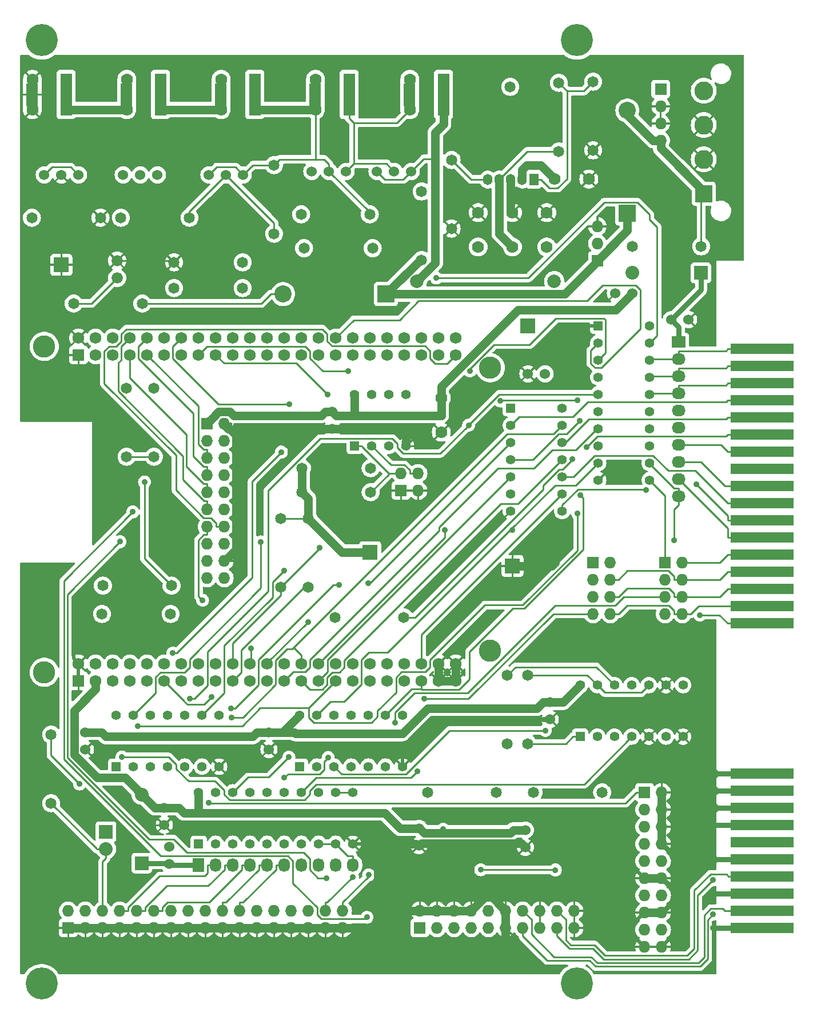
<source format=gbl>
%TF.GenerationSoftware,KiCad,Pcbnew,7.0.9-1.fc37*%
%TF.CreationDate,2023-11-18T16:33:53-05:00*%
%TF.ProjectId,top,746f702e-6b69-4636-9164-5f7063625858,D*%
%TF.SameCoordinates,Original*%
%TF.FileFunction,Copper,L2,Bot*%
%TF.FilePolarity,Positive*%
%FSLAX46Y46*%
G04 Gerber Fmt 4.6, Leading zero omitted, Abs format (unit mm)*
G04 Created by KiCad (PCBNEW 7.0.9-1.fc37) date 2023-11-18 16:33:53*
%MOMM*%
%LPD*%
G01*
G04 APERTURE LIST*
%TA.AperFunction,ComponentPad*%
%ADD10R,1.727200X1.727200*%
%TD*%
%TA.AperFunction,ComponentPad*%
%ADD11O,1.727200X1.727200*%
%TD*%
%TA.AperFunction,ComponentPad*%
%ADD12R,1.778000X1.778000*%
%TD*%
%TA.AperFunction,ConnectorPad*%
%ADD13R,1.778000X3.200000*%
%TD*%
%TA.AperFunction,ComponentPad*%
%ADD14C,1.778000*%
%TD*%
%TA.AperFunction,ConnectorPad*%
%ADD15R,1.778000X3.500000*%
%TD*%
%TA.AperFunction,ComponentPad*%
%ADD16R,1.397000X1.397000*%
%TD*%
%TA.AperFunction,ComponentPad*%
%ADD17C,1.397000*%
%TD*%
%TA.AperFunction,ComponentPad*%
%ADD18C,1.651000*%
%TD*%
%TA.AperFunction,ComponentPad*%
%ADD19C,1.998980*%
%TD*%
%TA.AperFunction,ComponentPad*%
%ADD20R,2.032000X2.032000*%
%TD*%
%TA.AperFunction,ComponentPad*%
%ADD21O,2.032000X2.032000*%
%TD*%
%TA.AperFunction,ComponentPad*%
%ADD22C,2.540000*%
%TD*%
%TA.AperFunction,ComponentPad*%
%ADD23R,2.540000X2.540000*%
%TD*%
%TA.AperFunction,ComponentPad*%
%ADD24C,1.727200*%
%TD*%
%TA.AperFunction,ComponentPad*%
%ADD25C,3.302000*%
%TD*%
%TA.AperFunction,ComponentPad*%
%ADD26C,1.676400*%
%TD*%
%TA.AperFunction,ComponentPad*%
%ADD27C,4.749800*%
%TD*%
%TA.AperFunction,ComponentPad*%
%ADD28R,2.235200X2.235200*%
%TD*%
%TA.AperFunction,ComponentPad*%
%ADD29C,1.524000*%
%TD*%
%TA.AperFunction,ComponentPad*%
%ADD30R,1.371600X1.651000*%
%TD*%
%TA.AperFunction,ComponentPad*%
%ADD31O,1.371600X1.651000*%
%TD*%
%TA.AperFunction,ConnectorPad*%
%ADD32R,9.398000X1.524000*%
%TD*%
%TA.AperFunction,ComponentPad*%
%ADD33C,2.794000*%
%TD*%
%TA.AperFunction,ComponentPad*%
%ADD34R,2.032000X1.727200*%
%TD*%
%TA.AperFunction,ComponentPad*%
%ADD35O,2.032000X1.727200*%
%TD*%
%TA.AperFunction,ComponentPad*%
%ADD36R,1.727200X2.032000*%
%TD*%
%TA.AperFunction,ComponentPad*%
%ADD37O,1.727200X2.032000*%
%TD*%
%TA.AperFunction,ViaPad*%
%ADD38C,0.889000*%
%TD*%
%TA.AperFunction,Conductor*%
%ADD39C,1.270000*%
%TD*%
%TA.AperFunction,Conductor*%
%ADD40C,0.254000*%
%TD*%
%TA.AperFunction,Conductor*%
%ADD41C,0.762000*%
%TD*%
%TA.AperFunction,Conductor*%
%ADD42C,0.508000*%
%TD*%
G04 APERTURE END LIST*
D10*
%TO.P,J6,1,Drive_Selected*%
%TO.N,RECOVERY_DRIVE2_SEL*%
X211455000Y-129540000D03*
D11*
%TO.P,J6,2,2*%
%TO.N,GND*%
X213995000Y-129540000D03*
%TO.P,J6,3,3*%
%TO.N,unconnected-(J6-Pad3)*%
X211455000Y-132080000D03*
%TO.P,J6,4,4*%
%TO.N,GND*%
X213995000Y-132080000D03*
%TO.P,J6,5,5*%
%TO.N,unconnected-(J6-Pad5)*%
X211455000Y-134620000D03*
%TO.P,J6,6,6*%
%TO.N,GND*%
X213995000Y-134620000D03*
%TO.P,J6,7,7*%
%TO.N,unconnected-(J6-Pad7)*%
X211455000Y-137160000D03*
%TO.P,J6,8,8*%
%TO.N,GND*%
X213995000Y-137160000D03*
%TO.P,J6,9,9*%
%TO.N,unconnected-(J6-Pad9)*%
X211455000Y-139700000D03*
%TO.P,J6,10,10*%
%TO.N,unconnected-(J6-Pad10)*%
X213995000Y-139700000D03*
%TO.P,J6,11,11*%
%TO.N,GND*%
X211455000Y-142240000D03*
%TO.P,J6,12,12*%
X213995000Y-142240000D03*
%TO.P,J6,13,MFM_Write+*%
%TO.N,Net-(J6-MFM_Write+)*%
X211455000Y-144780000D03*
%TO.P,J6,14,MFM_Write-*%
%TO.N,Net-(J6-MFM_Write-)*%
X213995000Y-144780000D03*
%TO.P,J6,15,15*%
%TO.N,GND*%
X211455000Y-147320000D03*
%TO.P,J6,16,16*%
X213995000Y-147320000D03*
%TO.P,J6,17,MFM_Read+*%
%TO.N,Net-(J6-MFM_Read+)*%
X211455000Y-149860000D03*
%TO.P,J6,18,MFM_Read-*%
%TO.N,Net-(J6-MFM_Read-)*%
X213995000Y-149860000D03*
%TO.P,J6,19,19*%
%TO.N,GND*%
X211455000Y-152400000D03*
%TO.P,J6,20,20*%
X213995000Y-152400000D03*
%TD*%
D12*
%TO.P,C4,1*%
%TO.N,Net-(U8-A)*%
X139787000Y-28448000D03*
D13*
X139771880Y-26151840D03*
D12*
X139787000Y-23948000D03*
D14*
%TO.P,C4,2*%
%TO.N,Net-(U10-K)*%
X134763000Y-28448000D03*
D15*
X134732520Y-26222960D03*
D14*
X134787000Y-23948000D03*
%TD*%
D12*
%TO.P,C3,1*%
%TO.N,Net-(U7-A)*%
X153757000Y-28448000D03*
D13*
X153741880Y-26151840D03*
D12*
X153757000Y-23948000D03*
D14*
%TO.P,C3,2*%
%TO.N,Net-(U8-A)*%
X148733000Y-28448000D03*
D15*
X148702520Y-26222960D03*
D14*
X148757000Y-23948000D03*
%TD*%
D12*
%TO.P,C1,1*%
%TO.N,Net-(D3-A)*%
X181697000Y-28448000D03*
D13*
X181681880Y-26151840D03*
D12*
X181697000Y-23948000D03*
D14*
%TO.P,C1,2*%
%TO.N,Net-(U6-A)*%
X176673000Y-28448000D03*
D15*
X176642520Y-26222960D03*
D14*
X176697000Y-23948000D03*
%TD*%
D16*
%TO.P,U11,1,A0*%
%TO.N,Net-(U11-A0)*%
X168529000Y-78232000D03*
D17*
%TO.P,U11,2,A1*%
%TO.N,Net-(U11-A1)*%
X171069000Y-78232000D03*
%TO.P,U11,3,A2*%
%TO.N,+3V3*%
X173609000Y-78232000D03*
%TO.P,U11,4,GND*%
%TO.N,GND*%
X176149000Y-78232000D03*
%TO.P,U11,5,SDA*%
%TO.N,I2C2_SDA*%
X176149000Y-70612000D03*
%TO.P,U11,6,SCL*%
%TO.N,I2C2_SCL*%
X173609000Y-70612000D03*
%TO.P,U11,7,WP*%
%TO.N,unconnected-(U11-WP-Pad7)*%
X171069000Y-70612000D03*
%TO.P,U11,8,VCC*%
%TO.N,+3V3*%
X168529000Y-70612000D03*
%TD*%
D18*
%TO.P,R23,1*%
%TO.N,Net-(J6-MFM_Write+)*%
X195023740Y-129540000D03*
%TO.P,R23,2*%
%TO.N,Net-(J6-MFM_Write-)*%
X205183740Y-129540000D03*
%TD*%
%TO.P,R22,1*%
%TO.N,~{MFM1_IN}*%
X134747000Y-69674740D03*
%TO.P,R22,2*%
%TO.N,+3V3*%
X134747000Y-79834740D03*
%TD*%
%TO.P,R21,1*%
%TO.N,+3V3*%
X157607000Y-88978740D03*
%TO.P,R21,2*%
%TO.N,I2C2_SDA*%
X157607000Y-99138740D03*
%TD*%
%TO.P,R17,1*%
%TO.N,+3V3*%
X160733740Y-85090000D03*
%TO.P,R17,2*%
%TO.N,Net-(U11-A0)*%
X170893740Y-85090000D03*
%TD*%
%TO.P,R15,1*%
%TO.N,V12_ADC*%
X209678740Y-48690000D03*
%TO.P,R15,2*%
%TO.N,Net-(D1-A)*%
X219838740Y-48690000D03*
%TD*%
%TO.P,R14,1*%
%TO.N,Net-(D3-A)*%
X137081260Y-57150000D03*
%TO.P,R14,2*%
%TO.N,Net-(D2-A)*%
X126921260Y-57150000D03*
%TD*%
D19*
%TO.P,R13,1*%
%TO.N,Net-(P9-P2)*%
X198086980Y-53848000D03*
%TO.P,R13,2*%
%TO.N,Net-(D3-A)*%
X177766980Y-53848000D03*
%TD*%
D18*
%TO.P,R12,1*%
%TO.N,Net-(U10-K)*%
X120728740Y-44450000D03*
%TO.P,R12,2*%
%TO.N,GND*%
X130888740Y-44450000D03*
%TD*%
%TO.P,R7,1*%
%TO.N,+5V*%
X123571000Y-120982740D03*
%TO.P,R7,2*%
%TO.N,Net-(J4-Write_gate)*%
X123571000Y-131142740D03*
%TD*%
%TO.P,R1,1*%
%TO.N,/emu/~{MFM0_IN}*%
X138811000Y-69674740D03*
%TO.P,R1,2*%
%TO.N,+3V3*%
X138811000Y-79834740D03*
%TD*%
D20*
%TO.P,P1,1,1*%
%TO.N,Net-(U15A-O)*%
X131699000Y-135382000D03*
D21*
%TO.P,P1,2,2*%
%TO.N,Net-(J4-Write_gate)*%
X131699000Y-137922000D03*
%TD*%
D16*
%TO.P,U14,1,I*%
%TO.N,/emu/SEEK_DONE*%
X191643000Y-72644000D03*
D17*
%TO.P,U14,2,O*%
%TO.N,Net-(J2-Seek_Complete)*%
X191643000Y-75184000D03*
%TO.P,U14,3,I*%
%TO.N,/emu/WFAULT*%
X191643000Y-77724000D03*
%TO.P,U14,4,O*%
%TO.N,Net-(J2-Write_Fault)*%
X191643000Y-80264000D03*
%TO.P,U14,5,I*%
%TO.N,/emu/SELECTED*%
X191643000Y-82804000D03*
%TO.P,U14,6,O*%
%TO.N,Net-(J1-Drive_Selected)*%
X191643000Y-85344000D03*
%TO.P,U14,7,GND*%
%TO.N,GND*%
X191643000Y-87884000D03*
%TO.P,U14,8,O*%
%TO.N,Net-(J2-Ready)*%
X199263000Y-87884000D03*
%TO.P,U14,9,I*%
%TO.N,/emu/READY*%
X199263000Y-85344000D03*
%TO.P,U14,10,O*%
%TO.N,Net-(J2-Index)*%
X199263000Y-82804000D03*
%TO.P,U14,11,I*%
%TO.N,/emu/INDEX*%
X199263000Y-80264000D03*
%TO.P,U14,12,O*%
%TO.N,Net-(J2-Track_0)*%
X199263000Y-77724000D03*
%TO.P,U14,13,I*%
%TO.N,/emu/TRACK0*%
X199263000Y-75184000D03*
%TO.P,U14,14,VCC*%
%TO.N,+5V*%
X199263000Y-72644000D03*
%TD*%
D22*
%TO.P,D3,1,A*%
%TO.N,Net-(D3-A)*%
X157924000Y-55753000D03*
D23*
%TO.P,D3,2,K*%
%TO.N,Net-(D1-K)*%
X173164000Y-55753000D03*
%TD*%
D22*
%TO.P,D1,1,A*%
%TO.N,Net-(D1-A)*%
X208915000Y-28575000D03*
D23*
%TO.P,D1,2,K*%
%TO.N,Net-(D1-K)*%
X208915000Y-43815000D03*
%TD*%
D14*
%TO.P,C9,1*%
%TO.N,+5V*%
X186817000Y-48768000D03*
%TO.P,C9,2*%
%TO.N,GND*%
X186817000Y-43688000D03*
%TD*%
%TO.P,C8,1*%
%TO.N,+5V*%
X191897000Y-48768000D03*
%TO.P,C8,2*%
%TO.N,GND*%
X191897000Y-43688000D03*
%TD*%
%TO.P,C7,1*%
%TO.N,+5V*%
X196977000Y-48768000D03*
%TO.P,C7,2*%
%TO.N,GND*%
X196977000Y-43688000D03*
%TD*%
%TO.P,C6,1*%
%TO.N,Net-(U12-VIN)*%
X198120000Y-38735000D03*
%TO.P,C6,2*%
%TO.N,GND*%
X203200000Y-38735000D03*
%TD*%
D18*
%TO.P,R5,1*%
%TO.N,/emu/~{MFM_READ_EN}*%
X141272260Y-103124000D03*
%TO.P,R5,2*%
%TO.N,+3V3*%
X131112260Y-103124000D03*
%TD*%
%TO.P,R20,1*%
%TO.N,+3V3*%
X161671000Y-88978740D03*
%TO.P,R20,2*%
%TO.N,I2C2_SCL*%
X161671000Y-99138740D03*
%TD*%
D10*
%TO.P,U1,B1,DGND*%
%TO.N,GND*%
X127635000Y-64770000D03*
D24*
%TO.P,U1,B2,DGND*%
X127635000Y-62230000D03*
%TO.P,U1,B3,GPIO1_6*%
%TO.N,unconnected-(U1A-GPIO1_6-PadB3)*%
X130175000Y-64770000D03*
%TO.P,U1,B4,GPIO1_7*%
%TO.N,unconnected-(U1B-GPIO1_7-PadB4)*%
X130175000Y-62230000D03*
%TO.P,U1,B5,GPIO1_2*%
%TO.N,unconnected-(U1A-GPIO1_2-PadB5)*%
X132715000Y-64770000D03*
%TO.P,U1,B6,GPIO1_3*%
%TO.N,unconnected-(U1B-GPIO1_3-PadB6)*%
X132715000Y-62230000D03*
%TO.P,U1,B7,TIMER4*%
%TO.N,EXPANSION6*%
X135255000Y-64770000D03*
%TO.P,U1,B8,TIMER7*%
%TO.N,EXPANSION7*%
X135255000Y-62230000D03*
%TO.P,U1,B9,TIMER5*%
%TO.N,EXPANSION9*%
X137795000Y-64770000D03*
%TO.P,U1,B10,TIMER6*%
%TO.N,EXPANSION8*%
X137795000Y-62230000D03*
%TO.P,U1,B11,GPIO1_13*%
%TO.N,/emu/~{MFM0_IN}*%
X140335000Y-64770000D03*
%TO.P,U1,B12,GPIO1_12*%
%TO.N,~{MFM1_IN}*%
X140335000Y-62230000D03*
%TO.P,U1,B13,EHRPWM2B*%
%TO.N,unconnected-(U1A-EHRPWM2B-PadB13)*%
X142875000Y-64770000D03*
%TO.P,U1,B14,GPIO0_26*%
%TO.N,/emu/SEL3*%
X142875000Y-62230000D03*
%TO.P,U1,B15,GPIO1_15*%
%TO.N,MFM_DATA*%
X145415000Y-64770000D03*
%TO.P,U1,B16,GPIO1_14*%
%TO.N,/emu/SEL1*%
X145415000Y-62230000D03*
%TO.P,U1,B17,GPIO0_27*%
%TO.N,/emu/SEL4*%
X147955000Y-64770000D03*
%TO.P,U1,B18,GPIO2_1*%
%TO.N,EXPANSION5*%
X147955000Y-62230000D03*
%TO.P,U1,B19,EHRPWM2A*%
%TO.N,unconnected-(U1A-EHRPWM2A-PadB19)*%
X150495000Y-64770000D03*
%TO.P,U1,B20,GPIO1_31*%
%TO.N,unconnected-(U1B-GPIO1_31-PadB20)*%
X150495000Y-62230000D03*
%TO.P,U1,B21,GPIO1_30*%
%TO.N,unconnected-(U1A-GPIO1_30-PadB21)*%
X153035000Y-64770000D03*
%TO.P,U1,B22,GPIO1_5*%
%TO.N,unconnected-(U1B-GPIO1_5-PadB22)*%
X153035000Y-62230000D03*
%TO.P,U1,B23,GPIO1_4*%
%TO.N,unconnected-(U1A-GPIO1_4-PadB23)*%
X155575000Y-64770000D03*
%TO.P,U1,B24,GPIO1_1*%
%TO.N,unconnected-(U1B-GPIO1_1-PadB24)*%
X155575000Y-62230000D03*
%TO.P,U1,B25,GPIO1_29*%
%TO.N,unconnected-(U1A-GPIO1_29-PadB25)*%
X158115000Y-64770000D03*
%TO.P,U1,B26,GPIO1_29*%
%TO.N,GND*%
X158115000Y-62230000D03*
%TO.P,U1,B27,GPIO2_22*%
%TO.N,EXPANSION0*%
X160655000Y-64770000D03*
%TO.P,U1,B28,GPIO2_24*%
%TO.N,unconnected-(U1B-GPIO2_24-PadB28)*%
X160655000Y-62230000D03*
%TO.P,U1,B29,GPIO2_23*%
%TO.N,EXPANSION1*%
X163195000Y-64770000D03*
%TO.P,U1,B30,GPIO2_25*%
%TO.N,unconnected-(U1B-GPIO2_25-PadB30)*%
X163195000Y-62230000D03*
%TO.P,U1,B31,UART5_CTSN*%
%TO.N,/emu/HEAD2*%
X165735000Y-64770000D03*
%TO.P,U1,B32,UART5_RTSN*%
%TO.N,/emu/HEAD3*%
X165735000Y-62230000D03*
%TO.P,U1,B33,UART4_RTSN*%
%TO.N,/emu/HEAD1*%
X168275000Y-64770000D03*
%TO.P,U1,B34,UART3_RTSN*%
%TO.N,unconnected-(U1B-UART3_RTSN-PadB34)*%
X168275000Y-62230000D03*
%TO.P,U1,B35,UART4_CTSN*%
%TO.N,/emu/HEAD0*%
X170815000Y-64770000D03*
%TO.P,U1,B36,UART3_CTSN*%
%TO.N,unconnected-(U1B-UART3_CTSN-PadB36)*%
X170815000Y-62230000D03*
%TO.P,U1,B37,UART5_TXD*%
%TO.N,unconnected-(U1A-UART5_TXD-PadB37)*%
X173355000Y-64770000D03*
%TO.P,U1,B38,UART5_RXD*%
%TO.N,unconnected-(U1B-UART5_RXD-PadB38)*%
X173355000Y-62230000D03*
%TO.P,U1,B39,GPIO2_12*%
%TO.N,unconnected-(U1A-GPIO2_12-PadB39)*%
X175895000Y-64770000D03*
%TO.P,U1,B40,GPIO2_13*%
%TO.N,unconnected-(U1B-GPIO2_13-PadB40)*%
X175895000Y-62230000D03*
%TO.P,U1,B41,GPIO2_10*%
%TO.N,unconnected-(U1A-GPIO2_10-PadB41)*%
X178435000Y-64770000D03*
%TO.P,U1,B42,GPIO2_11*%
%TO.N,unconnected-(U1B-GPIO2_11-PadB42)*%
X178435000Y-62230000D03*
%TO.P,U1,B43,GPIO2_8*%
%TO.N,unconnected-(U1A-GPIO2_8-PadB43)*%
X180975000Y-64770000D03*
%TO.P,U1,B44,GPIO2_9*%
%TO.N,unconnected-(U1B-GPIO2_9-PadB44)*%
X180975000Y-62230000D03*
%TO.P,U1,B45,GPIO2_6*%
%TO.N,EXPANSION10*%
X183515000Y-64770000D03*
%TO.P,U1,B46,GPIO2_7*%
%TO.N,unconnected-(U1B-GPIO2_7-PadB46)*%
X183515000Y-62230000D03*
D10*
%TO.P,U1,C1,DGND*%
%TO.N,GND*%
X127635000Y-113030000D03*
D24*
%TO.P,U1,C2,DGND*%
X127635000Y-110490000D03*
%TO.P,U1,C3,VDD_3V3EXP*%
%TO.N,+3V3*%
X130175000Y-113030000D03*
%TO.P,U1,C4,VDD_3V3EXP*%
X130175000Y-110490000D03*
%TO.P,U1,C5,VDD_5V*%
%TO.N,+5V*%
X132715000Y-113030000D03*
%TO.P,U1,C6,VDD_5V*%
X132715000Y-110490000D03*
%TO.P,U1,C7,SYS_5V*%
%TO.N,unconnected-(U1C-SYS_5V-PadC7)*%
X135255000Y-113030000D03*
%TO.P,U1,C8,SYS_5V*%
%TO.N,unconnected-(U1D-SYS_5V-PadC8)*%
X135255000Y-110490000D03*
%TO.P,U1,C9,PWR_BUT*%
%TO.N,POWER_BUTTON*%
X137795000Y-113030000D03*
%TO.P,U1,C10,SYS_RESETn*%
%TO.N,unconnected-(U1D-SYS_RESETn-PadC10)*%
X137795000Y-110490000D03*
%TO.P,U1,C11,UART4_RXD*%
%TO.N,EXPANSION13*%
X140335000Y-113030000D03*
%TO.P,U1,C12,GPIO1_28*%
%TO.N,/emu/~{EMU_EN}*%
X140335000Y-110490000D03*
%TO.P,U1,C13,UART4_TXD*%
%TO.N,/emu/RECOVERY*%
X142875000Y-113030000D03*
%TO.P,U1,C14,EHRPWM1A*%
%TO.N,/emu/~{MFM_READ_EN}*%
X142875000Y-110490000D03*
%TO.P,U1,C15,GPIO1_16*%
%TO.N,unconnected-(U1C-GPIO1_16-PadC15)*%
X145415000Y-113030000D03*
%TO.P,U1,C16,EHRPWM1B*%
%TO.N,/emu/WFAULT*%
X145415000Y-110490000D03*
%TO.P,U1,C17,I2C1_SCL*%
%TO.N,EXPANSION12*%
X147955000Y-113030000D03*
%TO.P,U1,C18,I2C1_SDA*%
%TO.N,EXPANSION11*%
X147955000Y-110490000D03*
%TO.P,U1,C19,I2C2_SCL*%
%TO.N,I2C2_SCL*%
X150495000Y-113030000D03*
%TO.P,U1,C20,I2C2_SDA*%
%TO.N,I2C2_SDA*%
X150495000Y-110490000D03*
%TO.P,U1,C21,UART2_TXD*%
%TO.N,EXPANSION3*%
X153035000Y-113030000D03*
%TO.P,U1,C22,UART2_RXD*%
%TO.N,EXPANSION2*%
X153035000Y-110490000D03*
%TO.P,U1,C23,GPIO1_17*%
%TO.N,unconnected-(U1C-GPIO1_17-PadC23)*%
X155575000Y-113030000D03*
%TO.P,U1,C24,UART1_TXD*%
%TO.N,SEL2*%
X155575000Y-110490000D03*
%TO.P,U1,C25,GPIO1_29*%
%TO.N,/emu/STEP*%
X158115000Y-113030000D03*
%TO.P,U1,C26,GPIO1_29*%
%TO.N,EXPANSION4*%
X158115000Y-110490000D03*
%TO.P,U1,C27,GPIO3_19*%
%TO.N,/emu/INDEX*%
X160655000Y-113030000D03*
%TO.P,U1,C28,SPI1_CS0*%
%TO.N,/emu/TRACK0*%
X160655000Y-110490000D03*
%TO.P,U1,C29,SPI1_D0*%
%TO.N,/emu/SELECTED*%
X163195000Y-113030000D03*
%TO.P,U1,C30,SPI1_D1*%
%TO.N,/emu/SEEK_DONE*%
X163195000Y-110490000D03*
%TO.P,U1,C31,SPI1_SCLK*%
%TO.N,/emu/WRITE*%
X165735000Y-113030000D03*
%TO.P,U1,C32,VDD_ADC*%
%TO.N,unconnected-(U1D-VDD_ADC-PadC32)*%
X165735000Y-110490000D03*
%TO.P,U1,C33,AIN4*%
%TO.N,unconnected-(U1C-AIN4-PadC33)*%
X168275000Y-113030000D03*
%TO.P,U1,C34,GNDA_ADC*%
%TO.N,AGND*%
X168275000Y-110490000D03*
%TO.P,U1,C35,AIN6*%
%TO.N,unconnected-(U1C-AIN6-PadC35)*%
X170815000Y-113030000D03*
%TO.P,U1,C36,AIN5*%
%TO.N,unconnected-(U1D-AIN5-PadC36)*%
X170815000Y-110490000D03*
%TO.P,U1,C37,AIN2*%
%TO.N,unconnected-(U1C-AIN2-PadC37)*%
X173355000Y-113030000D03*
%TO.P,U1,C38,AIN3*%
%TO.N,unconnected-(U1D-AIN3-PadC38)*%
X173355000Y-110490000D03*
%TO.P,U1,C39,AIN0*%
%TO.N,V12_ADC*%
X175895000Y-113030000D03*
%TO.P,U1,C40,AIN1*%
%TO.N,unconnected-(U1D-AIN1-PadC40)*%
X175895000Y-110490000D03*
%TO.P,U1,C41,CLKOUT2*%
%TO.N,/emu/DIR_IN*%
X178435000Y-113030000D03*
%TO.P,U1,C42,GPIO0_7*%
%TO.N,/emu/READY*%
X178435000Y-110490000D03*
%TO.P,U1,C43,DGND*%
%TO.N,GND*%
X180975000Y-113030000D03*
%TO.P,U1,C44,DGND*%
X180975000Y-110490000D03*
%TO.P,U1,C45,DGND*%
X183515000Y-113030000D03*
%TO.P,U1,C46,DGND*%
X183515000Y-110490000D03*
D25*
%TO.P,U1,M1*%
%TO.N,N/C*%
X188595000Y-108585000D03*
%TO.P,U1,M2*%
X122555000Y-111760000D03*
%TO.P,U1,M3*%
X122555000Y-63500000D03*
%TO.P,U1,M4*%
X188595000Y-66675000D03*
%TD*%
D18*
%TO.P,R2,1*%
%TO.N,/emu/~{EMU_EN}*%
X141399260Y-98933000D03*
%TO.P,R2,2*%
%TO.N,+3V3*%
X131239260Y-98933000D03*
%TD*%
D12*
%TO.P,C5,1*%
%TO.N,Net-(U10-K)*%
X125817000Y-28448000D03*
D13*
X125801880Y-26151840D03*
D12*
X125817000Y-23948000D03*
D14*
%TO.P,C5,2*%
%TO.N,GND*%
X120793000Y-28448000D03*
D15*
X120762520Y-26222960D03*
D14*
X120817000Y-23948000D03*
%TD*%
D12*
%TO.P,C2,1*%
%TO.N,Net-(U6-A)*%
X167727000Y-28448000D03*
D13*
X167711880Y-26151840D03*
D12*
X167727000Y-23948000D03*
D14*
%TO.P,C2,2*%
%TO.N,Net-(U7-A)*%
X162703000Y-28448000D03*
D15*
X162672520Y-26222960D03*
D14*
X162727000Y-23948000D03*
%TD*%
D26*
%TO.P,D2,1,A*%
%TO.N,Net-(D2-A)*%
X133350000Y-53340000D03*
%TO.P,D2,2,K*%
%TO.N,GND*%
X133350000Y-50800000D03*
%TD*%
D18*
%TO.P,R19,1*%
%TO.N,Net-(U12-Trim)*%
X182880000Y-35892740D03*
%TO.P,R19,2*%
%TO.N,GND*%
X182880000Y-46052740D03*
%TD*%
D27*
%TO.P,MH1,1,P1*%
%TO.N,unconnected-(MH1-P1-Pad1)*%
X122174000Y-18161000D03*
%TD*%
D10*
%TO.P,J7,1,P1*%
%TO.N,+3V3*%
X146685000Y-74930000D03*
D11*
%TO.P,J7,2,P2*%
%TO.N,GND*%
X149225000Y-74930000D03*
%TO.P,J7,3,P3*%
%TO.N,EXPANSION5*%
X146685000Y-77470000D03*
%TO.P,J7,4,P4*%
%TO.N,EXPANSION0*%
X149225000Y-77470000D03*
%TO.P,J7,5,P5*%
%TO.N,EXPANSION9*%
X146685000Y-80010000D03*
%TO.P,J7,6,P6*%
%TO.N,EXPANSION1*%
X149225000Y-80010000D03*
%TO.P,J7,7,P7*%
%TO.N,EXPANSION8*%
X146685000Y-82550000D03*
%TO.P,J7,8,P8*%
%TO.N,EXPANSION3*%
X149225000Y-82550000D03*
%TO.P,J7,9,P9*%
%TO.N,EXPANSION6*%
X146685000Y-85090000D03*
%TO.P,J7,10,P10*%
%TO.N,EXPANSION13*%
X149225000Y-85090000D03*
%TO.P,J7,11,P11*%
%TO.N,EXPANSION7*%
X146685000Y-87630000D03*
%TO.P,J7,12,P12*%
%TO.N,EXPANSION2*%
X149225000Y-87630000D03*
%TO.P,J7,13,P13*%
%TO.N,EXPANSION11*%
X146685000Y-90170000D03*
%TO.P,J7,14,P14*%
%TO.N,EXPANSION10*%
X149225000Y-90170000D03*
%TO.P,J7,15,P15*%
%TO.N,EXPANSION12*%
X146685000Y-92710000D03*
%TO.P,J7,16,P16*%
%TO.N,EXPANSION4*%
X149225000Y-92710000D03*
%TO.P,J7,17,P17*%
%TO.N,+5V*%
X146685000Y-95250000D03*
%TO.P,J7,18,P18*%
%TO.N,GND*%
X149225000Y-95250000D03*
%TO.P,J7,19,P19*%
%TO.N,I2C2_SCL*%
X146685000Y-97790000D03*
%TO.P,J7,20,P20*%
%TO.N,I2C2_SDA*%
X149225000Y-97790000D03*
%TD*%
D18*
%TO.P,R9,1*%
%TO.N,Net-(U6-A)*%
X160606740Y-43942000D03*
%TO.P,R9,2*%
%TO.N,Net-(U7-A)*%
X170766740Y-43942000D03*
%TD*%
D28*
%TO.P,P6,1,1*%
%TO.N,GND*%
X125095000Y-51435000D03*
%TD*%
%TO.P,P5,1,1*%
%TO.N,GND*%
X191897000Y-96012000D03*
%TD*%
D29*
%TO.P,C10,1*%
%TO.N,+3V3*%
X178054000Y-134874000D03*
%TO.P,C10,2*%
%TO.N,GND*%
X178054000Y-137414000D03*
%TD*%
%TO.P,C12,1*%
%TO.N,+3V3*%
X209677000Y-55626000D03*
%TO.P,C12,2*%
%TO.N,GND*%
X207137000Y-55626000D03*
%TD*%
%TO.P,C13,1*%
%TO.N,+5V*%
X196723000Y-67564000D03*
%TO.P,C13,2*%
%TO.N,GND*%
X194183000Y-67564000D03*
%TD*%
%TO.P,C14,1*%
%TO.N,+3V3*%
X193802000Y-135128000D03*
%TO.P,C14,2*%
%TO.N,GND*%
X193802000Y-137668000D03*
%TD*%
%TO.P,C16,1*%
%TO.N,+3V3*%
X140335000Y-131826000D03*
%TO.P,C16,2*%
%TO.N,GND*%
X140335000Y-134366000D03*
%TD*%
%TO.P,C17,1*%
%TO.N,+3V3*%
X165227000Y-73152000D03*
%TO.P,C17,2*%
%TO.N,GND*%
X165227000Y-75692000D03*
%TD*%
%TO.P,C18,1*%
%TO.N,+5V*%
X197485000Y-116205000D03*
%TO.P,C18,2*%
%TO.N,GND*%
X197485000Y-118745000D03*
%TD*%
D18*
%TO.P,F1,1*%
%TO.N,Net-(D1-K)*%
X178435000Y-50721260D03*
%TO.P,F1,2*%
%TO.N,Net-(U12-VIN)*%
X178435000Y-40561260D03*
%TD*%
D29*
%TO.P,U6,1,R*%
%TO.N,Net-(D3-A)*%
X176911000Y-37592000D03*
%TO.P,U6,2,A*%
%TO.N,Net-(U6-A)*%
X174371000Y-37592000D03*
%TO.P,U6,3,K*%
%TO.N,Net-(D3-A)*%
X171831000Y-37592000D03*
%TD*%
%TO.P,U10,1,R*%
%TO.N,Net-(U10-K)*%
X127635000Y-38100000D03*
%TO.P,U10,2,A*%
%TO.N,GND*%
X125095000Y-38100000D03*
%TO.P,U10,3,K*%
%TO.N,Net-(U10-K)*%
X122555000Y-38100000D03*
%TD*%
%TO.P,U8,1,R*%
%TO.N,Net-(U7-A)*%
X152019000Y-38100000D03*
%TO.P,U8,2,A*%
%TO.N,Net-(U8-A)*%
X149479000Y-38100000D03*
%TO.P,U8,3,K*%
%TO.N,Net-(U7-A)*%
X146939000Y-38100000D03*
%TD*%
%TO.P,U7,1,R*%
%TO.N,Net-(U6-A)*%
X167259000Y-37592000D03*
%TO.P,U7,2,A*%
%TO.N,Net-(U7-A)*%
X164719000Y-37592000D03*
%TO.P,U7,3,K*%
%TO.N,Net-(U6-A)*%
X162179000Y-37592000D03*
%TD*%
%TO.P,U9,1,R*%
%TO.N,Net-(U8-A)*%
X139319000Y-38100000D03*
%TO.P,U9,2,A*%
%TO.N,Net-(U10-K)*%
X136779000Y-38100000D03*
%TO.P,U9,3,K*%
%TO.N,Net-(U8-A)*%
X134239000Y-38100000D03*
%TD*%
D27*
%TO.P,MH3,1,P1*%
%TO.N,unconnected-(MH3-P1-Pad1)*%
X122174000Y-157861000D03*
%TD*%
D18*
%TO.P,R16,1*%
%TO.N,V12_ADC*%
X175816260Y-103632000D03*
%TO.P,R16,2*%
%TO.N,AGND*%
X165656260Y-103632000D03*
%TD*%
D29*
%TO.P,C11,1*%
%TO.N,+5V*%
X155829000Y-120650000D03*
%TO.P,C11,2*%
%TO.N,GND*%
X155829000Y-123190000D03*
%TD*%
D16*
%TO.P,U16,1,I*%
%TO.N,/emu/STEP*%
X160401000Y-125730000D03*
D17*
%TO.P,U16,2,O*%
%TO.N,Net-(J4-Step)*%
X162941000Y-125730000D03*
%TO.P,U16,3,I*%
%TO.N,SEL2*%
X165481000Y-125730000D03*
%TO.P,U16,4,O*%
%TO.N,Net-(J4-Drive_Select_2)*%
X168021000Y-125730000D03*
%TO.P,U16,5,I*%
%TO.N,/emu/SEL4*%
X170561000Y-125730000D03*
%TO.P,U16,6,O*%
%TO.N,Net-(J4-Drive_Select_4)*%
X173101000Y-125730000D03*
%TO.P,U16,7,GND*%
%TO.N,GND*%
X175641000Y-125730000D03*
%TO.P,U16,8,O*%
%TO.N,Net-(J4-Direction_In)*%
X175641000Y-118110000D03*
%TO.P,U16,9,I*%
%TO.N,/emu/DIR_IN*%
X173101000Y-118110000D03*
%TO.P,U16,10,O*%
%TO.N,Net-(J4-Drive_Select_3)*%
X170561000Y-118110000D03*
%TO.P,U16,11,I*%
%TO.N,/emu/SEL3*%
X168021000Y-118110000D03*
%TO.P,U16,12,O*%
%TO.N,Net-(J4-Drive_Select_1)*%
X165481000Y-118110000D03*
%TO.P,U16,13,I*%
%TO.N,/emu/SEL1*%
X162941000Y-118110000D03*
%TO.P,U16,14,VCC*%
%TO.N,+5V*%
X160401000Y-118110000D03*
%TD*%
D10*
%TO.P,J3,1,Drive_Selected*%
%TO.N,Net-(J3-Drive_Selected)*%
X178181000Y-149606000D03*
D11*
%TO.P,J3,2,2*%
%TO.N,GND*%
X178181000Y-147066000D03*
%TO.P,J3,3,3*%
%TO.N,unconnected-(J3-Pad3)*%
X180721000Y-149606000D03*
%TO.P,J3,4,4*%
%TO.N,GND*%
X180721000Y-147066000D03*
%TO.P,J3,5,5*%
%TO.N,unconnected-(J3-Pad5)*%
X183261000Y-149606000D03*
%TO.P,J3,6,6*%
%TO.N,GND*%
X183261000Y-147066000D03*
%TO.P,J3,7,7*%
%TO.N,unconnected-(J3-Pad7)*%
X185801000Y-149606000D03*
%TO.P,J3,8,8*%
%TO.N,GND*%
X185801000Y-147066000D03*
%TO.P,J3,9,9*%
%TO.N,unconnected-(J3-Pad9)*%
X188341000Y-149606000D03*
%TO.P,J3,10,10*%
%TO.N,unconnected-(J3-Pad10)*%
X188341000Y-147066000D03*
%TO.P,J3,11,11*%
%TO.N,GND*%
X190881000Y-149606000D03*
%TO.P,J3,12,12*%
X190881000Y-147066000D03*
%TO.P,J3,13,MFM_Write+*%
%TO.N,Net-(J1-MFM_Read+)*%
X193421000Y-149606000D03*
%TO.P,J3,14,MFM_Write-*%
%TO.N,Net-(J1-MFM_Read-)*%
X193421000Y-147066000D03*
%TO.P,J3,15,15*%
%TO.N,GND*%
X195961000Y-149606000D03*
%TO.P,J3,16,16*%
X195961000Y-147066000D03*
%TO.P,J3,17,MFM_Read+*%
%TO.N,Net-(J1-MFM_Write+)*%
X198501000Y-149606000D03*
%TO.P,J3,18,MFM_Read-*%
%TO.N,Net-(J1-MFM_Write-)*%
X198501000Y-147066000D03*
%TO.P,J3,19,19*%
%TO.N,GND*%
X201041000Y-149606000D03*
%TO.P,J3,20,20*%
X201041000Y-147066000D03*
%TD*%
D16*
%TO.P,U15,1,I*%
%TO.N,/emu/WRITE*%
X133223000Y-125730000D03*
D17*
%TO.P,U15,2,O*%
%TO.N,Net-(U15A-O)*%
X135763000Y-125730000D03*
%TO.P,U15,3,I*%
%TO.N,/emu/HEAD2*%
X138303000Y-125730000D03*
%TO.P,U15,4,O*%
%TO.N,Net-(J4-Head_2)*%
X140843000Y-125730000D03*
%TO.P,U15,5,I*%
%TO.N,/emu/HEAD0*%
X143383000Y-125730000D03*
%TO.P,U15,6,O*%
%TO.N,Net-(J4-Head_0)*%
X145923000Y-125730000D03*
%TO.P,U15,7,GND*%
%TO.N,GND*%
X148463000Y-125730000D03*
%TO.P,U15,8,O*%
%TO.N,Net-(J4-Head_1)*%
X148463000Y-118110000D03*
%TO.P,U15,9,I*%
%TO.N,/emu/HEAD1*%
X145923000Y-118110000D03*
%TO.P,U15,10,O*%
%TO.N,RECOVERY_DRIVE2_SEL*%
X143383000Y-118110000D03*
%TO.P,U15,11,I*%
%TO.N,/emu/RECOVERY*%
X140843000Y-118110000D03*
%TO.P,U15,12,O*%
%TO.N,Net-(J4-Head_3{slash}REDWR)*%
X138303000Y-118110000D03*
%TO.P,U15,13,I*%
%TO.N,/emu/HEAD3*%
X135763000Y-118110000D03*
%TO.P,U15,14,VCC*%
%TO.N,+5V*%
X133223000Y-118110000D03*
%TD*%
D30*
%TO.P,U12,1,Enable*%
%TO.N,Net-(U12-Enable)*%
X195046600Y-38785800D03*
D31*
%TO.P,U12,2,VIN*%
%TO.N,Net-(U12-VIN)*%
X193344800Y-38785800D03*
%TO.P,U12,3,GND*%
%TO.N,GND*%
X191643000Y-38785800D03*
%TO.P,U12,4,VOUT*%
%TO.N,+5V*%
X189941200Y-38785800D03*
%TO.P,U12,5,Trim*%
%TO.N,Net-(U12-Trim)*%
X188239400Y-38785800D03*
D18*
%TO.P,U12,6,NC*%
%TO.N,unconnected-(U12-NC-Pad6)*%
X191566800Y-25069800D03*
%TD*%
%TO.P,R11,1*%
%TO.N,Net-(U8-A)*%
X144066260Y-44450000D03*
%TO.P,R11,2*%
%TO.N,Net-(U10-K)*%
X133906260Y-44450000D03*
%TD*%
%TO.P,R10,1*%
%TO.N,Net-(U7-A)*%
X156591000Y-36654740D03*
%TO.P,R10,2*%
%TO.N,Net-(U8-A)*%
X156591000Y-46814740D03*
%TD*%
%TO.P,R8,1*%
%TO.N,Net-(D3-A)*%
X171181260Y-48958500D03*
%TO.P,R8,2*%
%TO.N,Net-(U6-A)*%
X161021260Y-48958500D03*
%TD*%
D32*
%TO.P,J2,2,Head_3/REDWR*%
%TO.N,/emu/E_HEAD3*%
X228841300Y-63881000D03*
%TO.P,J2,4,Head_2*%
%TO.N,/emu/E_HEAD2*%
X228841300Y-66421000D03*
%TO.P,J2,6,Write_gate*%
%TO.N,/emu/E_WRITE*%
X228841300Y-68961000D03*
%TO.P,J2,8,Seek_Complete*%
%TO.N,Net-(J2-Seek_Complete)*%
X228841300Y-71501000D03*
%TO.P,J2,10,Track_0*%
%TO.N,Net-(J2-Track_0)*%
X228841300Y-74041000D03*
%TO.P,J2,12,Write_Fault*%
%TO.N,Net-(J2-Write_Fault)*%
X228841300Y-76581000D03*
%TO.P,J2,14,Head_0*%
%TO.N,/emu/E_HEAD0*%
X228841300Y-79121000D03*
%TO.P,J2,16,Recovery*%
%TO.N,unconnected-(J2-Recovery-Pad16)*%
X228841300Y-81661000D03*
%TO.P,J2,18,Head_1*%
%TO.N,/emu/E_HEAD1*%
X228841300Y-84201000D03*
%TO.P,J2,20,Index*%
%TO.N,Net-(J2-Index)*%
X228841300Y-86741000D03*
%TO.P,J2,22,Ready*%
%TO.N,Net-(J2-Ready)*%
X228841300Y-89281000D03*
%TO.P,J2,24,Step*%
%TO.N,/emu/E_STEP*%
X228841300Y-91821000D03*
%TO.P,J2,26,Drive_Select_1*%
%TO.N,/emu/E_SEL1*%
X228841300Y-94361000D03*
%TO.P,J2,28,Drive_Select_2*%
%TO.N,/emu/E_SEL2*%
X228841300Y-96901000D03*
%TO.P,J2,30,Drive_Select_3*%
%TO.N,/emu/E_SEL3*%
X228841300Y-99441000D03*
%TO.P,J2,32,Drive_Select_4*%
%TO.N,/emu/E_SEL4*%
X228841300Y-101981000D03*
%TO.P,J2,34,Direction_In*%
%TO.N,/emu/E_DIR_IN*%
X228841300Y-104521000D03*
%TD*%
%TO.P,J1,2,2*%
%TO.N,GND*%
X228846380Y-126745600D03*
%TO.P,J1,4,4*%
X228846380Y-129285600D03*
%TO.P,J1,6,6*%
X228846380Y-131825600D03*
%TO.P,J1,8,8*%
X228846380Y-134365600D03*
%TO.P,J1,10,10*%
%TO.N,unconnected-(J1-Pad10)*%
X228846380Y-136905600D03*
%TO.P,J1,12,12*%
%TO.N,GND*%
X228846380Y-139445600D03*
%TO.P,J1,14,MFM_Write-*%
%TO.N,Net-(J1-MFM_Write-)*%
X228846380Y-141985600D03*
%TO.P,J1,16,16*%
%TO.N,GND*%
X228846380Y-144525600D03*
%TO.P,J1,18,MFM_Read-*%
%TO.N,Net-(J1-MFM_Read-)*%
X228846380Y-147065600D03*
%TO.P,J1,20,20*%
%TO.N,GND*%
X228846380Y-149605600D03*
%TD*%
D16*
%TO.P,U2,1,DIR*%
%TO.N,GND*%
X204597000Y-60452000D03*
D17*
%TO.P,U2,2,A0*%
%TO.N,/emu/HEAD3*%
X204597000Y-62992000D03*
%TO.P,U2,3,A1*%
%TO.N,/emu/HEAD2*%
X204597000Y-65532000D03*
%TO.P,U2,4,A2*%
%TO.N,/emu/WRITE*%
X204597000Y-68072000D03*
%TO.P,U2,5,A3*%
%TO.N,/emu/HEAD0*%
X204597000Y-70612000D03*
%TO.P,U2,6,A4*%
%TO.N,/emu/HEAD1*%
X204597000Y-73152000D03*
%TO.P,U2,7,A5*%
%TO.N,/emu/STEP*%
X204597000Y-75692000D03*
%TO.P,U2,8,A6*%
%TO.N,/emu/DIR_IN*%
X204597000Y-78232000D03*
%TO.P,U2,9,A7*%
%TO.N,/emu/SEL1*%
X204597000Y-80772000D03*
%TO.P,U2,10,GND*%
%TO.N,GND*%
X204597000Y-83312000D03*
%TO.P,U2,11,B7*%
%TO.N,/emu/INT_SEL1*%
X212217000Y-83312000D03*
%TO.P,U2,12,B6*%
%TO.N,/emu/E_DIR_IN*%
X212217000Y-80772000D03*
%TO.P,U2,13,B5*%
%TO.N,/emu/E_STEP*%
X212217000Y-78232000D03*
%TO.P,U2,14,B4*%
%TO.N,/emu/E_HEAD1*%
X212217000Y-75692000D03*
%TO.P,U2,15,B3*%
%TO.N,/emu/E_HEAD0*%
X212217000Y-73152000D03*
%TO.P,U2,16,B2*%
%TO.N,/emu/E_WRITE*%
X212217000Y-70612000D03*
%TO.P,U2,17,B1*%
%TO.N,/emu/E_HEAD2*%
X212217000Y-68072000D03*
%TO.P,U2,18,B0*%
%TO.N,/emu/E_HEAD3*%
X212217000Y-65532000D03*
%TO.P,U2,19,nOE*%
%TO.N,/emu/~{EMU_EN}*%
X212217000Y-62992000D03*
%TO.P,U2,20,VCC*%
%TO.N,+3V3*%
X212217000Y-60452000D03*
%TD*%
D16*
%TO.P,U5,1,DIR*%
%TO.N,+3V3*%
X145415000Y-137160000D03*
D17*
%TO.P,U5,2,A0*%
%TO.N,Net-(J4-Seek_Complete)*%
X147955000Y-137160000D03*
%TO.P,U5,3,A1*%
%TO.N,Net-(J4-Track_0)*%
X150495000Y-137160000D03*
%TO.P,U5,4,A2*%
%TO.N,Net-(J4-Write_Fault)*%
X153035000Y-137160000D03*
%TO.P,U5,5,A3*%
%TO.N,Net-(J4-Index)*%
X155575000Y-137160000D03*
%TO.P,U5,6,A4*%
%TO.N,Net-(J4-Ready)*%
X158115000Y-137160000D03*
%TO.P,U5,7,A5*%
%TO.N,Net-(J3-Drive_Selected)*%
X160655000Y-137160000D03*
%TO.P,U5,8,A6*%
%TO.N,Net-(U5-A6)*%
X163195000Y-137160000D03*
%TO.P,U5,9,A7*%
X165735000Y-137160000D03*
%TO.P,U5,10,GND*%
%TO.N,GND*%
X168275000Y-137160000D03*
%TO.P,U5,11,B7*%
%TO.N,Net-(U5-A6)*%
X168275000Y-129540000D03*
%TO.P,U5,12,B6*%
X165735000Y-129540000D03*
%TO.P,U5,13,B5*%
%TO.N,/emu/SELECTED*%
X163195000Y-129540000D03*
%TO.P,U5,14,B4*%
%TO.N,/emu/READY*%
X160655000Y-129540000D03*
%TO.P,U5,15,B3*%
%TO.N,/emu/INDEX*%
X158115000Y-129540000D03*
%TO.P,U5,16,B2*%
%TO.N,/emu/WFAULT*%
X155575000Y-129540000D03*
%TO.P,U5,17,B1*%
%TO.N,/emu/TRACK0*%
X153035000Y-129540000D03*
%TO.P,U5,18,B0*%
%TO.N,/emu/SEEK_DONE*%
X150495000Y-129540000D03*
%TO.P,U5,19,nOE*%
%TO.N,/emu/~{MFM_READ_EN}*%
X147955000Y-129540000D03*
%TO.P,U5,20,VCC*%
%TO.N,+3V3*%
X145415000Y-129540000D03*
%TD*%
D29*
%TO.P,C15,1*%
%TO.N,+5V*%
X128651000Y-120650000D03*
%TO.P,C15,2*%
%TO.N,GND*%
X128651000Y-123190000D03*
%TD*%
D18*
%TO.P,R18,1*%
%TO.N,+3V3*%
X160733740Y-81534000D03*
%TO.P,R18,2*%
%TO.N,Net-(U11-A1)*%
X170893740Y-81534000D03*
%TD*%
D10*
%TO.P,P4,1,1*%
%TO.N,GND*%
X175387000Y-84836000D03*
D11*
%TO.P,P4,2,2*%
%TO.N,Net-(U11-A0)*%
X175387000Y-82296000D03*
%TO.P,P4,3,3*%
%TO.N,GND*%
X177927000Y-84836000D03*
%TO.P,P4,4,4*%
%TO.N,Net-(U11-A1)*%
X177927000Y-82296000D03*
%TD*%
D18*
%TO.P,R4,1*%
%TO.N,Net-(J1-MFM_Write-)*%
X189532260Y-129540000D03*
%TO.P,R4,2*%
%TO.N,Net-(J1-MFM_Write+)*%
X179372260Y-129540000D03*
%TD*%
%TO.P,R3,1*%
%TO.N,+3V3*%
X191135000Y-122349260D03*
%TO.P,R3,2*%
%TO.N,SEL2*%
X191135000Y-112189260D03*
%TD*%
D10*
%TO.P,J4,1,1*%
%TO.N,GND*%
X126111000Y-149606000D03*
D11*
%TO.P,J4,2,Head_3/REDWR*%
%TO.N,Net-(J4-Head_3{slash}REDWR)*%
X126111000Y-147066000D03*
%TO.P,J4,3,3*%
%TO.N,GND*%
X128651000Y-149606000D03*
%TO.P,J4,4,Head_2*%
%TO.N,Net-(J4-Head_2)*%
X128651000Y-147066000D03*
%TO.P,J4,5,5*%
%TO.N,GND*%
X131191000Y-149606000D03*
%TO.P,J4,6,Write_gate*%
%TO.N,Net-(J4-Write_gate)*%
X131191000Y-147066000D03*
%TO.P,J4,7,7*%
%TO.N,GND*%
X133731000Y-149606000D03*
%TO.P,J4,8,Seek_Complete*%
%TO.N,Net-(J4-Seek_Complete)*%
X133731000Y-147066000D03*
%TO.P,J4,9,9*%
%TO.N,GND*%
X136271000Y-149606000D03*
%TO.P,J4,10,Track_0*%
%TO.N,Net-(J4-Track_0)*%
X136271000Y-147066000D03*
%TO.P,J4,11,11*%
%TO.N,GND*%
X138811000Y-149606000D03*
%TO.P,J4,12,Write_Fault*%
%TO.N,Net-(J4-Write_Fault)*%
X138811000Y-147066000D03*
%TO.P,J4,13,13*%
%TO.N,GND*%
X141351000Y-149606000D03*
%TO.P,J4,14,Head_0*%
%TO.N,Net-(J4-Head_0)*%
X141351000Y-147066000D03*
%TO.P,J4,15,15*%
%TO.N,GND*%
X143891000Y-149606000D03*
%TO.P,J4,16,Recovery*%
%TO.N,RECOVERY_DRIVE2_SEL*%
X143891000Y-147066000D03*
%TO.P,J4,17,17*%
%TO.N,GND*%
X146431000Y-149606000D03*
%TO.P,J4,18,Head_1*%
%TO.N,Net-(J4-Head_1)*%
X146431000Y-147066000D03*
%TO.P,J4,19,19*%
%TO.N,GND*%
X148971000Y-149606000D03*
%TO.P,J4,20,Index*%
%TO.N,Net-(J4-Index)*%
X148971000Y-147066000D03*
%TO.P,J4,21,21*%
%TO.N,GND*%
X151511000Y-149606000D03*
%TO.P,J4,22,Ready*%
%TO.N,Net-(J4-Ready)*%
X151511000Y-147066000D03*
%TO.P,J4,23,23*%
%TO.N,GND*%
X154051000Y-149606000D03*
%TO.P,J4,24,Step*%
%TO.N,Net-(J4-Step)*%
X154051000Y-147066000D03*
%TO.P,J4,25,25*%
%TO.N,GND*%
X156591000Y-149606000D03*
%TO.P,J4,26,Drive_Select_1*%
%TO.N,Net-(J4-Drive_Select_1)*%
X156591000Y-147066000D03*
%TO.P,J4,27,27*%
%TO.N,GND*%
X159131000Y-149606000D03*
%TO.P,J4,28,Drive_Select_2*%
%TO.N,Net-(J4-Drive_Select_2)*%
X159131000Y-147066000D03*
%TO.P,J4,29,29*%
%TO.N,GND*%
X161671000Y-149606000D03*
%TO.P,J4,30,Drive_Select_3*%
%TO.N,Net-(J4-Drive_Select_3)*%
X161671000Y-147066000D03*
%TO.P,J4,31,31*%
%TO.N,GND*%
X164211000Y-149606000D03*
%TO.P,J4,32,Drive_Select_4*%
%TO.N,Net-(J4-Drive_Select_4)*%
X164211000Y-147066000D03*
%TO.P,J4,33,33*%
%TO.N,GND*%
X166751000Y-149606000D03*
%TO.P,J4,34,Direction_In*%
%TO.N,Net-(J4-Direction_In)*%
X166751000Y-147066000D03*
%TD*%
D23*
%TO.P,J5,1,P1*%
%TO.N,Net-(D1-A)*%
X220218000Y-40894000D03*
D33*
%TO.P,J5,2,P2*%
%TO.N,GND*%
X220218000Y-35814000D03*
%TO.P,J5,3,P3*%
X220218000Y-30734000D03*
%TO.P,J5,4,P4*%
%TO.N,Net-(J10-Pin_1)*%
X220218000Y-25654000D03*
%TD*%
D10*
%TO.P,P7,1,P1*%
%TO.N,/emu/INT_SEL1*%
X214503000Y-95504000D03*
D11*
%TO.P,P7,2,P2*%
%TO.N,/emu/E_SEL1*%
X217043000Y-95504000D03*
%TO.P,P7,3,P3*%
%TO.N,/emu/INT_SEL1*%
X214503000Y-98044000D03*
%TO.P,P7,4,P4*%
%TO.N,/emu/E_SEL2*%
X217043000Y-98044000D03*
%TO.P,P7,5,P5*%
%TO.N,/emu/INT_SEL1*%
X214503000Y-100584000D03*
%TO.P,P7,6,P6*%
%TO.N,/emu/E_SEL3*%
X217043000Y-100584000D03*
%TO.P,P7,7,P7*%
%TO.N,/emu/INT_SEL1*%
X214503000Y-103124000D03*
%TO.P,P7,8,P8*%
%TO.N,/emu/E_SEL4*%
X217043000Y-103124000D03*
%TD*%
D10*
%TO.P,P8,1,P1*%
%TO.N,INT_SEL2*%
X203835000Y-95504000D03*
D11*
%TO.P,P8,2,P2*%
%TO.N,/emu/E_SEL1*%
X206375000Y-95504000D03*
%TO.P,P8,3,P3*%
%TO.N,INT_SEL2*%
X203835000Y-98044000D03*
%TO.P,P8,4,P4*%
%TO.N,/emu/E_SEL2*%
X206375000Y-98044000D03*
%TO.P,P8,5,P5*%
%TO.N,INT_SEL2*%
X203835000Y-100584000D03*
%TO.P,P8,6,P6*%
%TO.N,/emu/E_SEL3*%
X206375000Y-100584000D03*
%TO.P,P8,7,P7*%
%TO.N,INT_SEL2*%
X203835000Y-103124000D03*
%TO.P,P8,8,P8*%
%TO.N,/emu/E_SEL4*%
X206375000Y-103124000D03*
%TD*%
D18*
%TO.P,R24,1*%
%TO.N,GND*%
X203835000Y-34465260D03*
%TO.P,R24,2*%
%TO.N,Net-(U12-Enable)*%
X203835000Y-24305260D03*
%TD*%
%TO.P,R25,1*%
%TO.N,Net-(U12-Enable)*%
X198755000Y-24462740D03*
%TO.P,R25,2*%
%TO.N,+5V*%
X198755000Y-34622740D03*
%TD*%
%TO.P,R26,1*%
%TO.N,Net-(U17A-O)*%
X151940260Y-54864000D03*
%TO.P,R26,2*%
%TO.N,Net-(D1-A)*%
X141780260Y-54864000D03*
%TD*%
%TO.P,R27,1*%
%TO.N,Net-(U17A-O)*%
X151940260Y-51054000D03*
%TO.P,R27,2*%
%TO.N,GND*%
X141780260Y-51054000D03*
%TD*%
D34*
%TO.P,RN1,1,COM*%
%TO.N,Net-(D4-K)*%
X216535000Y-62865000D03*
D35*
%TO.P,RN1,2,2*%
%TO.N,/emu/E_HEAD3*%
X216535000Y-65405000D03*
%TO.P,RN1,3,3*%
%TO.N,/emu/E_HEAD2*%
X216535000Y-67945000D03*
%TO.P,RN1,4,4*%
%TO.N,/emu/E_WRITE*%
X216535000Y-70485000D03*
%TO.P,RN1,5,5*%
%TO.N,unconnected-(RN1-Pad5)*%
X216535000Y-73025000D03*
%TO.P,RN1,6,6*%
%TO.N,unconnected-(RN1-Pad6)*%
X216535000Y-75565000D03*
%TO.P,RN1,7,7*%
%TO.N,/emu/E_HEAD0*%
X216535000Y-78105000D03*
%TO.P,RN1,8,8*%
%TO.N,/emu/E_HEAD1*%
X216535000Y-80645000D03*
%TO.P,RN1,9,9*%
%TO.N,/emu/E_STEP*%
X216535000Y-83185000D03*
%TO.P,RN1,10,10*%
%TO.N,/emu/E_DIR_IN*%
X216535000Y-85725000D03*
%TD*%
D36*
%TO.P,RN2,1,COM*%
%TO.N,Net-(D5-K)*%
X145415000Y-140335000D03*
D37*
%TO.P,RN2,2,2*%
%TO.N,Net-(J4-Seek_Complete)*%
X147955000Y-140335000D03*
%TO.P,RN2,3,3*%
%TO.N,Net-(J4-Track_0)*%
X150495000Y-140335000D03*
%TO.P,RN2,4,4*%
%TO.N,Net-(J4-Write_Fault)*%
X153035000Y-140335000D03*
%TO.P,RN2,5,5*%
%TO.N,Net-(J4-Index)*%
X155575000Y-140335000D03*
%TO.P,RN2,6,6*%
%TO.N,Net-(J4-Ready)*%
X158115000Y-140335000D03*
%TO.P,RN2,7,7*%
%TO.N,Net-(J3-Drive_Selected)*%
X160655000Y-140335000D03*
%TO.P,RN2,8,8*%
%TO.N,INT_SEL2*%
X163195000Y-140335000D03*
%TO.P,RN2,9,9*%
%TO.N,/emu/INT_SEL1*%
X165735000Y-140335000D03*
%TO.P,RN2,10,10*%
%TO.N,Net-(U5-A6)*%
X168275000Y-140335000D03*
%TD*%
D16*
%TO.P,U17,1,I*%
%TO.N,+3V3*%
X201930000Y-121285000D03*
D17*
%TO.P,U17,2,O*%
%TO.N,Net-(U17A-O)*%
X204470000Y-121285000D03*
%TO.P,U17,3,I*%
X207010000Y-121285000D03*
%TO.P,U17,4,O*%
%TO.N,POWER_BUTTON*%
X209550000Y-121285000D03*
%TO.P,U17,5,I*%
%TO.N,GND*%
X212090000Y-121285000D03*
%TO.P,U17,6,O*%
%TO.N,unconnected-(U17C-O-Pad6)*%
X214630000Y-121285000D03*
%TO.P,U17,7,GND*%
%TO.N,GND*%
X217170000Y-121285000D03*
%TO.P,U17,8,O*%
%TO.N,unconnected-(U17D-O-Pad8)*%
X217170000Y-113665000D03*
%TO.P,U17,9,I*%
%TO.N,GND*%
X214630000Y-113665000D03*
%TO.P,U17,10,O*%
%TO.N,Net-(U17E-O)*%
X212090000Y-113665000D03*
%TO.P,U17,11,I*%
%TO.N,INT_SEL2*%
X209550000Y-113665000D03*
%TO.P,U17,12,O*%
%TO.N,SEL2*%
X207010000Y-113665000D03*
%TO.P,U17,13,I*%
%TO.N,Net-(U17E-O)*%
X204470000Y-113665000D03*
%TO.P,U17,14,VCC*%
%TO.N,+5V*%
X201930000Y-113665000D03*
%TD*%
D28*
%TO.P,P10,1,1*%
%TO.N,+5V*%
X194183000Y-60452000D03*
%TD*%
%TO.P,P11,1,1*%
%TO.N,+3V3*%
X170815000Y-93980000D03*
%TD*%
D18*
%TO.P,R6,1*%
%TO.N,+3V3*%
X194183000Y-122349260D03*
%TO.P,R6,2*%
%TO.N,Net-(U17E-O)*%
X194183000Y-112189260D03*
%TD*%
D14*
%TO.P,C19,1*%
%TO.N,+3V3*%
X181356000Y-71107300D03*
%TO.P,C19,2*%
%TO.N,GND*%
X181356000Y-76187300D03*
%TD*%
D10*
%TO.P,P9,1,P1*%
%TO.N,Net-(D1-K)*%
X204470000Y-50800000D03*
D11*
%TO.P,P9,2,P2*%
%TO.N,Net-(P9-P2)*%
X204470000Y-48260000D03*
%TO.P,P9,3,P3*%
%TO.N,GND*%
X204470000Y-45720000D03*
%TD*%
D20*
%TO.P,D4,1,K*%
%TO.N,Net-(D4-K)*%
X219810000Y-52615000D03*
D21*
%TO.P,D4,2,A*%
%TO.N,+3V3*%
X209650000Y-52615000D03*
%TD*%
D29*
%TO.P,C20,1*%
%TO.N,GND*%
X217975000Y-59540000D03*
%TO.P,C20,2*%
%TO.N,Net-(D4-K)*%
X215435000Y-59540000D03*
%TD*%
D10*
%TO.P,J10,1,Pin_1*%
%TO.N,Net-(J10-Pin_1)*%
X213842600Y-25400000D03*
D11*
%TO.P,J10,2,Pin_2*%
%TO.N,GND*%
X213842600Y-27940000D03*
%TO.P,J10,3,Pin_3*%
X213842600Y-30480000D03*
%TO.P,J10,4,Pin_4*%
%TO.N,Net-(D1-A)*%
X213842600Y-33020000D03*
%TD*%
D29*
%TO.P,C21,1*%
%TO.N,GND*%
X141030000Y-137615000D03*
%TO.P,C21,2*%
%TO.N,Net-(D5-K)*%
X141030000Y-140155000D03*
%TD*%
D20*
%TO.P,D5,1,K*%
%TO.N,Net-(D5-K)*%
X137005000Y-140020000D03*
D21*
%TO.P,D5,2,A*%
%TO.N,+3V3*%
X137005000Y-129860000D03*
%TD*%
D27*
%TO.P,MH2,1,P1*%
%TO.N,unconnected-(MH2-P1-Pad1)*%
X201422000Y-157861000D03*
%TD*%
%TO.P,MH4,1,P1*%
%TO.N,unconnected-(MH4-P1-Pad1)*%
X201422000Y-18161000D03*
%TD*%
D38*
%TO.N,+5V*%
X127796800Y-128312200D03*
%TO.N,/emu/DIR_IN*%
X201931100Y-85504100D03*
%TO.N,/emu/E_DIR_IN*%
X215853900Y-92178800D03*
X219654600Y-103296300D03*
%TO.N,/emu/HEAD0*%
X144132769Y-115709231D03*
X185401000Y-75169800D03*
%TO.N,/emu/HEAD1*%
X201554500Y-71491300D03*
X190123400Y-71581100D03*
X158116800Y-96671400D03*
%TO.N,/emu/HEAD2*%
X185609300Y-67158900D03*
X141605100Y-108916200D03*
X157676500Y-79145800D03*
%TO.N,/emu/HEAD3*%
X154638400Y-92441500D03*
%TO.N,/emu/READY*%
X177776100Y-126459300D03*
%TO.N,/emu/SEEK_DONE*%
X158781800Y-124315300D03*
X181868200Y-90696500D03*
%TO.N,/emu/SEL1*%
X191897000Y-90678000D03*
%TO.N,/emu/SEL3*%
X158860400Y-72044800D03*
%TO.N,/emu/SEL4*%
X164500300Y-70629200D03*
%TO.N,/emu/TRACK0*%
X150253800Y-118445600D03*
%TO.N,/emu/WFAULT*%
X166243000Y-98806000D03*
X170561000Y-98552000D03*
X150241000Y-117094000D03*
%TO.N,/emu/WRITE*%
X136450800Y-119729200D03*
X201521800Y-88208100D03*
%TO.N,/emu/~{EMU_EN}*%
X137406100Y-83577700D03*
X180612000Y-53370700D03*
%TO.N,/emu/~{MFM0_IN}*%
X164340800Y-142218500D03*
X133783000Y-92425000D03*
%TO.N,GND*%
X221615000Y-144526000D03*
X178231800Y-78257400D03*
X132080000Y-128981200D03*
X188221000Y-137620000D03*
X221615000Y-149606000D03*
X194183000Y-154076400D03*
X198247000Y-95504000D03*
X221361000Y-139700000D03*
X203530000Y-118065000D03*
%TO.N,Net-(J1-MFM_Write+)*%
X221615000Y-142494000D03*
%TO.N,Net-(J1-MFM_Read+)*%
X221615000Y-147574000D03*
%TO.N,Net-(J2-Write_Fault)*%
X201815000Y-74516700D03*
X202874000Y-78401200D03*
%TO.N,Net-(J2-Ready)*%
X211672000Y-84748600D03*
X219154800Y-83933000D03*
%TO.N,Net-(J4-Drive_Select_1)*%
X164607200Y-124367600D03*
X158093600Y-127397100D03*
%TO.N,Net-(J4-Drive_Select_4)*%
X168213200Y-142082200D03*
%TO.N,RECOVERY_DRIVE2_SEL*%
X146884700Y-131095700D03*
%TO.N,V12_ADC*%
X200749700Y-80217700D03*
%TO.N,Net-(J4-Direction_In)*%
X170583900Y-141758500D03*
%TO.N,/emu/INT_SEL1*%
X174524500Y-119253800D03*
%TO.N,INT_SEL2*%
X178820700Y-115713600D03*
%TO.N,+3V3*%
X181610000Y-135001000D03*
%TO.N,SEL2*%
X196764500Y-120377900D03*
X161646324Y-104291676D03*
%TO.N,POWER_BUTTON*%
X134053900Y-124301200D03*
%TO.N,EXPANSION13*%
X147320000Y-115443000D03*
%TO.N,EXPANSION2*%
X153157900Y-108208600D03*
%TO.N,EXPANSION11*%
X146002700Y-101101200D03*
%TO.N,I2C2_SDA*%
X163367000Y-93311300D03*
%TO.N,~{MFM1_IN}*%
X135683300Y-88009600D03*
X170345900Y-148037200D03*
%TO.N,MFM_DATA*%
X187197998Y-141008100D03*
X198247000Y-141033500D03*
X167580200Y-67153900D03*
%TD*%
D39*
%TO.N,+5V*%
X189941000Y-46812200D02*
X191897000Y-48768000D01*
X128651000Y-120650000D02*
X131064000Y-120650000D01*
D40*
X189941000Y-38888900D02*
X189941000Y-38837300D01*
D39*
X189941000Y-38992100D02*
X189941000Y-46812200D01*
X131699000Y-121285000D02*
X153416000Y-121285000D01*
X179324000Y-117094000D02*
X175578000Y-120840000D01*
X157861000Y-120650000D02*
X155829000Y-120650000D01*
D40*
X123571000Y-124086400D02*
X123571000Y-120982700D01*
X189941000Y-38837300D02*
X189941000Y-38785800D01*
D39*
X196407000Y-116205000D02*
X195518000Y-117094000D01*
X155829000Y-120650000D02*
X157861000Y-120650000D01*
X189941000Y-38837300D02*
X189941000Y-38888900D01*
X197485000Y-116205000D02*
X196407000Y-116205000D01*
D40*
X189941000Y-38785800D02*
X194104000Y-34622700D01*
D39*
X189941000Y-38888900D02*
X189941000Y-38992100D01*
D40*
X194104000Y-34622700D02*
X198755000Y-34622700D01*
D39*
X197485000Y-116205000D02*
X199390000Y-116205000D01*
X199390000Y-116205000D02*
X201930000Y-113665000D01*
X157861000Y-120650000D02*
X160401000Y-118110000D01*
D40*
X189941000Y-38992100D02*
X189941000Y-38888900D01*
D39*
X159576000Y-120650000D02*
X157861000Y-120650000D01*
X159766000Y-120840000D02*
X159576000Y-120650000D01*
D40*
X127796800Y-128312200D02*
X123571000Y-124086400D01*
X189941200Y-38785800D02*
X189941000Y-38785800D01*
D39*
X175578000Y-120840000D02*
X159766000Y-120840000D01*
X153416000Y-121285000D02*
X154051000Y-120650000D01*
X195518000Y-117094000D02*
X179324000Y-117094000D01*
X154051000Y-120650000D02*
X155829000Y-120650000D01*
X131064000Y-120650000D02*
X131699000Y-121285000D01*
X189941000Y-38785800D02*
X189941000Y-38837300D01*
D40*
%TO.N,/emu/DIR_IN*%
X178435000Y-114274800D02*
X176936200Y-114274800D01*
X176936200Y-114274800D02*
X173101000Y-118110000D01*
X185527600Y-112811900D02*
X185527600Y-108747000D01*
X185527600Y-108747000D02*
X191957400Y-102317200D01*
X202351100Y-93599800D02*
X202351100Y-85924100D01*
X184017800Y-114321700D02*
X185527600Y-112811900D01*
X178435000Y-114274800D02*
X178481900Y-114321700D01*
X178435000Y-113030000D02*
X178435000Y-114274800D01*
X202351100Y-85924100D02*
X201931100Y-85504100D01*
X178481900Y-114321700D02*
X184017800Y-114321700D01*
X193633700Y-102317200D02*
X202351100Y-93599800D01*
X191957400Y-102317200D02*
X193633700Y-102317200D01*
%TO.N,/emu/E_DIR_IN*%
X219654600Y-103296300D02*
X222549000Y-103296300D01*
X215845700Y-84480100D02*
X212217000Y-80851400D01*
X212217000Y-80851400D02*
X212217000Y-80772000D01*
X216535000Y-84480100D02*
X215845700Y-84480100D01*
X216535000Y-85725000D02*
X216535000Y-86969900D01*
X222549000Y-103296300D02*
X223773700Y-104521000D01*
X229235000Y-104521000D02*
X223773700Y-104521000D01*
X215853900Y-87651000D02*
X215853900Y-92178800D01*
X216535000Y-86969900D02*
X215853900Y-87651000D01*
X216535000Y-85231700D02*
X216535000Y-85725000D01*
X216535000Y-85231700D02*
X216535000Y-84480100D01*
%TO.N,/emu/E_HEAD0*%
X222757700Y-78105000D02*
X223773700Y-79121000D01*
X216535000Y-78105000D02*
X222757700Y-78105000D01*
X229235000Y-79121000D02*
X223773700Y-79121000D01*
%TO.N,/emu/E_HEAD1*%
X219825700Y-80645000D02*
X223381700Y-84201000D01*
X216535000Y-80645000D02*
X219825700Y-80645000D01*
X223381700Y-84201000D02*
X229235000Y-84201000D01*
%TO.N,/emu/E_HEAD2*%
X216535000Y-67945000D02*
X212344000Y-67945000D01*
X223494600Y-66700100D02*
X216535000Y-66700100D01*
X223773700Y-66421000D02*
X223494600Y-66700100D01*
X229235000Y-66421000D02*
X223773700Y-66421000D01*
X216535000Y-67945000D02*
X216535000Y-66700100D01*
X212344000Y-67945000D02*
X212217000Y-68072000D01*
%TO.N,/emu/E_HEAD3*%
X212344000Y-65405000D02*
X212217000Y-65532000D01*
X223494600Y-64160100D02*
X216535000Y-64160100D01*
X216535000Y-65405000D02*
X216535000Y-64160100D01*
X229235000Y-63881000D02*
X223773700Y-63881000D01*
X216535000Y-65405000D02*
X212344000Y-65405000D01*
X223773700Y-63881000D02*
X223494600Y-64160100D01*
%TO.N,/emu/E_SEL1*%
X229235000Y-94361000D02*
X223773700Y-94361000D01*
X217043000Y-95504000D02*
X222630700Y-95504000D01*
X222630700Y-95504000D02*
X223773700Y-94361000D01*
%TO.N,/emu/E_SEL2*%
X222630700Y-98044000D02*
X223773700Y-96901000D01*
X217043000Y-98044000D02*
X222630700Y-98044000D01*
X208914900Y-96749000D02*
X215018900Y-96749000D01*
X215798100Y-97528200D02*
X215798100Y-98044000D01*
X215018900Y-96749000D02*
X215798100Y-97528200D01*
X206375000Y-98044000D02*
X207619900Y-98044000D01*
X229235000Y-96901000D02*
X223773700Y-96901000D01*
X207619900Y-98044000D02*
X208914900Y-96749000D01*
X217043000Y-98044000D02*
X215798100Y-98044000D01*
%TO.N,/emu/E_SEL3*%
X229235000Y-99441000D02*
X223773700Y-99441000D01*
X215798100Y-100068200D02*
X215798100Y-100584000D01*
X217043000Y-100584000D02*
X222630700Y-100584000D01*
X206375000Y-100584000D02*
X207619900Y-100584000D01*
X215043900Y-99314000D02*
X215798100Y-100068200D01*
X222630700Y-100584000D02*
X223773700Y-99441000D01*
X217043000Y-100584000D02*
X215798100Y-100584000D01*
X207619900Y-100584000D02*
X208889900Y-99314000D01*
X208889900Y-99314000D02*
X215043900Y-99314000D01*
%TO.N,/emu/E_SEL4*%
X208889900Y-101854000D02*
X215043900Y-101854000D01*
X215798100Y-102608200D02*
X215798100Y-103124000D01*
X219430900Y-101981000D02*
X229235000Y-101981000D01*
X217043000Y-103124000D02*
X218287900Y-103124000D01*
X216473500Y-103124000D02*
X215798100Y-103124000D01*
X206375000Y-103124000D02*
X207619900Y-103124000D01*
X216473500Y-103124000D02*
X217043000Y-103124000D01*
X218287900Y-103124000D02*
X219430900Y-101981000D01*
X215043900Y-101854000D02*
X215798100Y-102608200D01*
X207619900Y-103124000D02*
X208889900Y-101854000D01*
%TO.N,/emu/E_STEP*%
X223773700Y-90423700D02*
X223773700Y-91821000D01*
X229235000Y-91821000D02*
X223773700Y-91821000D01*
X216535000Y-83185000D02*
X223773700Y-90423700D01*
%TO.N,/emu/E_WRITE*%
X216535000Y-70485000D02*
X216535000Y-69240100D01*
X212344000Y-70485000D02*
X212217000Y-70612000D01*
X216535000Y-70485000D02*
X212344000Y-70485000D01*
X223494600Y-69240100D02*
X216535000Y-69240100D01*
X229235000Y-68961000D02*
X223773700Y-68961000D01*
X223773700Y-68961000D02*
X223494600Y-69240100D01*
%TO.N,/emu/HEAD0*%
X146710000Y-108699200D02*
X146710000Y-113760617D01*
X155686100Y-99723100D02*
X146710000Y-108699200D01*
X174879000Y-77913800D02*
X174117300Y-77152100D01*
X185401000Y-75135700D02*
X185401000Y-75169800D01*
X155686100Y-84868800D02*
X155686100Y-99723100D01*
X174879000Y-78506300D02*
X174879000Y-77913800D01*
X175724400Y-79351700D02*
X174879000Y-78506300D01*
X146710000Y-113760617D02*
X144761386Y-115709231D01*
X189924700Y-70612000D02*
X185401000Y-75135700D01*
X204597000Y-70612000D02*
X189924700Y-70612000D01*
X144761386Y-115709231D02*
X144132769Y-115709231D01*
X181219100Y-79351700D02*
X175724400Y-79351700D01*
X185401000Y-75169800D02*
X181219100Y-79351700D01*
X163402800Y-77152100D02*
X155686100Y-84868800D01*
X174117300Y-77152100D02*
X163402800Y-77152100D01*
%TO.N,/emu/HEAD1*%
X190123400Y-71581100D02*
X190213200Y-71491300D01*
X156374100Y-98414100D02*
X156374100Y-100660000D01*
X149225000Y-107809100D02*
X149225000Y-114808000D01*
X149225000Y-114808000D02*
X145923000Y-118110000D01*
X158116800Y-96671400D02*
X156374100Y-98414100D01*
X190213200Y-71491300D02*
X201554500Y-71491300D01*
X156374100Y-100660000D02*
X149225000Y-107809100D01*
%TO.N,/emu/HEAD2*%
X142151600Y-108916200D02*
X141605100Y-108916200D01*
X185609300Y-66786600D02*
X185609300Y-67158900D01*
X157676500Y-79145800D02*
X153336000Y-83486300D01*
X205676900Y-64452100D02*
X205676900Y-59568300D01*
X153336000Y-83486300D02*
X153336000Y-97731800D01*
X198332900Y-59343600D02*
X194427400Y-63249100D01*
X194427400Y-63249100D02*
X189146800Y-63249100D01*
X153336000Y-97731800D02*
X142151600Y-108916200D01*
X189146800Y-63249100D02*
X185609300Y-66786600D01*
X205676900Y-59568300D02*
X205452200Y-59343600D01*
X204597000Y-65532000D02*
X205676900Y-64452100D01*
X205452200Y-59343600D02*
X198332900Y-59343600D01*
%TO.N,/emu/HEAD3*%
X205284000Y-54438500D02*
X210115000Y-54438500D01*
X139065000Y-112478600D02*
X139065000Y-114808000D01*
X139758600Y-111785000D02*
X139065000Y-112478600D01*
X165735000Y-62230000D02*
X168379700Y-59585300D01*
X210829200Y-55152700D02*
X210829200Y-60871500D01*
X154638400Y-99285200D02*
X144120000Y-109803600D01*
X168379700Y-59585300D02*
X175176000Y-59585300D01*
X154638400Y-92441500D02*
X154638400Y-99285200D01*
X175176000Y-59585300D02*
X177991900Y-56769400D01*
X210829200Y-60871500D02*
X205059700Y-66641000D01*
X203498700Y-66038000D02*
X203498700Y-64090300D01*
X143361400Y-111785000D02*
X139758600Y-111785000D01*
X210115000Y-54438500D02*
X210829200Y-55152700D01*
X144120000Y-109803600D02*
X144120000Y-111026400D01*
X203498700Y-64090300D02*
X204597000Y-62992000D01*
X204101700Y-66641000D02*
X203498700Y-66038000D01*
X139065000Y-114808000D02*
X135763000Y-118110000D01*
X144120000Y-111026400D02*
X143361400Y-111785000D01*
X205059700Y-66641000D02*
X204101700Y-66641000D01*
X177991900Y-56769400D02*
X202953100Y-56769400D01*
X202953100Y-56769400D02*
X205284000Y-54438500D01*
%TO.N,/emu/INDEX*%
X166255800Y-111760000D02*
X165214200Y-111760000D01*
X164465000Y-112509200D02*
X164465000Y-113581000D01*
X192722800Y-86804200D02*
X190190100Y-86804200D01*
X190190100Y-86804200D02*
X167005000Y-109989300D01*
X164465000Y-113581000D02*
X163740000Y-114306000D01*
X199263000Y-80264000D02*
X192722800Y-86804200D01*
X163740000Y-114306000D02*
X161931000Y-114306000D01*
X165214200Y-111760000D02*
X164465000Y-112509200D01*
X167005000Y-109989300D02*
X167005000Y-111010800D01*
X167005000Y-111010800D02*
X166255800Y-111760000D01*
X161931000Y-114306000D02*
X160655000Y-113030000D01*
%TO.N,/emu/READY*%
X178435000Y-110490000D02*
X178435000Y-106172000D01*
X177776100Y-126459300D02*
X176872700Y-127362700D01*
X162832300Y-127362700D02*
X160655000Y-129540000D01*
X178435000Y-106172000D02*
X199263000Y-85344000D01*
X176872700Y-127362700D02*
X162832300Y-127362700D01*
%TO.N,/emu/SEEK_DONE*%
X163195000Y-110490000D02*
X181868200Y-91816800D01*
X181868200Y-91816800D02*
X181868200Y-90696500D01*
X158781800Y-124315300D02*
X155817100Y-127280000D01*
X152755000Y-127280000D02*
X150495000Y-129540000D01*
X155817100Y-127280000D02*
X152755000Y-127280000D01*
%TO.N,/emu/SEL1*%
X166968400Y-116118500D02*
X164932500Y-116118500D01*
X191443016Y-90815584D02*
X173429100Y-108829500D01*
X198184600Y-84074000D02*
X201295000Y-84074000D01*
X164932500Y-116118500D02*
X162941000Y-118110000D01*
X169545000Y-113541900D02*
X166968400Y-116118500D01*
X198184600Y-84074000D02*
X191443016Y-90815584D01*
X173429100Y-108829500D02*
X170642700Y-108829500D01*
X201295000Y-84074000D02*
X204597000Y-80772000D01*
X169545000Y-109927200D02*
X169545000Y-113541900D01*
X191897000Y-90678000D02*
X191580600Y-90678000D01*
X170642700Y-108829500D02*
X169545000Y-109927200D01*
X191580600Y-90678000D02*
X191443016Y-90815584D01*
%TO.N,/emu/SEL3*%
X141605000Y-63500000D02*
X141605000Y-65299200D01*
X142875000Y-62230000D02*
X141605000Y-63500000D01*
X141605000Y-65299200D02*
X148350600Y-72044800D01*
X148350600Y-72044800D02*
X158860400Y-72044800D01*
%TO.N,/emu/SEL4*%
X149200000Y-66015000D02*
X159886100Y-66015000D01*
X159886100Y-66015000D02*
X164500300Y-70629200D01*
X147955000Y-64770000D02*
X149200000Y-66015000D01*
%TO.N,/emu/SELECTED*%
X164490000Y-109957000D02*
X191643000Y-82804000D01*
X164490000Y-111735000D02*
X164490000Y-109957000D01*
X163195000Y-113030000D02*
X164490000Y-111735000D01*
%TO.N,/emu/STEP*%
X189789700Y-81534000D02*
X181042400Y-90281300D01*
X195102300Y-81534000D02*
X189789700Y-81534000D01*
X181042400Y-90281300D02*
X181042400Y-90821700D01*
X181042400Y-90821700D02*
X161925000Y-109939100D01*
X161925000Y-111041400D02*
X161231400Y-111735000D01*
X204597000Y-75692000D02*
X204415500Y-75692000D01*
X159410000Y-111735000D02*
X158115000Y-113030000D01*
X201257100Y-78850400D02*
X197785900Y-78850400D01*
X161925000Y-109939100D02*
X161925000Y-111041400D01*
X204415500Y-75692000D02*
X201257100Y-78850400D01*
X197785900Y-78850400D02*
X195102300Y-81534000D01*
X161231400Y-111735000D02*
X159410000Y-111735000D01*
%TO.N,/emu/TRACK0*%
X159518171Y-108131857D02*
X159518171Y-108063429D01*
X160655000Y-110490000D02*
X160655000Y-109268686D01*
X156845000Y-113546300D02*
X151945700Y-118445600D01*
X160655000Y-109268686D02*
X159518171Y-108131857D01*
X159275200Y-108306400D02*
X158515700Y-108306400D01*
X156845000Y-109977100D02*
X156845000Y-113546300D01*
X191127600Y-76454000D02*
X159518171Y-108063429D01*
X159518171Y-108063429D02*
X159275200Y-108306400D01*
X199263000Y-75184000D02*
X197993000Y-76454000D01*
X197993000Y-76454000D02*
X191127600Y-76454000D01*
X158515700Y-108306400D02*
X156845000Y-109977100D01*
X151945700Y-118445600D02*
X150253800Y-118445600D01*
%TO.N,/emu/WFAULT*%
X154279601Y-113627409D02*
X150813010Y-117094000D01*
X170815000Y-98552000D02*
X170561000Y-98552000D01*
X150813010Y-117094000D02*
X150241000Y-117094000D01*
X166243000Y-98806000D02*
X165366192Y-98806000D01*
X191643000Y-77724000D02*
X170815000Y-98552000D01*
X154279601Y-109892591D02*
X154279601Y-113627409D01*
X165366192Y-98806000D02*
X154279601Y-109892591D01*
%TO.N,/emu/WRITE*%
X175424400Y-111735000D02*
X179011400Y-111735000D01*
X174650000Y-112509400D02*
X175424400Y-111735000D01*
X171031400Y-119214100D02*
X171923100Y-118322400D01*
X161734900Y-118438300D02*
X162510700Y-119214100D01*
X193423100Y-101808800D02*
X201521800Y-93710100D01*
X151866100Y-119729200D02*
X154565200Y-117030100D01*
X201521800Y-93710100D02*
X201521800Y-88208100D01*
X187814900Y-101808800D02*
X193423100Y-101808800D01*
X162510700Y-119214100D02*
X171031400Y-119214100D01*
X171923100Y-118322400D02*
X171923100Y-117484700D01*
X171923100Y-117484700D02*
X174650000Y-114757800D01*
X161734900Y-117030100D02*
X161734900Y-118438300D01*
X174650000Y-114757800D02*
X174650000Y-112509400D01*
X154565200Y-117030100D02*
X161734900Y-117030100D01*
X179705000Y-111041400D02*
X179705000Y-109918700D01*
X179705000Y-109918700D02*
X187814900Y-101808800D01*
X136450800Y-119729200D02*
X151866100Y-119729200D01*
X179011400Y-111735000D02*
X179705000Y-111041400D01*
X161734900Y-117030100D02*
X165735000Y-113030000D01*
%TO.N,/emu/~{EMU_EN}*%
X194255400Y-53370700D02*
X205462500Y-42163600D01*
X141399300Y-98933000D02*
X137406100Y-94939800D01*
X212217000Y-44704000D02*
X213312100Y-45799100D01*
X212217000Y-43973700D02*
X212217000Y-44704000D01*
X205462500Y-42163600D02*
X210406900Y-42163600D01*
X137406100Y-94939800D02*
X137406100Y-83577700D01*
X213312100Y-45799100D02*
X213312100Y-61896900D01*
X180612000Y-53370700D02*
X194255400Y-53370700D01*
X213312100Y-61896900D02*
X212217000Y-62992000D01*
X210406900Y-42163600D02*
X212217000Y-43973700D01*
%TO.N,/emu/~{MFM0_IN}*%
X163119100Y-142218500D02*
X164340800Y-142218500D01*
X161930000Y-141029400D02*
X163119100Y-142218500D01*
X140520330Y-136515000D02*
X140563330Y-136472000D01*
X138066400Y-136515000D02*
X140520330Y-136515000D01*
X140563330Y-136472000D02*
X141737000Y-136472000D01*
X160969600Y-138429600D02*
X161930000Y-139390000D01*
X125960600Y-100247400D02*
X125960600Y-124409200D01*
X161930000Y-139390000D02*
X161930000Y-141029400D01*
X141737000Y-136472000D02*
X143694600Y-138429600D01*
X133783000Y-92425000D02*
X125960600Y-100247400D01*
X143694600Y-138429600D02*
X160969600Y-138429600D01*
X125960600Y-124409200D02*
X138066400Y-136515000D01*
D39*
%TO.N,GND*%
X187820000Y-145047000D02*
X188862000Y-145047000D01*
X159131000Y-149606000D02*
X161671000Y-149606000D01*
X143891000Y-149606000D02*
X146431000Y-149606000D01*
X164211000Y-149606000D02*
X166751000Y-149606000D01*
X150978000Y-91022500D02*
X150978000Y-91857500D01*
D41*
X229235000Y-131826000D02*
X229234600Y-131826000D01*
D39*
X150978000Y-85942500D02*
X150978000Y-86777500D01*
X150985000Y-78314900D02*
X150978000Y-78322500D01*
X150985000Y-81705100D02*
X150985000Y-83394900D01*
X150978000Y-79157500D02*
X150985000Y-79165100D01*
X150985000Y-85934900D02*
X150978000Y-85942500D01*
X221361000Y-128841000D02*
X221361000Y-127191000D01*
D41*
X229234600Y-144526000D02*
X221615000Y-144526000D01*
D39*
X150985000Y-91865100D02*
X150985000Y-93554900D01*
X191897000Y-96012000D02*
X197739000Y-96012000D01*
X188862000Y-145047000D02*
X190881000Y-147066000D01*
D41*
X214775000Y-143020000D02*
X213995000Y-142240000D01*
D42*
X213995000Y-152400000D02*
X215265000Y-151130000D01*
D40*
X133350000Y-50800000D02*
X141526000Y-50800000D01*
D39*
X150978000Y-89317500D02*
X150985000Y-89325100D01*
X191643000Y-43434000D02*
X191897000Y-43688000D01*
X221361000Y-127191000D02*
X221806000Y-126746000D01*
D42*
X200431000Y-60452000D02*
X204597000Y-60452000D01*
D39*
X154051000Y-149606000D02*
X156591000Y-149606000D01*
X178181000Y-147066000D02*
X180721000Y-147066000D01*
X221678000Y-139446000D02*
X221615000Y-139382000D01*
X150070000Y-94470200D02*
X150005000Y-94470200D01*
X190881000Y-147066000D02*
X190881000Y-149606000D01*
X150978000Y-83402500D02*
X150978000Y-84237500D01*
X136271000Y-149606000D02*
X138811000Y-149606000D01*
X150985000Y-88474900D02*
X150978000Y-88482500D01*
X174371000Y-149606000D02*
X175133000Y-150368000D01*
X150985000Y-79165100D02*
X150985000Y-80854900D01*
X221361000Y-126301000D02*
X221361000Y-125476000D01*
D41*
X229235000Y-149606000D02*
X229234600Y-149606000D01*
D39*
X150005000Y-75709800D02*
X150070000Y-75709800D01*
X215755000Y-138920000D02*
X216535000Y-139700000D01*
D41*
X229234600Y-139446000D02*
X221678000Y-139446000D01*
D39*
X150978000Y-86777500D02*
X150985000Y-86785100D01*
X213995000Y-134620000D02*
X213995000Y-137160000D01*
X153314000Y-75793600D02*
X150154000Y-75793600D01*
X180975000Y-110490000D02*
X180975000Y-113030000D01*
D41*
X229235000Y-139446000D02*
X229234600Y-139446000D01*
D40*
X229234600Y-139446000D02*
X229235000Y-139445600D01*
D39*
X183515000Y-113030000D02*
X180975000Y-113030000D01*
D40*
X229234600Y-126746000D02*
X229235000Y-126745600D01*
D39*
X149225000Y-75112900D02*
X149822000Y-75709800D01*
D41*
X229235000Y-144526000D02*
X229234600Y-144526000D01*
D42*
X168275000Y-137160000D02*
X170307000Y-137160000D01*
D39*
X150978000Y-78322500D02*
X150978000Y-79157500D01*
D41*
X229234600Y-134366000D02*
X221615000Y-134366000D01*
D39*
X221361000Y-139128000D02*
X221361000Y-134620000D01*
D40*
X229234600Y-131826000D02*
X229235000Y-131825600D01*
D39*
X150985000Y-83394900D02*
X150978000Y-83402500D01*
X213995000Y-129540000D02*
X213995000Y-132080000D01*
X177673000Y-137160000D02*
X177927000Y-137414000D01*
X150005000Y-94470200D02*
X149225000Y-95250000D01*
X221361000Y-131381000D02*
X221361000Y-129286000D01*
D40*
X229234600Y-129286000D02*
X229235000Y-129285600D01*
D39*
X171933000Y-149606000D02*
X174371000Y-149606000D01*
D40*
X137464800Y-134366000D02*
X132080000Y-128981200D01*
X140335000Y-134366000D02*
X137464800Y-134366000D01*
D39*
X211455000Y-142240000D02*
X213995000Y-142240000D01*
X183261000Y-147066000D02*
X185801000Y-147066000D01*
X221361000Y-134620000D02*
X221615000Y-134366000D01*
D41*
X229234600Y-149606000D02*
X221615000Y-149606000D01*
D42*
X211455000Y-142240000D02*
X210185000Y-140970000D01*
D40*
X209550000Y-140970000D02*
X210185000Y-140970000D01*
D39*
X150985000Y-89325100D02*
X150985000Y-91014900D01*
D40*
X229234600Y-134366000D02*
X229235000Y-134365600D01*
D41*
X229234600Y-131826000D02*
X221806000Y-131826000D01*
D39*
X175133000Y-150368000D02*
X175133000Y-148146000D01*
X221615000Y-139382000D02*
X221361000Y-139128000D01*
X176149000Y-78232000D02*
X176149000Y-75692000D01*
D41*
X213995000Y-137160000D02*
X214775000Y-137940000D01*
D39*
X178366000Y-137102000D02*
X193236000Y-137102000D01*
X150978000Y-91857500D02*
X150985000Y-91865100D01*
X191643000Y-38785800D02*
X191643000Y-43434000D01*
D42*
X211455000Y-152400000D02*
X210185000Y-151130000D01*
X126923800Y-109778800D02*
X126923800Y-109067600D01*
X168275000Y-137160000D02*
X170307000Y-137160000D01*
D39*
X215755000Y-138855000D02*
X215755000Y-138920000D01*
X150985000Y-93554900D02*
X150070000Y-94470200D01*
X146431000Y-149606000D02*
X148971000Y-149606000D01*
X221552000Y-134366000D02*
X221361000Y-134175000D01*
D40*
X194120000Y-67721700D02*
X194183000Y-67658200D01*
D39*
X221361000Y-132271000D02*
X221806000Y-131826000D01*
X178054000Y-137414000D02*
X178366000Y-137102000D01*
D41*
X229234600Y-126746000D02*
X221806000Y-126746000D01*
D39*
X165227000Y-75692000D02*
X153416000Y-75692000D01*
X176149000Y-75692000D02*
X165227000Y-75692000D01*
X211455000Y-147320000D02*
X213995000Y-147320000D01*
D40*
X229234600Y-149606000D02*
X229235000Y-149605600D01*
D39*
X161671000Y-149606000D02*
X164211000Y-149606000D01*
D41*
X215755000Y-143935000D02*
X214840000Y-143020000D01*
X229234600Y-129286000D02*
X221806000Y-129286000D01*
D39*
X149822000Y-75709800D02*
X150005000Y-75709800D01*
X128651000Y-149606000D02*
X131191000Y-149606000D01*
X221361000Y-129286000D02*
X221806000Y-129286000D01*
D40*
X190881000Y-149606000D02*
X194183000Y-152908000D01*
X155575000Y-122936000D02*
X155829000Y-123190000D01*
D39*
X183515000Y-110490000D02*
X183515000Y-113030000D01*
X221361000Y-134175000D02*
X221361000Y-132271000D01*
X176276000Y-152527000D02*
X175133000Y-151384000D01*
X170307000Y-137160000D02*
X171933000Y-138786000D01*
X175133000Y-148146000D02*
X176212000Y-147066000D01*
D41*
X214840000Y-146540000D02*
X215755000Y-145625000D01*
X214840000Y-137940000D02*
X215755000Y-138855000D01*
D39*
X166751000Y-149606000D02*
X171933000Y-149606000D01*
D40*
X229234600Y-144526000D02*
X229235000Y-144525600D01*
X141526000Y-50800000D02*
X141780000Y-51054000D01*
D39*
X221615000Y-139382000D02*
X221361000Y-139636000D01*
X138811000Y-149606000D02*
X141351000Y-149606000D01*
X190881000Y-149606000D02*
X190881000Y-152527000D01*
X203655000Y-118110000D02*
X203575000Y-118110000D01*
X203575000Y-118110000D02*
X203530000Y-118065000D01*
X151511000Y-149606000D02*
X154051000Y-149606000D01*
X131191000Y-149606000D02*
X133731000Y-149606000D01*
X150978000Y-84237500D02*
X150985000Y-84245100D01*
X133731000Y-149606000D02*
X136271000Y-149606000D01*
X176212000Y-147066000D02*
X178181000Y-147066000D01*
X150985000Y-86785100D02*
X150985000Y-88474900D01*
X150985000Y-76625100D02*
X150985000Y-78314900D01*
D41*
X213995000Y-137160000D02*
X214775000Y-137940000D01*
D39*
X197739000Y-96012000D02*
X198247000Y-95504000D01*
X216535000Y-139700000D02*
X221361000Y-139700000D01*
X221806000Y-129286000D02*
X221361000Y-128841000D01*
D41*
X197485000Y-118745000D02*
X196407000Y-118745000D01*
D39*
X193236000Y-137102000D02*
X193802000Y-137668000D01*
X190881000Y-152527000D02*
X176276000Y-152527000D01*
D41*
X229235000Y-129286000D02*
X229234600Y-129286000D01*
D39*
X171933000Y-138786000D02*
X171933000Y-149606000D01*
X221361000Y-139636000D02*
X221361000Y-139700000D01*
X150070000Y-75709800D02*
X150154000Y-75793600D01*
X150154000Y-75793600D02*
X150089000Y-75793600D01*
D42*
X127635000Y-113030000D02*
X127635000Y-110490000D01*
D41*
X229235000Y-126746000D02*
X229234600Y-126746000D01*
D39*
X213995000Y-132080000D02*
X213995000Y-134620000D01*
X149225000Y-74930000D02*
X149225000Y-75112900D01*
D40*
X176149000Y-78232000D02*
X178206400Y-78232000D01*
D39*
X150005000Y-75709800D02*
X149225000Y-74930000D01*
X156591000Y-149606000D02*
X159131000Y-149606000D01*
X185801000Y-147066000D02*
X187820000Y-145047000D01*
D41*
X229235000Y-134366000D02*
X229234600Y-134366000D01*
D39*
X180721000Y-147066000D02*
X183261000Y-147066000D01*
X170307000Y-137160000D02*
X177673000Y-137160000D01*
X126111000Y-149606000D02*
X128651000Y-149606000D01*
X150978000Y-81697500D02*
X150985000Y-81705100D01*
D42*
X127635000Y-110490000D02*
X126923800Y-109778800D01*
D40*
X178206400Y-78232000D02*
X178231800Y-78257400D01*
D39*
X150985000Y-84245100D02*
X150985000Y-85934900D01*
X221806000Y-131826000D02*
X221361000Y-131381000D01*
X141351000Y-149606000D02*
X143891000Y-149606000D01*
D42*
X211455000Y-147320000D02*
X210185000Y-148590000D01*
D40*
X194183000Y-152908000D02*
X194183000Y-154076400D01*
X194183000Y-67658200D02*
X194183000Y-67564000D01*
D42*
X175641000Y-123444000D02*
X175641000Y-125730000D01*
D39*
X150985000Y-80854900D02*
X150978000Y-80862500D01*
X148971000Y-149606000D02*
X151511000Y-149606000D01*
D41*
X213995000Y-147320000D02*
X214775000Y-146540000D01*
D39*
X150154000Y-75793600D02*
X150985000Y-76625100D01*
X221615000Y-134366000D02*
X221552000Y-134366000D01*
X150978000Y-88482500D02*
X150978000Y-89317500D01*
X153416000Y-75692000D02*
X153314000Y-75793600D01*
X150978000Y-80862500D02*
X150978000Y-81697500D01*
X175133000Y-151384000D02*
X175133000Y-150368000D01*
X150089000Y-75793600D02*
X150005000Y-75709800D01*
X150985000Y-91014900D02*
X150978000Y-91022500D01*
X221806000Y-126746000D02*
X221361000Y-126301000D01*
D40*
%TO.N,Net-(D3-A)*%
X173008000Y-38768900D02*
X175734000Y-38768900D01*
X154730949Y-57150000D02*
X137081260Y-57150000D01*
D39*
X180467000Y-31837000D02*
X180467000Y-35722800D01*
D40*
X157924000Y-55753000D02*
X157553000Y-56123900D01*
D39*
X180467000Y-35722800D02*
X180467000Y-51148000D01*
X180467000Y-51148000D02*
X178148000Y-53467000D01*
D40*
X178780000Y-35722800D02*
X176911000Y-37592000D01*
X177767000Y-53848000D02*
X178148000Y-53467000D01*
X157924000Y-55753000D02*
X156127949Y-55753000D01*
X137081300Y-57149700D02*
X137081300Y-57150000D01*
D39*
X181697000Y-28448000D02*
X181697000Y-30607000D01*
D40*
X156127949Y-55753000D02*
X154730949Y-57150000D01*
X137081300Y-57149700D02*
X137081000Y-57150000D01*
D39*
X181697000Y-30607000D02*
X180467000Y-31837000D01*
D40*
X171831000Y-37592000D02*
X173008000Y-38768900D01*
X180467000Y-35722800D02*
X178780000Y-35722800D01*
X175734000Y-38768900D02*
X176911000Y-37592000D01*
%TO.N,Net-(U6-A)*%
X168407300Y-30398600D02*
X174722400Y-30398600D01*
X167711900Y-28133100D02*
X167727000Y-28148200D01*
X168407300Y-30398600D02*
X167727000Y-29718300D01*
X173222700Y-36443700D02*
X168407300Y-36443700D01*
X167727000Y-28148200D02*
X167727000Y-28448000D01*
X168407300Y-36443700D02*
X167259000Y-37592000D01*
X174371000Y-37592000D02*
X173222700Y-36443700D01*
X174722400Y-30398600D02*
X176673000Y-28448000D01*
X167727000Y-28448000D02*
X167727000Y-29718300D01*
X168407300Y-36443700D02*
X168407300Y-30398600D01*
%TO.N,Net-(U7-A)*%
X153464300Y-36654700D02*
X152019000Y-38100000D01*
X148104700Y-36934300D02*
X146939000Y-38100000D01*
X152019000Y-38100000D02*
X150853300Y-36934300D01*
X157416499Y-35829241D02*
X156591000Y-36654740D01*
X162703000Y-28448000D02*
X162703000Y-35796363D01*
X164719000Y-37592000D02*
X170766700Y-43639700D01*
D39*
X153757000Y-28448000D02*
X162703000Y-28448000D01*
D40*
X156591000Y-36654700D02*
X153464300Y-36654700D01*
X164719000Y-36514370D02*
X164033871Y-35829241D01*
X162670122Y-35829241D02*
X157416499Y-35829241D01*
X164719000Y-37592000D02*
X164719000Y-36514370D01*
X150853300Y-36934300D02*
X148104700Y-36934300D01*
X170766700Y-43639700D02*
X170766700Y-43942000D01*
X164033871Y-35829241D02*
X162670122Y-35829241D01*
X162703000Y-35796363D02*
X162670122Y-35829241D01*
%TO.N,Net-(U8-A)*%
X156591000Y-46814740D02*
X156591000Y-45212000D01*
X144066260Y-43512740D02*
X144066260Y-44450000D01*
X149479000Y-38100000D02*
X144066260Y-43512740D01*
X156591000Y-45212000D02*
X149479000Y-38100000D01*
D39*
X139787000Y-28448000D02*
X148733000Y-28448000D01*
D40*
%TO.N,Net-(U10-K)*%
X127635000Y-38100000D02*
X126491600Y-36956600D01*
D39*
X125817000Y-28448000D02*
X134763000Y-28448000D01*
D40*
X123698400Y-36956600D02*
X122555000Y-38100000D01*
X126491600Y-36956600D02*
X123698400Y-36956600D01*
%TO.N,Net-(U12-VIN)*%
X193344800Y-38785800D02*
X193345000Y-38785800D01*
X193345000Y-38080900D02*
X193345000Y-38081100D01*
D39*
X193345000Y-38081100D02*
X193345000Y-38080900D01*
X193345000Y-38785800D02*
X193345000Y-38433400D01*
X193345000Y-38080900D02*
X193345000Y-37376100D01*
X193345000Y-38433400D02*
X193345000Y-38081100D01*
X194018000Y-36703000D02*
X196088000Y-36703000D01*
X193345000Y-37376100D02*
X194018000Y-36703000D01*
D40*
X193345000Y-38433400D02*
X193345000Y-38785800D01*
X193345000Y-38081100D02*
X193345000Y-38433400D01*
D39*
X196088000Y-36703000D02*
X198120000Y-38735000D01*
D41*
%TO.N,Net-(D4-K)*%
X219810000Y-52615000D02*
X219810000Y-55165000D01*
X216535000Y-62865000D02*
X216535000Y-60640000D01*
X219810000Y-55165000D02*
X215435000Y-59540000D01*
X216535000Y-60640000D02*
X215435000Y-59540000D01*
%TO.N,Net-(D5-K)*%
X140980000Y-140335000D02*
X145415000Y-140335000D01*
X140665000Y-140020000D02*
X140980000Y-140335000D01*
X137005000Y-140020000D02*
X140665000Y-140020000D01*
D39*
%TO.N,Net-(D1-A)*%
X212725000Y-33020000D02*
X208915000Y-29210000D01*
X213842600Y-34163000D02*
X213842600Y-33020000D01*
D40*
X219838740Y-48690000D02*
X219838740Y-41273260D01*
D39*
X208915000Y-29210000D02*
X208915000Y-28575000D01*
X220218000Y-40894000D02*
X220218000Y-40538400D01*
D40*
X141780300Y-54864000D02*
X141780200Y-54864100D01*
X141780200Y-54864100D02*
X141780000Y-54864000D01*
D39*
X213842600Y-33020000D02*
X212725000Y-33020000D01*
D40*
X219838740Y-41273260D02*
X220218000Y-40894000D01*
D39*
X220218000Y-40538400D02*
X213842600Y-34163000D01*
%TO.N,Net-(D1-K)*%
X173164000Y-55753000D02*
X199644000Y-55753000D01*
X173164000Y-55753000D02*
X178196000Y-50721300D01*
X204470000Y-50800000D02*
X208915000Y-46355000D01*
X199644000Y-55753000D02*
X204597000Y-50800000D01*
X178196000Y-50721300D02*
X178435000Y-50721300D01*
X208915000Y-46355000D02*
X208915000Y-43815000D01*
D40*
%TO.N,Net-(D2-A)*%
X126921300Y-57150000D02*
X129540000Y-57150000D01*
X129540000Y-57150000D02*
X133350000Y-53340000D01*
%TO.N,Net-(J1-MFM_Write+)*%
X218001000Y-154247000D02*
X219337000Y-152911000D01*
X203832000Y-152662000D02*
X205417000Y-154247000D01*
X219337000Y-152911000D02*
X219337000Y-144772000D01*
X205417000Y-154247000D02*
X218001000Y-154247000D01*
X198501000Y-149606000D02*
X198501000Y-150843000D01*
X219337000Y-144772000D02*
X221615000Y-142494000D01*
X200319000Y-152662000D02*
X203832000Y-152662000D01*
X198501000Y-150843000D02*
X200319000Y-152662000D01*
%TO.N,Net-(J1-MFM_Write-)*%
X218821000Y-152698000D02*
X218821000Y-144066000D01*
X204045000Y-152146000D02*
X205613000Y-153713000D01*
X223584000Y-141668000D02*
X223901000Y-141986000D01*
X205613000Y-153713000D02*
X217805000Y-153713000D01*
X198501000Y-147066000D02*
X199796000Y-148361000D01*
X200533000Y-152146000D02*
X204045000Y-152146000D01*
X229234600Y-141986000D02*
X229235000Y-141985600D01*
X217805000Y-153713000D02*
X218821000Y-152698000D01*
X229234600Y-141986000D02*
X229235000Y-141986000D01*
X221219000Y-141668000D02*
X223584000Y-141668000D01*
X223901000Y-141986000D02*
X229234600Y-141986000D01*
X218821000Y-144066000D02*
X221219000Y-141668000D01*
X199796000Y-148361000D02*
X199796000Y-151409000D01*
X199796000Y-151409000D02*
X200533000Y-152146000D01*
%TO.N,Net-(J1-MFM_Read+)*%
X197025686Y-154432000D02*
X203327000Y-154432000D01*
X220789010Y-154231424D02*
X220789010Y-148399990D01*
X203327000Y-154432000D02*
X204229000Y-155334000D01*
X193421000Y-150827314D02*
X197025686Y-154432000D01*
X220789010Y-148399990D02*
X221615000Y-147574000D01*
X204229000Y-155334000D02*
X219686434Y-155334000D01*
X219686434Y-155334000D02*
X220789010Y-154231424D01*
X193421000Y-149606000D02*
X193421000Y-150827314D01*
%TO.N,Net-(J1-MFM_Read-)*%
X229234600Y-147066000D02*
X229235000Y-147066000D01*
X220281000Y-147739600D02*
X221272600Y-146748000D01*
X194709000Y-150546000D02*
X198079000Y-153916000D01*
X203541000Y-153916000D02*
X204442000Y-154818000D01*
X223345000Y-147066000D02*
X229234600Y-147066000D01*
X193421000Y-147066000D02*
X194709000Y-148354000D01*
X198079000Y-153916000D02*
X203541000Y-153916000D01*
X220281000Y-153962600D02*
X220281000Y-147739600D01*
X194709000Y-148354000D02*
X194709000Y-150546000D01*
X219425600Y-154818000D02*
X220281000Y-153962600D01*
X223027000Y-146748000D02*
X223345000Y-147066000D01*
X221272600Y-146748000D02*
X223027000Y-146748000D01*
X204442000Y-154818000D02*
X219425600Y-154818000D01*
X229234600Y-147066000D02*
X229235000Y-147065600D01*
%TO.N,Net-(J2-Seek_Complete)*%
X203041000Y-71755000D02*
X223519700Y-71755000D01*
X200882000Y-73914000D02*
X203041000Y-71755000D01*
X223519700Y-71755000D02*
X223773700Y-71501000D01*
X192913000Y-73914000D02*
X200882000Y-73914000D01*
X229235000Y-71501000D02*
X223773700Y-71501000D01*
X191643000Y-75184000D02*
X192913000Y-73914000D01*
%TO.N,Net-(J2-Track_0)*%
X199263000Y-77724000D02*
X199775500Y-77724000D01*
X223519700Y-74295000D02*
X223773700Y-74041000D01*
X229235000Y-74041000D02*
X223773700Y-74041000D01*
X203204500Y-74295000D02*
X223519700Y-74295000D01*
X199775500Y-77724000D02*
X203204500Y-74295000D01*
%TO.N,Net-(J2-Write_Fault)*%
X199877700Y-76454000D02*
X201815000Y-74516700D01*
X191643000Y-80264000D02*
X194902000Y-80264000D01*
X204440200Y-76835000D02*
X223519700Y-76835000D01*
X194902000Y-80264000D02*
X198712000Y-76454000D01*
X202874000Y-78401200D02*
X204440200Y-76835000D01*
X198712000Y-76454000D02*
X199877700Y-76454000D01*
X223519700Y-76835000D02*
X223773700Y-76581000D01*
X229235000Y-76581000D02*
X223773700Y-76581000D01*
%TO.N,Net-(J2-Index)*%
X199263000Y-82804000D02*
X200913800Y-82804000D01*
X212700100Y-79669400D02*
X214945600Y-81914900D01*
X200913800Y-82804000D02*
X204048400Y-79669400D01*
X229235000Y-86741000D02*
X223773700Y-86741000D01*
X204048400Y-79669400D02*
X212700100Y-79669400D01*
X218947600Y-81914900D02*
X223773700Y-86741000D01*
X214945600Y-81914900D02*
X218947600Y-81914900D01*
%TO.N,Net-(J2-Ready)*%
X223773700Y-88551900D02*
X223773700Y-89281000D01*
X229235000Y-89281000D02*
X223773700Y-89281000D01*
X219154800Y-83933000D02*
X223773700Y-88551900D01*
X211582800Y-84659400D02*
X211672000Y-84748600D01*
X199263000Y-86988200D02*
X201591800Y-84659400D01*
X201591800Y-84659400D02*
X211582800Y-84659400D01*
X199263000Y-87884000D02*
X199263000Y-86988200D01*
%TO.N,Net-(J4-Write_gate)*%
X130301700Y-137873400D02*
X130301700Y-137922000D01*
X131191000Y-147066000D02*
X131191000Y-139827300D01*
X123571000Y-131142700D02*
X130301700Y-137873400D01*
X131699000Y-137922000D02*
X131699000Y-139319300D01*
X131699000Y-137922000D02*
X130301700Y-137922000D01*
X131191000Y-139827300D02*
X131699000Y-139319300D01*
%TO.N,Net-(J4-Seek_Complete)*%
X146710100Y-141507800D02*
X146710100Y-140335000D01*
X139636300Y-141938800D02*
X146279100Y-141938800D01*
X134975900Y-147066000D02*
X134975900Y-146599200D01*
X146279100Y-141938800D02*
X146710100Y-141507800D01*
X147955000Y-140335000D02*
X146710100Y-140335000D01*
X133731000Y-147066000D02*
X134975900Y-147066000D01*
X134975900Y-146599200D02*
X139636300Y-141938800D01*
%TO.N,Net-(J4-Track_0)*%
X149250100Y-140335000D02*
X149250100Y-140957400D01*
X140698900Y-143367200D02*
X137515900Y-146550200D01*
X150495000Y-140335000D02*
X149250100Y-140335000D01*
X146840300Y-143367200D02*
X140698900Y-143367200D01*
X136271000Y-147066000D02*
X137515900Y-147066000D01*
X149250100Y-140957400D02*
X146840300Y-143367200D01*
X137515900Y-146550200D02*
X137515900Y-147066000D01*
%TO.N,Net-(J4-Write_Fault)*%
X151790100Y-141003200D02*
X151790100Y-140335000D01*
X140055900Y-147066000D02*
X140055900Y-146599100D01*
X140833900Y-145821100D02*
X146972200Y-145821100D01*
X146972200Y-145821100D02*
X151790100Y-141003200D01*
X138811000Y-147066000D02*
X140055900Y-147066000D01*
X153035000Y-140335000D02*
X151790100Y-140335000D01*
X140055900Y-146599100D02*
X140833900Y-145821100D01*
%TO.N,Net-(J4-Index)*%
X155575000Y-140335000D02*
X154330100Y-140335000D01*
X154330100Y-140335000D02*
X154330100Y-140977800D01*
X148971000Y-147066000D02*
X148971000Y-145821100D01*
X149486800Y-145821100D02*
X148971000Y-145821100D01*
X154330100Y-140977800D02*
X149486800Y-145821100D01*
%TO.N,Net-(J4-Ready)*%
X151511000Y-147066000D02*
X151511000Y-145821100D01*
X158115000Y-140335000D02*
X156870100Y-140335000D01*
X156870100Y-140977800D02*
X152026800Y-145821100D01*
X156870100Y-140335000D02*
X156870100Y-140977800D01*
X152026800Y-145821100D02*
X151511000Y-145821100D01*
%TO.N,Net-(J4-Drive_Select_1)*%
X158636400Y-126854300D02*
X163345400Y-126854300D01*
X164020900Y-124953900D02*
X164607200Y-124367600D01*
X164020900Y-126178800D02*
X164020900Y-124953900D01*
X158093600Y-127397100D02*
X158636400Y-126854300D01*
X163345400Y-126854300D02*
X164020900Y-126178800D01*
%TO.N,Net-(J4-Drive_Select_4)*%
X164474300Y-145821100D02*
X168213200Y-142082200D01*
X164211000Y-145821100D02*
X164474300Y-145821100D01*
X164211000Y-147066000D02*
X164211000Y-145821100D01*
%TO.N,RECOVERY_DRIVE2_SEL*%
X146942000Y-131153000D02*
X146884700Y-131095700D01*
X208597100Y-131153000D02*
X146942000Y-131153000D01*
X211455000Y-129540000D02*
X210210100Y-129540000D01*
X210210100Y-129540000D02*
X208597100Y-131153000D01*
%TO.N,V12_ADC*%
X198801000Y-81713800D02*
X196406800Y-84108000D01*
X200749700Y-80304500D02*
X199340400Y-81713800D01*
X200749700Y-80217700D02*
X200749700Y-80304500D01*
X199340400Y-81713800D02*
X198801000Y-81713800D01*
X196406800Y-84673600D02*
X177448400Y-103632000D01*
X196406800Y-84108000D02*
X196406800Y-84673600D01*
X177448400Y-103632000D02*
X175816300Y-103632000D01*
%TO.N,Net-(J4-Direction_In)*%
X166751000Y-147066000D02*
X166751000Y-145821100D01*
X166751000Y-145821100D02*
X170583900Y-141988200D01*
X170583900Y-141988200D02*
X170583900Y-141758500D01*
%TO.N,/emu/INT_SEL1*%
X207111400Y-101854200D02*
X208381600Y-100584000D01*
X198199900Y-101854200D02*
X207111400Y-101854200D01*
X185224000Y-114830100D02*
X198199900Y-101854200D01*
X214503000Y-95504000D02*
X214503000Y-85598000D01*
X214503000Y-85598000D02*
X212217000Y-83312000D01*
X174524500Y-119253800D02*
X174524500Y-117671700D01*
X174524500Y-117671700D02*
X177366100Y-114830100D01*
X208381600Y-100584000D02*
X214503000Y-100584000D01*
X177366100Y-114830100D02*
X185224000Y-114830100D01*
%TO.N,INT_SEL2*%
X197970500Y-103124000D02*
X203835000Y-103124000D01*
X178820700Y-115713600D02*
X185380900Y-115713600D01*
X185380900Y-115713600D02*
X197970500Y-103124000D01*
%TO.N,+3V3*%
X181356000Y-72339200D02*
X181521100Y-72504300D01*
X181521100Y-72504300D02*
X181356000Y-72504300D01*
D39*
X181356000Y-72504300D02*
X181356000Y-69469000D01*
X131239000Y-98909100D02*
X131239000Y-98908800D01*
X165227000Y-73152000D02*
X165798000Y-73723500D01*
D40*
X134747000Y-79834700D02*
X138811000Y-79834700D01*
D39*
X161671000Y-86027300D02*
X160734000Y-85090000D01*
X145415000Y-129540000D02*
X145415000Y-132536000D01*
X127000000Y-117426000D02*
X130175000Y-114251000D01*
D40*
X199786000Y-122349000D02*
X200850000Y-121285000D01*
D39*
X142494000Y-131826000D02*
X140335000Y-131826000D01*
D40*
X131112300Y-103124000D02*
X131112000Y-103124000D01*
D39*
X134511000Y-127366000D02*
X130383000Y-127366000D01*
X131239000Y-98908800D02*
X131239000Y-98884700D01*
D40*
X131239300Y-98933000D02*
X131239000Y-98933000D01*
D39*
X181356000Y-69469000D02*
X192722000Y-58102500D01*
X192722000Y-58102500D02*
X207200000Y-58102500D01*
X126992000Y-120932000D02*
X126992000Y-119854000D01*
X182146000Y-135537000D02*
X191615000Y-135537000D01*
X150070000Y-73169800D02*
X150624000Y-73723500D01*
X178054000Y-134874000D02*
X178181000Y-134874000D01*
X207200000Y-58102500D02*
X209677000Y-55626000D01*
X178844000Y-135537000D02*
X182146000Y-135537000D01*
D40*
X160733700Y-81534000D02*
X160734000Y-81534000D01*
X131239000Y-98927000D02*
X131239000Y-98933000D01*
X200850000Y-121285000D02*
X201930000Y-121285000D01*
D39*
X178054000Y-134874000D02*
X175260000Y-134874000D01*
X150624000Y-73723500D02*
X163578000Y-73723500D01*
D40*
X182146000Y-135537000D02*
X181610000Y-135001000D01*
D39*
X146685000Y-74876100D02*
X147465000Y-74096400D01*
X127866000Y-124849000D02*
X127855000Y-124849000D01*
X168596000Y-73723500D02*
X181356000Y-73723500D01*
X130383000Y-127366000D02*
X127866000Y-124849000D01*
X126977000Y-120947000D02*
X126992000Y-120932000D01*
X160734000Y-85090000D02*
X160734000Y-81534000D01*
D40*
X181356000Y-71107300D02*
X181356000Y-72339200D01*
D39*
X170815000Y-93980000D02*
X166672000Y-93980000D01*
X165798000Y-73723500D02*
X168596000Y-73723500D01*
X161671000Y-88978700D02*
X161671000Y-86027300D01*
X148380000Y-73169800D02*
X150070000Y-73169800D01*
X131239000Y-98921000D02*
X131239000Y-98909100D01*
X126992000Y-119854000D02*
X127000000Y-119846000D01*
X126977000Y-122379000D02*
X126977000Y-120947000D01*
D40*
X131239000Y-98921000D02*
X131239000Y-98927000D01*
D39*
X147465000Y-74096400D02*
X147465000Y-74085100D01*
X147465000Y-74085100D02*
X148380000Y-73169800D01*
X181356000Y-73723500D02*
X181356000Y-72504300D01*
X166672000Y-93980000D02*
X161671000Y-88978700D01*
X145363000Y-132588000D02*
X143256000Y-132588000D01*
X126992000Y-122394000D02*
X126977000Y-122379000D01*
X146685000Y-74930000D02*
X146685000Y-74876100D01*
D40*
X157607000Y-88978700D02*
X161671000Y-88978700D01*
D39*
X143256000Y-132588000D02*
X142494000Y-131826000D01*
X172974000Y-132588000D02*
X145363000Y-132588000D01*
X192024000Y-135128000D02*
X193802000Y-135128000D01*
D40*
X160733700Y-85090000D02*
X160734000Y-85090000D01*
X131239000Y-98909100D02*
X131239000Y-98921000D01*
D39*
X168529000Y-70612000D02*
X168529000Y-73656600D01*
D40*
X194183000Y-122349000D02*
X199786000Y-122349000D01*
D39*
X131239000Y-98927000D02*
X131239000Y-98921000D01*
X168529000Y-73656600D02*
X168596000Y-73723500D01*
X127855000Y-124849000D02*
X126992000Y-123986000D01*
X145415000Y-132536000D02*
X145363000Y-132588000D01*
D40*
X131112000Y-102856000D02*
X131112000Y-103124000D01*
D39*
X126992000Y-123986000D02*
X126992000Y-122394000D01*
X191615000Y-135537000D02*
X192024000Y-135128000D01*
X130175000Y-114251000D02*
X130175000Y-113030000D01*
X140335000Y-131826000D02*
X138971000Y-131826000D01*
X164149000Y-73152000D02*
X165227000Y-73152000D01*
X163578000Y-73723500D02*
X164149000Y-73152000D01*
X127000000Y-119846000D02*
X127000000Y-117426000D01*
X138971000Y-131826000D02*
X134511000Y-127366000D01*
X131239000Y-98933000D02*
X131239000Y-98927000D01*
D40*
X194183000Y-122349300D02*
X194183000Y-122349000D01*
D39*
X178181000Y-134874000D02*
X178844000Y-135537000D01*
X175260000Y-134874000D02*
X172974000Y-132588000D01*
D40*
X131239000Y-98908800D02*
X131239000Y-98909100D01*
%TO.N,SEL2*%
X165481000Y-125730000D02*
X166605300Y-126854300D01*
X207010000Y-113665000D02*
X204320500Y-110975500D01*
X182574800Y-120377900D02*
X196764500Y-120377900D01*
X192348800Y-110975500D02*
X191135000Y-112189300D01*
X155575000Y-110363000D02*
X155575000Y-110490000D01*
X204320500Y-110975500D02*
X192348800Y-110975500D01*
X176098400Y-126854300D02*
X182574800Y-120377900D01*
X161646324Y-104291676D02*
X155575000Y-110363000D01*
X166605300Y-126854300D02*
X176098400Y-126854300D01*
%TO.N,POWER_BUTTON*%
X149225000Y-129260000D02*
X149225000Y-129855000D01*
X143965700Y-127903000D02*
X147868000Y-127903000D01*
X142113000Y-126050300D02*
X143965700Y-127903000D01*
X149225000Y-129855000D02*
X150014600Y-130644600D01*
X142113000Y-125445400D02*
X142113000Y-126050300D01*
X147868000Y-127903000D02*
X149225000Y-129260000D01*
X161925000Y-129271300D02*
X162863200Y-128333100D01*
X161090700Y-130644600D02*
X161925000Y-129810300D01*
X150014600Y-130644600D02*
X161090700Y-130644600D01*
X161925000Y-129810300D02*
X161925000Y-129271300D01*
X202501900Y-128333100D02*
X209550000Y-121285000D01*
X140968800Y-124301200D02*
X142113000Y-125445400D01*
X134053900Y-124301200D02*
X140968800Y-124301200D01*
X162863200Y-128333100D02*
X202501900Y-128333100D01*
%TO.N,Net-(U11-A0)*%
X170893700Y-85090000D02*
X173537700Y-82446000D01*
X173537700Y-82446000D02*
X173537700Y-82296000D01*
X169608800Y-78232000D02*
X169608800Y-78367100D01*
X169608800Y-78367100D02*
X173537700Y-82296000D01*
X173537700Y-82296000D02*
X175387000Y-82296000D01*
X168529000Y-78232000D02*
X169608800Y-78232000D01*
%TO.N,Net-(U11-A1)*%
X171069000Y-78232000D02*
X173888100Y-81051100D01*
X175904100Y-81051100D02*
X176682100Y-81829100D01*
X173888100Y-81051100D02*
X175904100Y-81051100D01*
X177927000Y-82296000D02*
X176682100Y-82296000D01*
X176682100Y-81829100D02*
X176682100Y-82296000D01*
%TO.N,Net-(U17E-O)*%
X204470000Y-113665000D02*
X205569800Y-114764800D01*
X202994300Y-112189300D02*
X204470000Y-113665000D01*
X194183000Y-112189300D02*
X202994300Y-112189300D01*
X205569800Y-114764800D02*
X210990200Y-114764800D01*
X210990200Y-114764800D02*
X212090000Y-113665000D01*
%TO.N,Net-(U12-Trim)*%
X185773100Y-38785800D02*
X182880000Y-35892700D01*
X188239400Y-38785800D02*
X185773100Y-38785800D01*
%TO.N,Net-(U12-Enable)*%
X199985600Y-25693300D02*
X202447000Y-25693300D01*
X202447000Y-25693300D02*
X203835000Y-24305300D01*
X198596600Y-40061200D02*
X199985600Y-38672200D01*
X199985600Y-38672200D02*
X199985600Y-25693300D01*
X196113700Y-38785800D02*
X197389100Y-40061200D01*
X197389100Y-40061200D02*
X198596600Y-40061200D01*
X199985600Y-25693300D02*
X198755000Y-24462700D01*
X195046600Y-38785800D02*
X196113700Y-38785800D01*
%TO.N,Net-(U5-A6)*%
X165735000Y-137160000D02*
X163195000Y-137160000D01*
X165735000Y-129540000D02*
X168275000Y-129540000D01*
X168275000Y-140335000D02*
X168275000Y-138937700D01*
X168275000Y-138937700D02*
X167512700Y-138937700D01*
X167512700Y-138937700D02*
X165735000Y-137160000D01*
%TO.N,EXPANSION9*%
X146169200Y-78765100D02*
X146685000Y-78765100D01*
X145390000Y-72365000D02*
X145390000Y-77985900D01*
X137795000Y-64770000D02*
X145390000Y-72365000D01*
X146685000Y-80010000D02*
X146685000Y-78765100D01*
X145390000Y-77985900D02*
X146169200Y-78765100D01*
%TO.N,EXPANSION8*%
X136525000Y-63500000D02*
X136525000Y-65316100D01*
X136525000Y-65316100D02*
X144603700Y-73394800D01*
X144603700Y-79739600D02*
X146169200Y-81305100D01*
X146685000Y-82550000D02*
X146685000Y-81305100D01*
X146169200Y-81305100D02*
X146685000Y-81305100D01*
X137795000Y-62230000D02*
X136525000Y-63500000D01*
X144603700Y-73394800D02*
X144603700Y-79739600D01*
%TO.N,EXPANSION6*%
X135255000Y-68210300D02*
X143618600Y-76573900D01*
X146169200Y-83845100D02*
X146685000Y-83845100D01*
X143618600Y-81294500D02*
X146169200Y-83845100D01*
X135255000Y-64770000D02*
X135255000Y-68210300D01*
X143618600Y-76573900D02*
X143618600Y-81294500D01*
X146685000Y-85090000D02*
X146685000Y-83845100D01*
%TO.N,EXPANSION13*%
X143307268Y-116105472D02*
X143307268Y-116002268D01*
X147320000Y-115443000D02*
X146228268Y-116534732D01*
X143736528Y-116534732D02*
X143307268Y-116105472D01*
X146228268Y-116534732D02*
X143736528Y-116534732D01*
X143307268Y-116002268D02*
X140335000Y-113030000D01*
%TO.N,EXPANSION7*%
X133493800Y-70132600D02*
X133493800Y-65972600D01*
X133985000Y-65481400D02*
X133985000Y-63500000D01*
X146685000Y-86385100D02*
X146218200Y-86385100D01*
X133493800Y-65972600D02*
X133985000Y-65481400D01*
X146685000Y-87630000D02*
X146685000Y-86385100D01*
X133985000Y-63500000D02*
X135255000Y-62230000D01*
X143110200Y-79749000D02*
X133493800Y-70132600D01*
X143110200Y-83277100D02*
X143110200Y-79749000D01*
X146218200Y-86385100D02*
X143110200Y-83277100D01*
%TO.N,EXPANSION2*%
X153157900Y-108208600D02*
X153157900Y-110367100D01*
X153157900Y-110367100D02*
X153035000Y-110490000D01*
%TO.N,EXPANSION11*%
X145390000Y-92194100D02*
X146169200Y-91414900D01*
X146002700Y-101101200D02*
X145390000Y-100488500D01*
X146169200Y-91414900D02*
X146685000Y-91414900D01*
X146685000Y-90170000D02*
X146685000Y-91414900D01*
X145390000Y-100488500D02*
X145390000Y-92194100D01*
%TO.N,EXPANSION10*%
X134692000Y-60951800D02*
X133985000Y-61658800D01*
X133985000Y-61658800D02*
X133985000Y-62750800D01*
X179680000Y-65308300D02*
X179680000Y-64178100D01*
X164465000Y-62781400D02*
X164465000Y-61694700D01*
X182240500Y-66044500D02*
X180416200Y-66044500D01*
X131445000Y-64218600D02*
X131445000Y-68987400D01*
X146171400Y-88900000D02*
X147225900Y-88900000D01*
X132138600Y-63525000D02*
X131445000Y-64218600D01*
X183515000Y-64770000D02*
X182240500Y-66044500D01*
X179680000Y-64178100D02*
X178976900Y-63475000D01*
X133210800Y-63525000D02*
X132138600Y-63525000D01*
X165158600Y-63475000D02*
X164465000Y-62781400D01*
X178976900Y-63475000D02*
X165158600Y-63475000D01*
X142075000Y-84803600D02*
X146171400Y-88900000D01*
X163722100Y-60951800D02*
X134692000Y-60951800D01*
X149225000Y-90170000D02*
X147980100Y-90170000D01*
X164465000Y-61694700D02*
X163722100Y-60951800D01*
X147225900Y-88900000D02*
X147980100Y-89654200D01*
X147980100Y-89654200D02*
X147980100Y-90170000D01*
X131445000Y-68987400D02*
X142075000Y-79617400D01*
X142075000Y-79617400D02*
X142075000Y-84803600D01*
X180416200Y-66044500D02*
X179680000Y-65308300D01*
X133985000Y-62750800D02*
X133210800Y-63525000D01*
%TO.N,I2C2_SCL*%
X161060000Y-99138700D02*
X151765000Y-108433700D01*
X161671000Y-99138700D02*
X161060000Y-99138700D01*
X151765000Y-111760000D02*
X150495000Y-113030000D01*
X151765000Y-108433700D02*
X151765000Y-111760000D01*
%TO.N,I2C2_SDA*%
X157607000Y-99138700D02*
X163367000Y-93378700D01*
X157607000Y-99138700D02*
X157607000Y-100363000D01*
X150495000Y-107475000D02*
X150495000Y-110490000D01*
X163367000Y-93378700D02*
X163367000Y-93311300D01*
X157607000Y-100363000D02*
X150495000Y-107475000D01*
%TO.N,~{MFM1_IN}*%
X158640600Y-138937600D02*
X159385000Y-139682000D01*
X139770000Y-138937600D02*
X158640600Y-138937600D01*
X170072100Y-148311000D02*
X170345900Y-148037200D01*
X162966000Y-147648100D02*
X163628900Y-148311000D01*
X125452200Y-98240700D02*
X125452200Y-124619800D01*
X135683300Y-88009600D02*
X125452200Y-98240700D01*
X162966000Y-146595000D02*
X162966000Y-147648100D01*
X125452200Y-124619800D02*
X139770000Y-138937600D01*
X159385000Y-139682000D02*
X159385000Y-143014000D01*
X163628900Y-148311000D02*
X170072100Y-148311000D01*
X159385000Y-143014000D02*
X162966000Y-146595000D01*
%TO.N,MFM_DATA*%
X161900000Y-64184300D02*
X161215700Y-63500000D01*
X198221600Y-141008100D02*
X198247000Y-141033500D01*
X163800300Y-67153900D02*
X161900000Y-65253600D01*
X161215700Y-63500000D02*
X146685000Y-63500000D01*
X161900000Y-65253600D02*
X161900000Y-64184300D01*
X167580200Y-67153900D02*
X163800300Y-67153900D01*
X187197998Y-141008100D02*
X198221600Y-141008100D01*
X146685000Y-63500000D02*
X145415000Y-64770000D01*
%TD*%
%TA.AperFunction,Conductor*%
%TO.N,GND*%
G36*
X127054097Y-95524002D02*
G01*
X127100590Y-95577658D01*
X127110694Y-95647932D01*
X127081200Y-95712512D01*
X127075071Y-95719095D01*
X125062277Y-97731888D01*
X125049816Y-97741873D01*
X125050001Y-97742097D01*
X125043897Y-97747146D01*
X124995774Y-97798392D01*
X124974558Y-97819609D01*
X124974553Y-97819614D01*
X124970232Y-97825183D01*
X124966385Y-97829687D01*
X124933985Y-97864190D01*
X124933984Y-97864192D01*
X124924176Y-97882032D01*
X124913324Y-97898550D01*
X124900854Y-97914625D01*
X124900850Y-97914632D01*
X124882043Y-97958088D01*
X124879433Y-97963416D01*
X124856633Y-98004891D01*
X124856630Y-98004899D01*
X124851570Y-98024607D01*
X124845168Y-98043307D01*
X124837082Y-98061993D01*
X124837081Y-98061997D01*
X124829676Y-98108751D01*
X124828472Y-98114565D01*
X124816700Y-98160417D01*
X124816700Y-98180765D01*
X124815149Y-98200475D01*
X124811965Y-98220578D01*
X124811965Y-98220579D01*
X124816420Y-98267710D01*
X124816700Y-98273643D01*
X124816700Y-110944444D01*
X124796698Y-111012565D01*
X124743042Y-111059058D01*
X124672768Y-111069162D01*
X124608188Y-111039668D01*
X124571975Y-110986639D01*
X124540346Y-110897643D01*
X124540344Y-110897640D01*
X124540342Y-110897633D01*
X124404430Y-110635336D01*
X124320745Y-110516782D01*
X124234063Y-110393981D01*
X124032418Y-110178072D01*
X123803251Y-109991631D01*
X123550832Y-109838132D01*
X123550833Y-109838132D01*
X123550829Y-109838130D01*
X123279862Y-109720433D01*
X123279853Y-109720430D01*
X122995397Y-109640728D01*
X122995389Y-109640726D01*
X122702727Y-109600500D01*
X122702714Y-109600500D01*
X122407286Y-109600500D01*
X122407272Y-109600500D01*
X122114610Y-109640726D01*
X122114602Y-109640728D01*
X121830146Y-109720430D01*
X121830137Y-109720433D01*
X121559170Y-109838130D01*
X121306746Y-109991633D01*
X121077587Y-110178068D01*
X121077579Y-110178075D01*
X120875937Y-110393981D01*
X120705569Y-110635336D01*
X120569657Y-110897633D01*
X120470721Y-111176010D01*
X120470719Y-111176018D01*
X120455786Y-111247884D01*
X120412835Y-111454581D01*
X120410614Y-111465268D01*
X120410613Y-111465274D01*
X120390454Y-111759995D01*
X120390454Y-111760004D01*
X120410613Y-112054725D01*
X120410614Y-112054731D01*
X120410615Y-112054739D01*
X120440110Y-112196679D01*
X120470719Y-112343981D01*
X120470721Y-112343989D01*
X120569657Y-112622366D01*
X120705569Y-112884663D01*
X120799962Y-113018386D01*
X120875937Y-113126019D01*
X121077582Y-113341928D01*
X121306749Y-113528369D01*
X121559168Y-113681868D01*
X121559170Y-113681869D01*
X121569141Y-113686200D01*
X121830138Y-113799567D01*
X121924121Y-113825900D01*
X122114602Y-113879271D01*
X122114610Y-113879273D01*
X122407272Y-113919499D01*
X122407286Y-113919500D01*
X122702714Y-113919500D01*
X122702727Y-113919499D01*
X122951866Y-113885255D01*
X122995390Y-113879273D01*
X123279862Y-113799567D01*
X123550832Y-113681868D01*
X123803251Y-113528369D01*
X124032418Y-113341928D01*
X124234063Y-113126019D01*
X124404430Y-112884663D01*
X124540346Y-112622357D01*
X124571976Y-112533357D01*
X124613634Y-112475871D01*
X124679762Y-112450031D01*
X124749362Y-112464043D01*
X124800337Y-112513460D01*
X124816700Y-112575555D01*
X124816700Y-120037862D01*
X124796698Y-120105983D01*
X124743042Y-120152476D01*
X124672768Y-120162580D01*
X124608188Y-120133086D01*
X124600893Y-120125679D01*
X124600697Y-120125876D01*
X124431756Y-119956935D01*
X124431745Y-119956926D01*
X124240548Y-119823049D01*
X124240546Y-119823048D01*
X124099921Y-119757473D01*
X124028998Y-119724401D01*
X124028996Y-119724400D01*
X124028995Y-119724400D01*
X123803535Y-119663988D01*
X123571000Y-119643644D01*
X123338464Y-119663988D01*
X123113004Y-119724400D01*
X123112999Y-119724402D01*
X122901453Y-119823048D01*
X122901451Y-119823049D01*
X122710254Y-119956926D01*
X122710243Y-119956935D01*
X122545195Y-120121983D01*
X122545186Y-120121994D01*
X122411309Y-120313191D01*
X122411308Y-120313193D01*
X122312662Y-120524739D01*
X122312660Y-120524744D01*
X122252248Y-120750204D01*
X122231904Y-120982740D01*
X122252248Y-121215275D01*
X122312660Y-121440735D01*
X122312662Y-121440740D01*
X122411308Y-121652286D01*
X122411309Y-121652288D01*
X122545186Y-121843485D01*
X122545190Y-121843490D01*
X122545193Y-121843494D01*
X122710246Y-122008547D01*
X122864744Y-122116728D01*
X122881771Y-122128650D01*
X122926099Y-122184107D01*
X122935500Y-122231863D01*
X122935500Y-124002331D01*
X122933748Y-124018201D01*
X122934038Y-124018229D01*
X122933292Y-124026120D01*
X122935500Y-124096385D01*
X122935500Y-124126383D01*
X122935500Y-124126386D01*
X122935499Y-124126386D01*
X122936382Y-124133377D01*
X122936847Y-124139285D01*
X122938334Y-124186602D01*
X122938335Y-124186607D01*
X122944014Y-124206156D01*
X122948021Y-124225507D01*
X122950572Y-124245695D01*
X122950572Y-124245697D01*
X122967998Y-124289713D01*
X122969921Y-124295329D01*
X122983129Y-124340790D01*
X122983131Y-124340795D01*
X122993492Y-124358314D01*
X123002189Y-124376066D01*
X123009681Y-124394988D01*
X123037510Y-124433292D01*
X123040764Y-124438245D01*
X123041322Y-124439188D01*
X123064865Y-124478998D01*
X123079250Y-124493383D01*
X123092090Y-124508416D01*
X123104054Y-124524883D01*
X123104057Y-124524886D01*
X123104058Y-124524887D01*
X123124590Y-124541872D01*
X123140543Y-124555070D01*
X123144924Y-124559056D01*
X125888235Y-127302368D01*
X126802328Y-128216461D01*
X126836354Y-128278773D01*
X126837962Y-128306012D01*
X126839189Y-128306012D01*
X126839189Y-128312204D01*
X126857587Y-128499013D01*
X126857587Y-128499015D01*
X126912082Y-128678659D01*
X126912084Y-128678665D01*
X126956196Y-128761191D01*
X127000576Y-128844220D01*
X127119667Y-128989333D01*
X127264780Y-129108424D01*
X127430338Y-129196917D01*
X127609979Y-129251411D01*
X127609983Y-129251411D01*
X127609985Y-129251412D01*
X127796797Y-129269811D01*
X127796800Y-129269811D01*
X127796803Y-129269811D01*
X127983613Y-129251412D01*
X127983615Y-129251412D01*
X127983616Y-129251411D01*
X127983621Y-129251411D01*
X128163262Y-129196917D01*
X128328820Y-129108424D01*
X128473933Y-128989333D01*
X128588162Y-128850144D01*
X128646835Y-128810178D01*
X128717807Y-128808277D01*
X128774653Y-128840985D01*
X138219924Y-138286257D01*
X138253950Y-138348569D01*
X138248885Y-138419384D01*
X138206338Y-138476220D01*
X138139818Y-138501031D01*
X138117361Y-138500630D01*
X138069649Y-138495500D01*
X138069638Y-138495500D01*
X135940362Y-138495500D01*
X135940350Y-138495500D01*
X135879803Y-138502009D01*
X135879795Y-138502011D01*
X135742797Y-138553110D01*
X135742792Y-138553112D01*
X135625738Y-138640738D01*
X135538112Y-138757792D01*
X135538110Y-138757797D01*
X135487011Y-138894795D01*
X135487009Y-138894803D01*
X135480500Y-138955350D01*
X135480500Y-141084649D01*
X135487009Y-141145196D01*
X135487011Y-141145204D01*
X135538110Y-141282202D01*
X135538112Y-141282207D01*
X135625738Y-141399261D01*
X135742792Y-141486887D01*
X135742794Y-141486888D01*
X135742796Y-141486889D01*
X135778532Y-141500218D01*
X135879795Y-141537988D01*
X135879803Y-141537990D01*
X135940350Y-141544499D01*
X135940355Y-141544499D01*
X135940362Y-141544500D01*
X135940368Y-141544500D01*
X138069632Y-141544500D01*
X138069638Y-141544500D01*
X138069645Y-141544499D01*
X138069649Y-141544499D01*
X138130196Y-141537990D01*
X138130199Y-141537989D01*
X138130201Y-141537989D01*
X138267204Y-141486889D01*
X138287285Y-141471857D01*
X138384261Y-141399261D01*
X138471887Y-141282207D01*
X138471887Y-141282206D01*
X138471889Y-141282204D01*
X138522989Y-141145201D01*
X138526301Y-141114399D01*
X138529499Y-141084649D01*
X138529500Y-141084632D01*
X138529500Y-141035500D01*
X138549502Y-140967379D01*
X138603158Y-140920886D01*
X138655500Y-140909500D01*
X139941721Y-140909500D01*
X140009842Y-140929502D01*
X140044934Y-140963229D01*
X140053023Y-140974781D01*
X140166448Y-141088206D01*
X140200472Y-141150516D01*
X140195408Y-141221332D01*
X140152861Y-141278168D01*
X140086341Y-141302979D01*
X140077352Y-141303300D01*
X139720375Y-141303300D01*
X139704502Y-141301547D01*
X139704475Y-141301837D01*
X139696582Y-141301090D01*
X139626297Y-141303300D01*
X139596314Y-141303300D01*
X139589329Y-141304182D01*
X139583418Y-141304647D01*
X139536098Y-141306134D01*
X139536090Y-141306136D01*
X139516543Y-141311814D01*
X139497193Y-141315821D01*
X139477004Y-141318372D01*
X139477003Y-141318372D01*
X139432981Y-141335800D01*
X139427367Y-141337722D01*
X139381911Y-141350929D01*
X139381904Y-141350932D01*
X139364383Y-141361293D01*
X139346643Y-141369984D01*
X139327711Y-141377480D01*
X139289412Y-141405306D01*
X139284452Y-141408564D01*
X139243700Y-141432667D01*
X139229310Y-141447056D01*
X139214286Y-141459888D01*
X139197813Y-141471857D01*
X139167623Y-141508349D01*
X139163627Y-141512740D01*
X134719572Y-145956793D01*
X134657260Y-145990819D01*
X134586445Y-145985754D01*
X134553090Y-145967132D01*
X134484039Y-145913388D01*
X134484037Y-145913387D01*
X134484033Y-145913384D01*
X134284058Y-145805162D01*
X134284052Y-145805159D01*
X134068989Y-145731329D01*
X134068982Y-145731327D01*
X133972993Y-145715309D01*
X133844695Y-145693900D01*
X133617305Y-145693900D01*
X133510685Y-145711692D01*
X133393017Y-145731327D01*
X133393010Y-145731329D01*
X133177947Y-145805159D01*
X133177941Y-145805162D01*
X132977966Y-145913384D01*
X132977960Y-145913388D01*
X132798514Y-146053056D01*
X132644509Y-146220351D01*
X132566483Y-146339780D01*
X132512479Y-146385868D01*
X132442131Y-146395443D01*
X132377774Y-146365465D01*
X132355517Y-146339780D01*
X132277490Y-146220351D01*
X132123485Y-146053056D01*
X132123484Y-146053055D01*
X132123483Y-146053054D01*
X131944039Y-145913388D01*
X131944037Y-145913387D01*
X131944033Y-145913384D01*
X131892530Y-145885512D01*
X131842140Y-145835499D01*
X131826500Y-145774699D01*
X131826500Y-140142722D01*
X131846502Y-140074601D01*
X131863400Y-140053631D01*
X132088918Y-139828112D01*
X132101383Y-139818127D01*
X132101198Y-139817903D01*
X132107303Y-139812853D01*
X132155441Y-139761590D01*
X132176631Y-139740401D01*
X132176631Y-139740400D01*
X132176638Y-139740394D01*
X132180962Y-139734819D01*
X132184793Y-139730333D01*
X132217217Y-139695806D01*
X132227023Y-139677967D01*
X132237870Y-139661453D01*
X132250349Y-139645367D01*
X132269149Y-139601920D01*
X132271761Y-139596590D01*
X132294567Y-139555106D01*
X132294569Y-139555103D01*
X132299632Y-139535379D01*
X132306031Y-139516691D01*
X132314117Y-139498008D01*
X132321522Y-139451251D01*
X132322727Y-139445432D01*
X132334499Y-139399588D01*
X132334500Y-139399581D01*
X132334500Y-139391104D01*
X132354502Y-139322983D01*
X132394661Y-139283674D01*
X132597849Y-139159160D01*
X132780318Y-139003318D01*
X132936160Y-138820849D01*
X133061540Y-138616249D01*
X133153369Y-138394553D01*
X133209387Y-138161222D01*
X133228214Y-137922000D01*
X133209387Y-137682778D01*
X133153369Y-137449447D01*
X133061540Y-137227751D01*
X132936160Y-137023151D01*
X132936153Y-137023143D01*
X132935992Y-137022921D01*
X132935954Y-137022816D01*
X132933573Y-137018930D01*
X132934389Y-137018429D01*
X132912128Y-136956055D01*
X132928203Y-136886902D01*
X132962410Y-136847985D01*
X133078261Y-136761261D01*
X133161031Y-136650694D01*
X133165887Y-136644207D01*
X133165887Y-136644206D01*
X133165889Y-136644204D01*
X133216989Y-136507201D01*
X133217257Y-136504715D01*
X133223499Y-136446649D01*
X133223500Y-136446632D01*
X133223500Y-134317367D01*
X133223499Y-134317350D01*
X133216990Y-134256803D01*
X133216988Y-134256795D01*
X133182749Y-134164998D01*
X133165889Y-134119796D01*
X133165888Y-134119794D01*
X133165887Y-134119792D01*
X133078261Y-134002738D01*
X132961207Y-133915112D01*
X132961202Y-133915110D01*
X132824204Y-133864011D01*
X132824196Y-133864009D01*
X132763649Y-133857500D01*
X132763638Y-133857500D01*
X130634362Y-133857500D01*
X130634350Y-133857500D01*
X130573803Y-133864009D01*
X130573795Y-133864011D01*
X130436797Y-133915110D01*
X130436792Y-133915112D01*
X130319738Y-134002738D01*
X130232112Y-134119792D01*
X130232110Y-134119797D01*
X130181011Y-134256795D01*
X130181009Y-134256803D01*
X130174500Y-134317350D01*
X130174500Y-136446649D01*
X130181009Y-136507196D01*
X130181010Y-136507200D01*
X130184877Y-136517566D01*
X130189941Y-136588381D01*
X130155916Y-136650694D01*
X130093604Y-136684719D01*
X130022788Y-136679654D01*
X129977726Y-136650693D01*
X124901579Y-131574546D01*
X124867553Y-131512234D01*
X124868968Y-131452839D01*
X124871203Y-131444500D01*
X124882232Y-131403339D01*
X124889750Y-131375281D01*
X124889750Y-131375279D01*
X124889752Y-131375272D01*
X124910096Y-131142740D01*
X124889752Y-130910208D01*
X124829339Y-130684742D01*
X124730691Y-130473192D01*
X124669175Y-130385338D01*
X124596813Y-130281994D01*
X124596810Y-130281990D01*
X124596807Y-130281986D01*
X124431754Y-130116933D01*
X124431750Y-130116930D01*
X124431745Y-130116926D01*
X124240548Y-129983049D01*
X124240546Y-129983048D01*
X124029000Y-129884402D01*
X124028995Y-129884400D01*
X123803535Y-129823988D01*
X123571000Y-129803644D01*
X123338464Y-129823988D01*
X123113004Y-129884400D01*
X123112999Y-129884402D01*
X122901453Y-129983048D01*
X122901451Y-129983049D01*
X122710254Y-130116926D01*
X122710243Y-130116935D01*
X122545195Y-130281983D01*
X122545186Y-130281994D01*
X122411309Y-130473191D01*
X122411308Y-130473193D01*
X122312662Y-130684739D01*
X122312660Y-130684744D01*
X122252248Y-130910204D01*
X122231904Y-131142740D01*
X122252248Y-131375275D01*
X122291860Y-131523107D01*
X122312661Y-131600738D01*
X122321628Y-131619968D01*
X122411308Y-131812286D01*
X122411309Y-131812288D01*
X122545186Y-132003485D01*
X122545190Y-132003490D01*
X122545193Y-132003494D01*
X122710246Y-132168547D01*
X122710250Y-132168550D01*
X122710254Y-132168553D01*
X122801437Y-132232400D01*
X122901452Y-132302431D01*
X123113002Y-132401079D01*
X123338468Y-132461492D01*
X123571000Y-132481836D01*
X123803532Y-132461492D01*
X123881164Y-132440690D01*
X123952138Y-132442378D01*
X124002869Y-132473301D01*
X129708471Y-138178903D01*
X129725775Y-138200505D01*
X129726573Y-138201763D01*
X129737324Y-138222868D01*
X129740381Y-138230588D01*
X129740382Y-138230589D01*
X129774666Y-138277778D01*
X129776890Y-138281051D01*
X129808147Y-138330303D01*
X129814196Y-138335983D01*
X129829880Y-138353773D01*
X129834758Y-138360487D01*
X129834760Y-138360489D01*
X129879699Y-138397665D01*
X129882667Y-138400281D01*
X129924069Y-138439161D01*
X129925192Y-138440215D01*
X129925191Y-138440215D01*
X129925193Y-138440216D01*
X129925194Y-138440217D01*
X129932470Y-138444216D01*
X129952082Y-138457545D01*
X129958476Y-138462835D01*
X130011255Y-138487671D01*
X130014769Y-138489461D01*
X130065897Y-138517569D01*
X130073940Y-138519634D01*
X130096240Y-138527661D01*
X130103759Y-138531200D01*
X130161099Y-138542138D01*
X130164901Y-138542988D01*
X130221418Y-138557500D01*
X130229716Y-138557500D01*
X130252900Y-138559651D01*
X130253052Y-138559679D01*
X130253103Y-138559689D01*
X130316380Y-138591884D01*
X130337348Y-138617698D01*
X130461840Y-138820849D01*
X130617682Y-139003318D01*
X130781421Y-139143163D01*
X130820228Y-139202610D01*
X130820736Y-139273605D01*
X130787005Y-139326923D01*
X130788121Y-139327971D01*
X130734574Y-139384992D01*
X130713358Y-139406209D01*
X130713353Y-139406214D01*
X130709032Y-139411783D01*
X130705185Y-139416287D01*
X130672785Y-139450790D01*
X130672784Y-139450792D01*
X130662976Y-139468632D01*
X130652124Y-139485150D01*
X130639654Y-139501225D01*
X130639650Y-139501232D01*
X130620843Y-139544688D01*
X130618233Y-139550016D01*
X130595433Y-139591491D01*
X130595430Y-139591499D01*
X130590370Y-139611207D01*
X130583968Y-139629907D01*
X130575882Y-139648593D01*
X130575881Y-139648597D01*
X130568476Y-139695351D01*
X130567272Y-139701165D01*
X130555500Y-139747017D01*
X130555500Y-139767365D01*
X130553949Y-139787075D01*
X130550765Y-139807178D01*
X130550765Y-139807179D01*
X130555220Y-139854310D01*
X130555500Y-139860243D01*
X130555500Y-145774699D01*
X130535498Y-145842820D01*
X130489470Y-145885512D01*
X130437966Y-145913384D01*
X130437960Y-145913388D01*
X130258514Y-146053056D01*
X130104509Y-146220351D01*
X130026483Y-146339780D01*
X129972479Y-146385868D01*
X129902131Y-146395443D01*
X129837774Y-146365465D01*
X129815517Y-146339780D01*
X129737490Y-146220351D01*
X129583485Y-146053056D01*
X129583484Y-146053055D01*
X129583483Y-146053054D01*
X129404039Y-145913388D01*
X129404037Y-145913387D01*
X129404033Y-145913384D01*
X129204058Y-145805162D01*
X129204052Y-145805159D01*
X128988989Y-145731329D01*
X128988982Y-145731327D01*
X128892993Y-145715309D01*
X128764695Y-145693900D01*
X128537305Y-145693900D01*
X128430685Y-145711692D01*
X128313017Y-145731327D01*
X128313010Y-145731329D01*
X128097947Y-145805159D01*
X128097941Y-145805162D01*
X127897966Y-145913384D01*
X127897960Y-145913388D01*
X127718514Y-146053056D01*
X127564509Y-146220351D01*
X127486483Y-146339780D01*
X127432479Y-146385868D01*
X127362131Y-146395443D01*
X127297774Y-146365465D01*
X127275517Y-146339780D01*
X127197490Y-146220351D01*
X127043485Y-146053056D01*
X127043484Y-146053055D01*
X127043483Y-146053054D01*
X126864039Y-145913388D01*
X126864037Y-145913387D01*
X126864033Y-145913384D01*
X126664058Y-145805162D01*
X126664052Y-145805159D01*
X126448989Y-145731329D01*
X126448982Y-145731327D01*
X126352993Y-145715309D01*
X126224695Y-145693900D01*
X125997305Y-145693900D01*
X125890685Y-145711692D01*
X125773017Y-145731327D01*
X125773010Y-145731329D01*
X125557947Y-145805159D01*
X125557941Y-145805162D01*
X125357966Y-145913384D01*
X125357960Y-145913388D01*
X125178514Y-146053056D01*
X125024507Y-146220354D01*
X124900138Y-146410715D01*
X124808798Y-146618949D01*
X124808795Y-146618956D01*
X124752977Y-146839378D01*
X124752976Y-146839384D01*
X124752976Y-146839386D01*
X124734198Y-147066000D01*
X124746826Y-147218400D01*
X124752977Y-147292621D01*
X124808795Y-147513043D01*
X124808798Y-147513050D01*
X124900138Y-147721284D01*
X125024308Y-147911341D01*
X125024510Y-147911649D01*
X125057052Y-147946999D01*
X125152285Y-148050451D01*
X125183705Y-148114116D01*
X125175718Y-148184662D01*
X125130858Y-148239691D01*
X125103616Y-148253843D01*
X125001438Y-148291953D01*
X125001434Y-148291955D01*
X124884495Y-148379495D01*
X124796955Y-148496434D01*
X124796955Y-148496435D01*
X124745905Y-148633306D01*
X124739400Y-148693802D01*
X124739400Y-149453600D01*
X125599077Y-149453600D01*
X125583846Y-149496456D01*
X125573840Y-149642743D01*
X125597874Y-149758400D01*
X124739400Y-149758400D01*
X124739400Y-150518197D01*
X124745905Y-150578693D01*
X124796955Y-150715564D01*
X124796955Y-150715565D01*
X124884495Y-150832504D01*
X125001434Y-150920044D01*
X125138306Y-150971094D01*
X125198802Y-150977599D01*
X125198815Y-150977600D01*
X125958600Y-150977600D01*
X125958600Y-150117241D01*
X126037686Y-150139400D01*
X126147487Y-150139400D01*
X126256263Y-150124449D01*
X126263400Y-150121348D01*
X126263400Y-150977600D01*
X127023185Y-150977600D01*
X127023197Y-150977599D01*
X127083693Y-150971094D01*
X127220564Y-150920044D01*
X127220565Y-150920044D01*
X127337504Y-150832504D01*
X127425044Y-150715565D01*
X127463772Y-150611730D01*
X127506318Y-150554894D01*
X127572838Y-150530083D01*
X127642213Y-150545174D01*
X127674530Y-150570425D01*
X127718857Y-150618578D01*
X127898232Y-150758191D01*
X128098150Y-150866381D01*
X128313133Y-150940185D01*
X128313142Y-150940187D01*
X128498599Y-150971133D01*
X128498600Y-150971133D01*
X128498600Y-150117241D01*
X128577686Y-150139400D01*
X128687487Y-150139400D01*
X128796263Y-150124449D01*
X128803400Y-150121348D01*
X128803400Y-150971133D01*
X128988857Y-150940187D01*
X128988866Y-150940185D01*
X129203849Y-150866381D01*
X129403767Y-150758191D01*
X129583142Y-150618577D01*
X129737097Y-150451338D01*
X129815517Y-150331308D01*
X129869520Y-150285219D01*
X129939868Y-150275644D01*
X130004225Y-150305621D01*
X130026483Y-150331308D01*
X130104902Y-150451338D01*
X130258857Y-150618577D01*
X130438232Y-150758191D01*
X130638150Y-150866381D01*
X130853133Y-150940185D01*
X130853142Y-150940187D01*
X131038600Y-150971133D01*
X131038600Y-150117241D01*
X131117686Y-150139400D01*
X131227487Y-150139400D01*
X131336263Y-150124449D01*
X131343400Y-150121348D01*
X131343400Y-150971133D01*
X131528857Y-150940187D01*
X131528866Y-150940185D01*
X131743849Y-150866381D01*
X131943767Y-150758191D01*
X132123142Y-150618577D01*
X132277097Y-150451338D01*
X132355517Y-150331308D01*
X132409520Y-150285219D01*
X132479868Y-150275644D01*
X132544225Y-150305621D01*
X132566483Y-150331308D01*
X132644902Y-150451338D01*
X132798857Y-150618577D01*
X132978232Y-150758191D01*
X133178150Y-150866381D01*
X133393133Y-150940185D01*
X133393142Y-150940187D01*
X133578600Y-150971133D01*
X133578600Y-150117241D01*
X133657686Y-150139400D01*
X133767487Y-150139400D01*
X133876263Y-150124449D01*
X133883400Y-150121348D01*
X133883400Y-150971133D01*
X134068857Y-150940187D01*
X134068866Y-150940185D01*
X134283849Y-150866381D01*
X134483767Y-150758191D01*
X134663142Y-150618577D01*
X134817097Y-150451338D01*
X134895517Y-150331308D01*
X134949520Y-150285219D01*
X135019868Y-150275644D01*
X135084225Y-150305621D01*
X135106483Y-150331308D01*
X135184902Y-150451338D01*
X135338857Y-150618577D01*
X135518232Y-150758191D01*
X135718150Y-150866381D01*
X135933133Y-150940185D01*
X135933142Y-150940187D01*
X136118600Y-150971133D01*
X136118600Y-150117241D01*
X136197686Y-150139400D01*
X136307487Y-150139400D01*
X136416263Y-150124449D01*
X136423400Y-150121348D01*
X136423400Y-150971133D01*
X136608857Y-150940187D01*
X136608866Y-150940185D01*
X136823849Y-150866381D01*
X137023767Y-150758191D01*
X137203142Y-150618577D01*
X137357097Y-150451338D01*
X137435517Y-150331308D01*
X137489520Y-150285219D01*
X137559868Y-150275644D01*
X137624225Y-150305621D01*
X137646483Y-150331308D01*
X137724902Y-150451338D01*
X137878857Y-150618577D01*
X138058232Y-150758191D01*
X138258150Y-150866381D01*
X138473133Y-150940185D01*
X138473142Y-150940187D01*
X138658599Y-150971133D01*
X138658600Y-150971133D01*
X138658600Y-150117241D01*
X138737686Y-150139400D01*
X138847487Y-150139400D01*
X138956263Y-150124449D01*
X138963400Y-150121348D01*
X138963400Y-150971133D01*
X139148857Y-150940187D01*
X139148866Y-150940185D01*
X139363849Y-150866381D01*
X139563767Y-150758191D01*
X139743142Y-150618577D01*
X139897097Y-150451338D01*
X139975517Y-150331308D01*
X140029520Y-150285219D01*
X140099868Y-150275644D01*
X140164225Y-150305621D01*
X140186483Y-150331308D01*
X140264902Y-150451338D01*
X140418857Y-150618577D01*
X140598232Y-150758191D01*
X140798150Y-150866381D01*
X141013133Y-150940185D01*
X141013142Y-150940187D01*
X141198599Y-150971133D01*
X141198600Y-150971133D01*
X141198600Y-150117241D01*
X141277686Y-150139400D01*
X141387487Y-150139400D01*
X141496263Y-150124449D01*
X141503400Y-150121348D01*
X141503400Y-150971133D01*
X141688857Y-150940187D01*
X141688866Y-150940185D01*
X141903849Y-150866381D01*
X142103767Y-150758191D01*
X142283142Y-150618577D01*
X142437097Y-150451338D01*
X142515517Y-150331308D01*
X142569520Y-150285219D01*
X142639868Y-150275644D01*
X142704225Y-150305621D01*
X142726483Y-150331308D01*
X142804902Y-150451338D01*
X142958857Y-150618577D01*
X143138232Y-150758191D01*
X143338150Y-150866381D01*
X143553133Y-150940185D01*
X143553142Y-150940187D01*
X143738599Y-150971133D01*
X143738600Y-150971133D01*
X143738600Y-150117241D01*
X143817686Y-150139400D01*
X143927487Y-150139400D01*
X144036263Y-150124449D01*
X144043400Y-150121348D01*
X144043400Y-150971133D01*
X144228857Y-150940187D01*
X144228866Y-150940185D01*
X144443849Y-150866381D01*
X144643767Y-150758191D01*
X144823142Y-150618577D01*
X144977097Y-150451338D01*
X145055517Y-150331308D01*
X145109520Y-150285219D01*
X145179868Y-150275644D01*
X145244225Y-150305621D01*
X145266483Y-150331308D01*
X145344902Y-150451338D01*
X145498857Y-150618577D01*
X145678232Y-150758191D01*
X145878150Y-150866381D01*
X146093133Y-150940185D01*
X146093142Y-150940187D01*
X146278600Y-150971133D01*
X146278600Y-150117241D01*
X146357686Y-150139400D01*
X146467487Y-150139400D01*
X146576263Y-150124449D01*
X146583400Y-150121348D01*
X146583400Y-150971133D01*
X146768857Y-150940187D01*
X146768866Y-150940185D01*
X146983849Y-150866381D01*
X147183767Y-150758191D01*
X147363142Y-150618577D01*
X147517097Y-150451338D01*
X147595517Y-150331308D01*
X147649520Y-150285219D01*
X147719868Y-150275644D01*
X147784225Y-150305621D01*
X147806483Y-150331308D01*
X147884902Y-150451338D01*
X148038857Y-150618577D01*
X148218232Y-150758191D01*
X148418150Y-150866381D01*
X148633133Y-150940185D01*
X148633142Y-150940187D01*
X148818599Y-150971133D01*
X148818600Y-150971133D01*
X148818600Y-150117241D01*
X148897686Y-150139400D01*
X149007487Y-150139400D01*
X149116263Y-150124449D01*
X149123400Y-150121348D01*
X149123400Y-150971133D01*
X149308857Y-150940187D01*
X149308866Y-150940185D01*
X149523849Y-150866381D01*
X149723767Y-150758191D01*
X149903142Y-150618577D01*
X150057097Y-150451338D01*
X150135517Y-150331308D01*
X150189520Y-150285219D01*
X150259868Y-150275644D01*
X150324225Y-150305621D01*
X150346483Y-150331308D01*
X150424902Y-150451338D01*
X150578857Y-150618577D01*
X150758232Y-150758191D01*
X150958150Y-150866381D01*
X151173133Y-150940185D01*
X151173142Y-150940187D01*
X151358600Y-150971133D01*
X151358600Y-150117241D01*
X151437686Y-150139400D01*
X151547487Y-150139400D01*
X151656263Y-150124449D01*
X151663400Y-150121348D01*
X151663400Y-150971133D01*
X151848857Y-150940187D01*
X151848866Y-150940185D01*
X152063849Y-150866381D01*
X152263767Y-150758191D01*
X152443142Y-150618577D01*
X152597097Y-150451338D01*
X152675517Y-150331308D01*
X152729520Y-150285219D01*
X152799868Y-150275644D01*
X152864225Y-150305621D01*
X152886483Y-150331308D01*
X152964902Y-150451338D01*
X153118857Y-150618577D01*
X153298232Y-150758191D01*
X153498150Y-150866381D01*
X153713133Y-150940185D01*
X153713142Y-150940187D01*
X153898599Y-150971133D01*
X153898600Y-150971133D01*
X153898600Y-150117241D01*
X153977686Y-150139400D01*
X154087487Y-150139400D01*
X154196263Y-150124449D01*
X154203400Y-150121348D01*
X154203400Y-150971133D01*
X154388857Y-150940187D01*
X154388866Y-150940185D01*
X154603849Y-150866381D01*
X154803767Y-150758191D01*
X154983142Y-150618577D01*
X155137097Y-150451338D01*
X155215517Y-150331308D01*
X155269520Y-150285219D01*
X155339868Y-150275644D01*
X155404225Y-150305621D01*
X155426483Y-150331308D01*
X155504902Y-150451338D01*
X155658857Y-150618577D01*
X155838232Y-150758191D01*
X156038150Y-150866381D01*
X156253133Y-150940185D01*
X156253142Y-150940187D01*
X156438600Y-150971133D01*
X156438600Y-150117241D01*
X156517686Y-150139400D01*
X156627487Y-150139400D01*
X156736263Y-150124449D01*
X156743400Y-150121348D01*
X156743400Y-150971133D01*
X156928857Y-150940187D01*
X156928866Y-150940185D01*
X157143849Y-150866381D01*
X157343767Y-150758191D01*
X157523142Y-150618577D01*
X157677097Y-150451338D01*
X157755517Y-150331308D01*
X157809520Y-150285219D01*
X157879868Y-150275644D01*
X157944225Y-150305621D01*
X157966483Y-150331308D01*
X158044902Y-150451338D01*
X158198857Y-150618577D01*
X158378232Y-150758191D01*
X158578150Y-150866381D01*
X158793133Y-150940185D01*
X158793142Y-150940187D01*
X158978599Y-150971133D01*
X158978600Y-150971133D01*
X158978600Y-150117241D01*
X159057686Y-150139400D01*
X159167487Y-150139400D01*
X159276263Y-150124449D01*
X159283400Y-150121348D01*
X159283400Y-150971133D01*
X159468857Y-150940187D01*
X159468866Y-150940185D01*
X159683849Y-150866381D01*
X159883767Y-150758191D01*
X160063142Y-150618577D01*
X160217097Y-150451338D01*
X160295517Y-150331308D01*
X160349520Y-150285219D01*
X160419868Y-150275644D01*
X160484225Y-150305621D01*
X160506483Y-150331308D01*
X160584902Y-150451338D01*
X160738857Y-150618577D01*
X160918232Y-150758191D01*
X161118150Y-150866381D01*
X161333133Y-150940185D01*
X161333142Y-150940187D01*
X161518600Y-150971133D01*
X161518600Y-150117241D01*
X161597686Y-150139400D01*
X161707487Y-150139400D01*
X161816263Y-150124449D01*
X161823400Y-150121348D01*
X161823400Y-150971133D01*
X162008857Y-150940187D01*
X162008866Y-150940185D01*
X162223849Y-150866381D01*
X162423767Y-150758191D01*
X162603142Y-150618577D01*
X162757097Y-150451338D01*
X162835517Y-150331308D01*
X162889520Y-150285219D01*
X162959868Y-150275644D01*
X163024225Y-150305621D01*
X163046483Y-150331308D01*
X163124902Y-150451338D01*
X163278857Y-150618577D01*
X163458232Y-150758191D01*
X163658150Y-150866381D01*
X163873133Y-150940185D01*
X163873142Y-150940187D01*
X164058600Y-150971133D01*
X164058600Y-150117241D01*
X164137686Y-150139400D01*
X164247487Y-150139400D01*
X164356263Y-150124449D01*
X164363400Y-150121348D01*
X164363400Y-150971133D01*
X164548857Y-150940187D01*
X164548866Y-150940185D01*
X164763849Y-150866381D01*
X164963767Y-150758191D01*
X165143142Y-150618577D01*
X165297097Y-150451338D01*
X165375517Y-150331308D01*
X165429520Y-150285219D01*
X165499868Y-150275644D01*
X165564225Y-150305621D01*
X165586483Y-150331308D01*
X165664902Y-150451338D01*
X165818857Y-150618577D01*
X165998232Y-150758191D01*
X166198150Y-150866381D01*
X166413133Y-150940185D01*
X166413142Y-150940187D01*
X166598599Y-150971133D01*
X166598600Y-150971133D01*
X166598600Y-150117241D01*
X166677686Y-150139400D01*
X166787487Y-150139400D01*
X166896263Y-150124449D01*
X166903400Y-150121348D01*
X166903400Y-150971133D01*
X167088857Y-150940187D01*
X167088866Y-150940185D01*
X167303849Y-150866381D01*
X167503767Y-150758191D01*
X167683142Y-150618577D01*
X167837097Y-150451338D01*
X167961419Y-150261049D01*
X168052729Y-150052881D01*
X168052730Y-150052880D01*
X168108528Y-149832539D01*
X168114673Y-149758400D01*
X167262923Y-149758400D01*
X167278154Y-149715544D01*
X167288160Y-149569257D01*
X167264126Y-149453600D01*
X168114672Y-149453600D01*
X168108528Y-149379460D01*
X168052730Y-149159119D01*
X168052728Y-149159113D01*
X168036937Y-149123112D01*
X168027891Y-149052694D01*
X168058353Y-148988564D01*
X168118649Y-148951084D01*
X168152325Y-148946500D01*
X169988030Y-148946500D01*
X170003898Y-148948252D01*
X170003926Y-148947962D01*
X170011813Y-148948706D01*
X170011819Y-148948708D01*
X170041799Y-148947765D01*
X170082327Y-148953128D01*
X170159079Y-148976411D01*
X170159084Y-148976411D01*
X170159086Y-148976412D01*
X170345897Y-148994811D01*
X170345900Y-148994811D01*
X170345903Y-148994811D01*
X170532713Y-148976412D01*
X170532715Y-148976412D01*
X170532716Y-148976411D01*
X170532721Y-148976411D01*
X170712362Y-148921917D01*
X170877920Y-148833424D01*
X171023033Y-148714333D01*
X171142124Y-148569220D01*
X171230617Y-148403662D01*
X171285111Y-148224021D01*
X171285112Y-148224013D01*
X171303511Y-148037203D01*
X171303511Y-148037196D01*
X171285112Y-147850386D01*
X171285112Y-147850384D01*
X171285111Y-147850381D01*
X171285111Y-147850379D01*
X171230617Y-147670738D01*
X171142124Y-147505180D01*
X171023033Y-147360067D01*
X170877920Y-147240976D01*
X170712365Y-147152484D01*
X170712359Y-147152482D01*
X170636634Y-147129511D01*
X170532721Y-147097989D01*
X170532720Y-147097988D01*
X170532714Y-147097987D01*
X170345903Y-147079589D01*
X170345897Y-147079589D01*
X170159086Y-147097987D01*
X170159084Y-147097987D01*
X169979440Y-147152482D01*
X169979434Y-147152484D01*
X169813879Y-147240976D01*
X169668767Y-147360067D01*
X169549677Y-147505177D01*
X169494238Y-147608897D01*
X169444485Y-147659545D01*
X169383116Y-147675500D01*
X168173907Y-147675500D01*
X168105786Y-147655498D01*
X168059293Y-147601842D01*
X168049189Y-147531568D01*
X168052405Y-147518220D01*
X168051924Y-147518099D01*
X168109022Y-147292621D01*
X168109024Y-147292614D01*
X168127802Y-147066000D01*
X168109024Y-146839386D01*
X168060646Y-146648345D01*
X168053204Y-146618956D01*
X168053201Y-146618949D01*
X168042560Y-146594691D01*
X167961861Y-146410715D01*
X167951883Y-146395443D01*
X167837490Y-146220350D01*
X167683488Y-146053059D01*
X167683486Y-146053057D01*
X167683483Y-146053054D01*
X167646663Y-146024396D01*
X167605193Y-145966771D01*
X167601459Y-145895873D01*
X167634958Y-145835872D01*
X170751849Y-142718981D01*
X170804364Y-142687504D01*
X170950362Y-142643217D01*
X171115920Y-142554724D01*
X171261033Y-142435633D01*
X171380124Y-142290520D01*
X171468617Y-142124962D01*
X171523111Y-141945321D01*
X171523112Y-141945313D01*
X171541511Y-141758503D01*
X171541511Y-141758496D01*
X171523112Y-141571686D01*
X171523112Y-141571684D01*
X171523111Y-141571681D01*
X171523111Y-141571679D01*
X171468617Y-141392038D01*
X171459277Y-141374565D01*
X171429242Y-141318373D01*
X171380124Y-141226480D01*
X171261033Y-141081367D01*
X171171760Y-141008103D01*
X186240387Y-141008103D01*
X186258785Y-141194913D01*
X186258785Y-141194915D01*
X186313280Y-141374559D01*
X186313282Y-141374565D01*
X186391619Y-141521122D01*
X186401774Y-141540120D01*
X186520865Y-141685233D01*
X186665978Y-141804324D01*
X186831536Y-141892817D01*
X187011177Y-141947311D01*
X187011181Y-141947311D01*
X187011183Y-141947312D01*
X187197995Y-141965711D01*
X187197998Y-141965711D01*
X187198001Y-141965711D01*
X187384811Y-141947312D01*
X187384813Y-141947312D01*
X187384814Y-141947311D01*
X187384819Y-141947311D01*
X187564460Y-141892817D01*
X187730018Y-141804324D01*
X187875131Y-141685233D01*
X187875133Y-141685230D01*
X187875136Y-141685228D01*
X187879509Y-141680856D01*
X187881503Y-141682850D01*
X187930158Y-141649701D01*
X187968892Y-141643600D01*
X197455261Y-141643600D01*
X197523382Y-141663602D01*
X197552660Y-141689666D01*
X197569867Y-141710633D01*
X197714980Y-141829724D01*
X197880538Y-141918217D01*
X198060179Y-141972711D01*
X198060183Y-141972711D01*
X198060185Y-141972712D01*
X198246997Y-141991111D01*
X198247000Y-141991111D01*
X198247003Y-141991111D01*
X198433813Y-141972712D01*
X198433815Y-141972712D01*
X198433816Y-141972711D01*
X198433821Y-141972711D01*
X198613462Y-141918217D01*
X198779020Y-141829724D01*
X198924133Y-141710633D01*
X199043224Y-141565520D01*
X199131717Y-141399962D01*
X199186211Y-141220321D01*
X199188108Y-141201058D01*
X199204611Y-141033503D01*
X199204611Y-141033496D01*
X199186212Y-140846686D01*
X199186212Y-140846684D01*
X199186211Y-140846681D01*
X199186211Y-140846679D01*
X199131717Y-140667038D01*
X199043224Y-140501480D01*
X198924133Y-140356367D01*
X198779020Y-140237276D01*
X198613465Y-140148784D01*
X198613459Y-140148782D01*
X198433814Y-140094287D01*
X198247003Y-140075889D01*
X198246997Y-140075889D01*
X198060186Y-140094287D01*
X198060184Y-140094287D01*
X197880540Y-140148782D01*
X197880534Y-140148784D01*
X197714979Y-140237276D01*
X197629872Y-140307122D01*
X197584936Y-140343999D01*
X197519591Y-140371753D01*
X197505004Y-140372600D01*
X187968892Y-140372600D01*
X187900771Y-140352598D01*
X187880395Y-140334457D01*
X187879509Y-140335344D01*
X187875136Y-140330971D01*
X187730018Y-140211876D01*
X187564463Y-140123384D01*
X187564457Y-140123382D01*
X187456166Y-140090532D01*
X187384819Y-140068889D01*
X187384818Y-140068888D01*
X187384812Y-140068887D01*
X187198001Y-140050489D01*
X187197995Y-140050489D01*
X187011184Y-140068887D01*
X187011182Y-140068887D01*
X186831538Y-140123382D01*
X186831532Y-140123384D01*
X186665977Y-140211876D01*
X186520865Y-140330967D01*
X186401774Y-140476079D01*
X186313282Y-140641634D01*
X186313280Y-140641640D01*
X186258785Y-140821284D01*
X186258785Y-140821286D01*
X186240387Y-141008096D01*
X186240387Y-141008103D01*
X171171760Y-141008103D01*
X171115920Y-140962276D01*
X171113232Y-140960839D01*
X170950365Y-140873784D01*
X170950359Y-140873782D01*
X170820518Y-140834395D01*
X170770721Y-140819289D01*
X170770720Y-140819288D01*
X170770714Y-140819287D01*
X170583903Y-140800889D01*
X170583897Y-140800889D01*
X170397086Y-140819287D01*
X170397084Y-140819287D01*
X170217440Y-140873782D01*
X170217434Y-140873784D01*
X170051879Y-140962276D01*
X169906767Y-141081367D01*
X169787676Y-141226479D01*
X169699184Y-141392034D01*
X169699182Y-141392040D01*
X169644687Y-141571684D01*
X169644687Y-141571686D01*
X169626289Y-141758496D01*
X169626289Y-141758503D01*
X169644688Y-141945320D01*
X169645380Y-141948799D01*
X169645213Y-141950655D01*
X169645295Y-141951481D01*
X169645138Y-141951496D01*
X169639049Y-142019513D01*
X169610895Y-142062470D01*
X169373891Y-142299474D01*
X169311579Y-142333500D01*
X169240764Y-142328435D01*
X169183928Y-142285888D01*
X169159117Y-142219368D01*
X169159403Y-142198029D01*
X169170811Y-142082202D01*
X169170811Y-142082196D01*
X169152412Y-141895386D01*
X169152412Y-141895384D01*
X169152411Y-141895381D01*
X169152411Y-141895379D01*
X169097917Y-141715738D01*
X169097913Y-141715731D01*
X169095550Y-141710025D01*
X169097592Y-141709178D01*
X169085144Y-141649429D01*
X169110539Y-141583130D01*
X169127495Y-141564938D01*
X169269178Y-141440242D01*
X169415908Y-141258519D01*
X169529817Y-141054613D01*
X169607627Y-140834389D01*
X169647100Y-140604183D01*
X169647100Y-140124313D01*
X169632253Y-139949876D01*
X169597949Y-139818127D01*
X169573402Y-139723852D01*
X169573400Y-139723847D01*
X169563148Y-139701165D01*
X169477194Y-139511014D01*
X169346403Y-139317503D01*
X169346399Y-139317499D01*
X169346397Y-139317496D01*
X169184791Y-139148880D01*
X169184790Y-139148879D01*
X169184789Y-139148878D01*
X168997003Y-139009992D01*
X168997000Y-139009990D01*
X168996998Y-139009989D01*
X168979450Y-139001141D01*
X168927629Y-138952611D01*
X168911955Y-138901526D01*
X168910996Y-138901648D01*
X168910500Y-138897722D01*
X168910500Y-138897717D01*
X168908236Y-138879803D01*
X168907867Y-138875904D01*
X168904205Y-138817673D01*
X168901640Y-138809781D01*
X168896468Y-138786638D01*
X168895427Y-138778403D01*
X168895427Y-138778401D01*
X168873945Y-138724146D01*
X168872614Y-138720449D01*
X168864016Y-138693987D01*
X168854588Y-138664967D01*
X168850141Y-138657960D01*
X168839371Y-138636822D01*
X168836318Y-138629110D01*
X168802030Y-138581917D01*
X168799805Y-138578643D01*
X168768553Y-138529396D01*
X168768551Y-138529395D01*
X168762500Y-138523712D01*
X168746821Y-138505928D01*
X168741942Y-138499213D01*
X168721245Y-138482091D01*
X168681506Y-138423257D01*
X168679884Y-138352279D01*
X168716894Y-138291692D01*
X168756045Y-138267514D01*
X168815085Y-138244642D01*
X168815092Y-138244638D01*
X169005198Y-138126929D01*
X169005199Y-138126928D01*
X169016289Y-138116817D01*
X169016289Y-138116815D01*
X168434379Y-137534905D01*
X168516854Y-137492883D01*
X168607883Y-137401854D01*
X168649905Y-137319380D01*
X169229113Y-137898588D01*
X169229114Y-137898588D01*
X169305182Y-137797859D01*
X169404847Y-137597704D01*
X169404850Y-137597696D01*
X169466037Y-137382647D01*
X169486668Y-137160000D01*
X169466037Y-136937352D01*
X169404850Y-136722303D01*
X169404847Y-136722295D01*
X169305181Y-136522137D01*
X169229114Y-136421410D01*
X168649905Y-137000619D01*
X168607883Y-136918146D01*
X168516854Y-136827117D01*
X168434379Y-136785094D01*
X169016290Y-136203182D01*
X169005198Y-136193070D01*
X169005193Y-136193066D01*
X168815093Y-136075361D01*
X168815088Y-136075359D01*
X168606590Y-135994586D01*
X168386796Y-135953500D01*
X168163204Y-135953500D01*
X167943409Y-135994586D01*
X167734911Y-136075359D01*
X167734901Y-136075364D01*
X167544814Y-136193060D01*
X167544806Y-136193067D01*
X167533708Y-136203183D01*
X168115619Y-136785094D01*
X168033146Y-136827117D01*
X167942117Y-136918146D01*
X167900094Y-137000620D01*
X167320885Y-136421410D01*
X167320883Y-136421410D01*
X167244820Y-136522134D01*
X167145152Y-136722295D01*
X167145151Y-136722298D01*
X167126889Y-136786481D01*
X167089007Y-136846527D01*
X167024676Y-136876561D01*
X166954320Y-136867047D01*
X166900276Y-136821005D01*
X166883993Y-136784610D01*
X166873542Y-136745605D01*
X166784286Y-136554195D01*
X166784285Y-136554194D01*
X166784284Y-136554191D01*
X166663152Y-136381195D01*
X166663149Y-136381192D01*
X166590359Y-136308402D01*
X166513809Y-136231852D01*
X166487185Y-136213210D01*
X166340806Y-136110714D01*
X166149398Y-136021459D01*
X166149393Y-136021457D01*
X166050511Y-135994962D01*
X165945394Y-135966796D01*
X165735000Y-135948389D01*
X165524606Y-135966796D01*
X165469945Y-135981442D01*
X165320606Y-136021457D01*
X165320601Y-136021459D01*
X165129191Y-136110715D01*
X164956195Y-136231847D01*
X164956185Y-136231856D01*
X164806856Y-136381185D01*
X164806854Y-136381188D01*
X164803711Y-136385677D01*
X164746622Y-136467210D01*
X164744129Y-136470770D01*
X164688672Y-136515099D01*
X164640915Y-136524500D01*
X164289085Y-136524500D01*
X164220964Y-136504498D01*
X164185871Y-136470770D01*
X164123148Y-136381191D01*
X163973809Y-136231852D01*
X163947185Y-136213210D01*
X163800806Y-136110714D01*
X163609398Y-136021459D01*
X163609393Y-136021457D01*
X163510511Y-135994962D01*
X163405394Y-135966796D01*
X163195000Y-135948389D01*
X162984606Y-135966796D01*
X162929945Y-135981442D01*
X162780606Y-136021457D01*
X162780601Y-136021459D01*
X162589191Y-136110715D01*
X162416195Y-136231847D01*
X162416185Y-136231856D01*
X162266856Y-136381185D01*
X162266847Y-136381195D01*
X162145715Y-136554191D01*
X162056459Y-136745601D01*
X162056457Y-136745606D01*
X162046707Y-136781997D01*
X162009755Y-136842620D01*
X161945895Y-136873641D01*
X161875400Y-136865213D01*
X161820653Y-136820010D01*
X161803293Y-136781997D01*
X161795684Y-136753600D01*
X161793542Y-136745605D01*
X161704286Y-136554195D01*
X161704285Y-136554194D01*
X161704284Y-136554191D01*
X161583152Y-136381195D01*
X161583149Y-136381192D01*
X161510359Y-136308402D01*
X161433809Y-136231852D01*
X161407185Y-136213210D01*
X161260806Y-136110714D01*
X161069398Y-136021459D01*
X161069393Y-136021457D01*
X160970511Y-135994962D01*
X160865394Y-135966796D01*
X160655000Y-135948389D01*
X160444606Y-135966796D01*
X160389945Y-135981442D01*
X160240606Y-136021457D01*
X160240601Y-136021459D01*
X160049191Y-136110715D01*
X159876195Y-136231847D01*
X159876185Y-136231856D01*
X159726856Y-136381185D01*
X159726847Y-136381195D01*
X159605715Y-136554191D01*
X159516459Y-136745601D01*
X159516457Y-136745606D01*
X159506707Y-136781997D01*
X159469755Y-136842620D01*
X159405895Y-136873641D01*
X159335400Y-136865213D01*
X159280653Y-136820010D01*
X159263293Y-136781997D01*
X159255684Y-136753600D01*
X159253542Y-136745605D01*
X159164286Y-136554195D01*
X159164285Y-136554194D01*
X159164284Y-136554191D01*
X159043152Y-136381195D01*
X159043149Y-136381192D01*
X158970359Y-136308402D01*
X158893809Y-136231852D01*
X158867185Y-136213210D01*
X158720806Y-136110714D01*
X158529398Y-136021459D01*
X158529393Y-136021457D01*
X158430511Y-135994962D01*
X158325394Y-135966796D01*
X158115000Y-135948389D01*
X157904606Y-135966796D01*
X157849945Y-135981442D01*
X157700606Y-136021457D01*
X157700601Y-136021459D01*
X157509191Y-136110715D01*
X157336195Y-136231847D01*
X157336185Y-136231856D01*
X157186856Y-136381185D01*
X157186847Y-136381195D01*
X157065715Y-136554191D01*
X156976459Y-136745601D01*
X156976457Y-136745606D01*
X156966707Y-136781997D01*
X156929755Y-136842620D01*
X156865895Y-136873641D01*
X156795400Y-136865213D01*
X156740653Y-136820010D01*
X156723293Y-136781997D01*
X156715684Y-136753600D01*
X156713542Y-136745605D01*
X156624286Y-136554195D01*
X156624285Y-136554194D01*
X156624284Y-136554191D01*
X156503152Y-136381195D01*
X156503149Y-136381192D01*
X156430359Y-136308402D01*
X156353809Y-136231852D01*
X156327185Y-136213210D01*
X156180806Y-136110714D01*
X155989398Y-136021459D01*
X155989393Y-136021457D01*
X155890511Y-135994962D01*
X155785394Y-135966796D01*
X155575000Y-135948389D01*
X155364606Y-135966796D01*
X155309945Y-135981442D01*
X155160606Y-136021457D01*
X155160601Y-136021459D01*
X154969191Y-136110715D01*
X154796195Y-136231847D01*
X154796185Y-136231856D01*
X154646856Y-136381185D01*
X154646847Y-136381195D01*
X154525715Y-136554191D01*
X154436459Y-136745601D01*
X154436457Y-136745606D01*
X154426707Y-136781997D01*
X154389755Y-136842620D01*
X154325895Y-136873641D01*
X154255400Y-136865213D01*
X154200653Y-136820010D01*
X154183293Y-136781997D01*
X154175684Y-136753600D01*
X154173542Y-136745605D01*
X154084286Y-136554195D01*
X154084285Y-136554194D01*
X154084284Y-136554191D01*
X153963152Y-136381195D01*
X153963149Y-136381192D01*
X153890359Y-136308402D01*
X153813809Y-136231852D01*
X153787185Y-136213210D01*
X153640806Y-136110714D01*
X153449398Y-136021459D01*
X153449393Y-136021457D01*
X153350511Y-135994962D01*
X153245394Y-135966796D01*
X153035000Y-135948389D01*
X152824606Y-135966796D01*
X152769945Y-135981442D01*
X152620606Y-136021457D01*
X152620601Y-136021459D01*
X152429191Y-136110715D01*
X152256195Y-136231847D01*
X152256185Y-136231856D01*
X152106856Y-136381185D01*
X152106847Y-136381195D01*
X151985715Y-136554191D01*
X151896459Y-136745601D01*
X151896457Y-136745606D01*
X151886707Y-136781997D01*
X151849755Y-136842620D01*
X151785895Y-136873641D01*
X151715400Y-136865213D01*
X151660653Y-136820010D01*
X151643293Y-136781997D01*
X151635684Y-136753600D01*
X151633542Y-136745605D01*
X151544286Y-136554195D01*
X151544285Y-136554194D01*
X151544284Y-136554191D01*
X151423152Y-136381195D01*
X151423149Y-136381192D01*
X151350359Y-136308402D01*
X151273809Y-136231852D01*
X151247185Y-136213210D01*
X151100806Y-136110714D01*
X150909398Y-136021459D01*
X150909393Y-136021457D01*
X150810511Y-135994962D01*
X150705394Y-135966796D01*
X150495000Y-135948389D01*
X150284606Y-135966796D01*
X150229945Y-135981442D01*
X150080606Y-136021457D01*
X150080601Y-136021459D01*
X149889191Y-136110715D01*
X149716195Y-136231847D01*
X149716185Y-136231856D01*
X149566856Y-136381185D01*
X149566847Y-136381195D01*
X149445715Y-136554191D01*
X149356459Y-136745601D01*
X149356457Y-136745606D01*
X149346707Y-136781997D01*
X149309755Y-136842620D01*
X149245895Y-136873641D01*
X149175400Y-136865213D01*
X149120653Y-136820010D01*
X149103293Y-136781997D01*
X149095684Y-136753600D01*
X149093542Y-136745605D01*
X149004286Y-136554195D01*
X149004285Y-136554194D01*
X149004284Y-136554191D01*
X148883152Y-136381195D01*
X148883149Y-136381192D01*
X148810359Y-136308402D01*
X148733809Y-136231852D01*
X148707185Y-136213210D01*
X148560806Y-136110714D01*
X148369398Y-136021459D01*
X148369393Y-136021457D01*
X148270511Y-135994962D01*
X148165394Y-135966796D01*
X147955000Y-135948389D01*
X147744606Y-135966796D01*
X147689945Y-135981442D01*
X147540606Y-136021457D01*
X147540601Y-136021459D01*
X147349191Y-136110715D01*
X147176195Y-136231847D01*
X147176185Y-136231856D01*
X147026856Y-136381185D01*
X147026847Y-136381195D01*
X146905715Y-136554191D01*
X146862195Y-136647521D01*
X146815277Y-136700806D01*
X146747000Y-136720267D01*
X146679040Y-136699725D01*
X146632975Y-136645702D01*
X146622000Y-136594271D01*
X146622000Y-136412867D01*
X146621999Y-136412850D01*
X146615490Y-136352303D01*
X146615488Y-136352295D01*
X146570801Y-136232487D01*
X146564389Y-136215296D01*
X146564388Y-136215294D01*
X146564387Y-136215292D01*
X146476761Y-136098238D01*
X146359707Y-136010612D01*
X146359702Y-136010610D01*
X146222704Y-135959511D01*
X146222696Y-135959509D01*
X146162149Y-135953000D01*
X146162138Y-135953000D01*
X144667862Y-135953000D01*
X144667850Y-135953000D01*
X144607303Y-135959509D01*
X144607295Y-135959511D01*
X144470297Y-136010610D01*
X144470292Y-136010612D01*
X144353238Y-136098238D01*
X144265612Y-136215292D01*
X144265610Y-136215297D01*
X144214511Y-136352295D01*
X144214509Y-136352303D01*
X144208000Y-136412850D01*
X144208000Y-137668100D01*
X144187998Y-137736221D01*
X144134342Y-137782714D01*
X144082000Y-137794100D01*
X144010023Y-137794100D01*
X143941902Y-137774098D01*
X143920928Y-137757195D01*
X142245815Y-136082082D01*
X142235831Y-136069620D01*
X142235607Y-136069806D01*
X142230554Y-136063698D01*
X142179306Y-136015573D01*
X142158099Y-135994365D01*
X142158094Y-135994361D01*
X142152520Y-135990037D01*
X142148015Y-135986189D01*
X142113506Y-135953783D01*
X142113499Y-135953778D01*
X142095673Y-135943978D01*
X142079147Y-135933123D01*
X142063066Y-135920649D01*
X142063067Y-135920649D01*
X142019612Y-135901845D01*
X142014279Y-135899232D01*
X141972805Y-135876432D01*
X141972803Y-135876431D01*
X141953085Y-135871368D01*
X141934382Y-135864964D01*
X141915706Y-135856882D01*
X141868941Y-135849475D01*
X141863135Y-135848273D01*
X141846485Y-135843998D01*
X141817286Y-135836500D01*
X141817282Y-135836500D01*
X141796934Y-135836500D01*
X141777224Y-135834949D01*
X141757121Y-135831765D01*
X141757120Y-135831765D01*
X141709989Y-135836220D01*
X141704056Y-135836500D01*
X140710986Y-135836500D01*
X140642865Y-135816498D01*
X140596372Y-135762842D01*
X140586268Y-135692568D01*
X140615762Y-135627988D01*
X140675488Y-135589604D01*
X140678375Y-135588793D01*
X140771023Y-135563968D01*
X140771027Y-135563966D01*
X140972425Y-135470053D01*
X141120113Y-135366639D01*
X141120113Y-135366638D01*
X140494380Y-134740905D01*
X140576854Y-134698883D01*
X140667883Y-134607854D01*
X140709905Y-134525380D01*
X141335638Y-135151113D01*
X141335639Y-135151113D01*
X141439053Y-135003425D01*
X141532966Y-134802027D01*
X141532968Y-134802023D01*
X141590482Y-134587374D01*
X141609850Y-134366000D01*
X141590482Y-134144625D01*
X141532968Y-133929976D01*
X141532966Y-133929972D01*
X141439051Y-133728571D01*
X141335641Y-133580885D01*
X141335639Y-133580885D01*
X140709905Y-134206619D01*
X140667883Y-134124146D01*
X140576854Y-134033117D01*
X140494379Y-133991094D01*
X141120113Y-133365358D01*
X140972424Y-133261945D01*
X140862034Y-133210469D01*
X140808750Y-133163552D01*
X140789289Y-133095275D01*
X140809831Y-133027315D01*
X140862087Y-132982056D01*
X140862600Y-132981817D01*
X140863752Y-132981281D01*
X140916949Y-132969500D01*
X141968157Y-132969500D01*
X142036278Y-132989502D01*
X142057252Y-133006405D01*
X142427722Y-133376875D01*
X142429711Y-133378958D01*
X142482321Y-133436670D01*
X142482326Y-133436673D01*
X142482329Y-133436677D01*
X142544652Y-133483742D01*
X142546921Y-133485539D01*
X142606998Y-133535426D01*
X142626410Y-133546238D01*
X142633719Y-133551002D01*
X142651447Y-133564390D01*
X142651451Y-133564392D01*
X142721345Y-133599194D01*
X142723921Y-133600552D01*
X142755286Y-133618022D01*
X142792138Y-133638549D01*
X142792139Y-133638549D01*
X142792140Y-133638550D01*
X142798262Y-133640601D01*
X142813204Y-133645609D01*
X142821268Y-133648950D01*
X142841145Y-133658848D01*
X142841147Y-133658848D01*
X142841150Y-133658850D01*
X142916251Y-133680217D01*
X142918985Y-133681063D01*
X142993073Y-133705896D01*
X143015084Y-133708966D01*
X143023622Y-133710767D01*
X143044982Y-133716845D01*
X143074028Y-133719536D01*
X143122740Y-133724051D01*
X143125630Y-133724386D01*
X143202961Y-133735172D01*
X143202962Y-133735173D01*
X143202962Y-133735172D01*
X143202963Y-133735173D01*
X143215486Y-133734594D01*
X143280967Y-133731567D01*
X143283877Y-133731500D01*
X145310132Y-133731500D01*
X145335123Y-133731500D01*
X145338033Y-133731567D01*
X145416037Y-133735173D01*
X145432082Y-133732934D01*
X145438034Y-133732105D01*
X145446748Y-133731500D01*
X172448157Y-133731500D01*
X172516278Y-133751502D01*
X172537252Y-133768405D01*
X174431722Y-135662875D01*
X174433711Y-135664958D01*
X174486321Y-135722670D01*
X174486326Y-135722673D01*
X174486329Y-135722677D01*
X174548652Y-135769742D01*
X174550921Y-135771539D01*
X174551712Y-135772196D01*
X174610998Y-135821426D01*
X174630403Y-135832234D01*
X174637714Y-135836998D01*
X174655446Y-135850389D01*
X174725363Y-135885204D01*
X174727914Y-135886548D01*
X174796138Y-135924548D01*
X174817189Y-135931603D01*
X174825260Y-135934947D01*
X174843399Y-135943978D01*
X174845150Y-135944850D01*
X174920287Y-135966228D01*
X174923016Y-135967073D01*
X174997073Y-135991895D01*
X175019076Y-135994963D01*
X175027618Y-135996766D01*
X175048982Y-136002845D01*
X175097904Y-136007377D01*
X175126738Y-136010050D01*
X175129630Y-136010385D01*
X175135520Y-136011206D01*
X175206963Y-136021173D01*
X175267873Y-136018357D01*
X175284967Y-136017567D01*
X175287877Y-136017500D01*
X177472051Y-136017500D01*
X177525274Y-136029293D01*
X177526937Y-136030068D01*
X177580233Y-136076973D01*
X177599710Y-136145245D01*
X177579184Y-136213210D01*
X177526965Y-136258469D01*
X177416578Y-136309944D01*
X177268885Y-136413359D01*
X177894620Y-137039094D01*
X177812146Y-137081117D01*
X177721117Y-137172146D01*
X177679094Y-137254619D01*
X177053359Y-136628884D01*
X176949946Y-136776575D01*
X176856033Y-136977972D01*
X176856031Y-136977976D01*
X176798517Y-137192625D01*
X176779149Y-137414000D01*
X176798517Y-137635374D01*
X176856031Y-137850023D01*
X176856033Y-137850027D01*
X176949947Y-138051426D01*
X177053358Y-138199113D01*
X177679094Y-137573378D01*
X177721117Y-137655854D01*
X177812146Y-137746883D01*
X177894620Y-137788905D01*
X177268885Y-138414639D01*
X177268885Y-138414640D01*
X177416573Y-138518052D01*
X177617972Y-138611966D01*
X177617976Y-138611968D01*
X177832625Y-138669482D01*
X178054000Y-138688850D01*
X178275374Y-138669482D01*
X178490023Y-138611968D01*
X178490027Y-138611966D01*
X178691425Y-138518053D01*
X178839113Y-138414639D01*
X178839113Y-138414638D01*
X178213380Y-137788905D01*
X178295854Y-137746883D01*
X178386883Y-137655854D01*
X178428905Y-137573379D01*
X179054638Y-138199113D01*
X179054639Y-138199113D01*
X179158053Y-138051425D01*
X179251966Y-137850027D01*
X179251968Y-137850023D01*
X179309482Y-137635374D01*
X179328850Y-137414000D01*
X179309482Y-137192625D01*
X179251968Y-136977976D01*
X179251966Y-136977972D01*
X179196838Y-136859750D01*
X179186177Y-136789559D01*
X179215157Y-136724746D01*
X179274576Y-136685889D01*
X179311033Y-136680500D01*
X182093132Y-136680500D01*
X191587123Y-136680500D01*
X191590033Y-136680567D01*
X191668037Y-136684173D01*
X191745373Y-136673385D01*
X191748259Y-136673051D01*
X191826013Y-136665846D01*
X191826015Y-136665845D01*
X191826018Y-136665845D01*
X191847376Y-136659768D01*
X191855916Y-136657965D01*
X191877927Y-136654896D01*
X191952025Y-136630059D01*
X191954734Y-136629221D01*
X192029850Y-136607850D01*
X192049738Y-136597946D01*
X192057797Y-136594608D01*
X192078862Y-136587549D01*
X192147109Y-136549533D01*
X192149580Y-136548230D01*
X192219554Y-136513389D01*
X192237287Y-136499996D01*
X192244590Y-136495238D01*
X192264002Y-136484426D01*
X192324090Y-136434528D01*
X192326345Y-136432742D01*
X192388671Y-136385677D01*
X192441296Y-136327948D01*
X192443266Y-136325885D01*
X192460750Y-136308401D01*
X192523064Y-136274379D01*
X192549843Y-136271500D01*
X193220051Y-136271500D01*
X193273274Y-136283293D01*
X193274937Y-136284068D01*
X193328233Y-136330973D01*
X193347710Y-136399245D01*
X193327184Y-136467210D01*
X193274965Y-136512469D01*
X193164578Y-136563944D01*
X193016884Y-136667359D01*
X193642619Y-137293094D01*
X193560146Y-137335117D01*
X193469117Y-137426146D01*
X193427094Y-137508619D01*
X192801359Y-136882884D01*
X192697946Y-137030575D01*
X192604033Y-137231972D01*
X192546517Y-137446625D01*
X192527149Y-137668000D01*
X192546517Y-137889374D01*
X192604031Y-138104023D01*
X192604033Y-138104027D01*
X192697947Y-138305426D01*
X192801358Y-138453113D01*
X193427094Y-137827378D01*
X193469117Y-137909854D01*
X193560146Y-138000883D01*
X193642620Y-138042905D01*
X193016885Y-138668639D01*
X193016885Y-138668640D01*
X193164573Y-138772052D01*
X193365972Y-138865966D01*
X193365976Y-138865968D01*
X193580625Y-138923482D01*
X193802000Y-138942850D01*
X194023374Y-138923482D01*
X194238023Y-138865968D01*
X194238027Y-138865966D01*
X194439425Y-138772053D01*
X194587113Y-138668639D01*
X194587113Y-138668638D01*
X193961380Y-138042905D01*
X194043854Y-138000883D01*
X194134883Y-137909854D01*
X194176905Y-137827380D01*
X194802638Y-138453113D01*
X194802639Y-138453113D01*
X194906053Y-138305425D01*
X194999966Y-138104027D01*
X194999968Y-138104023D01*
X195057482Y-137889374D01*
X195076850Y-137668000D01*
X195057482Y-137446625D01*
X194999967Y-137231972D01*
X194906051Y-137030571D01*
X194802641Y-136882885D01*
X194802639Y-136882885D01*
X194176905Y-137508619D01*
X194134883Y-137426146D01*
X194043854Y-137335117D01*
X193961379Y-137293094D01*
X194587113Y-136667358D01*
X194439424Y-136563945D01*
X194329034Y-136512469D01*
X194275750Y-136465552D01*
X194256289Y-136397275D01*
X194276831Y-136329315D01*
X194329034Y-136284081D01*
X194439677Y-136232488D01*
X194621781Y-136104977D01*
X194778977Y-135947781D01*
X194906488Y-135765677D01*
X195000440Y-135564196D01*
X195057978Y-135349463D01*
X195077353Y-135128000D01*
X195057978Y-134906537D01*
X195000440Y-134691804D01*
X194906488Y-134490324D01*
X194778977Y-134308219D01*
X194621781Y-134151023D01*
X194621777Y-134151020D01*
X194621772Y-134151016D01*
X194439677Y-134023512D01*
X194439675Y-134023511D01*
X194238199Y-133929561D01*
X194238193Y-133929559D01*
X194184268Y-133915110D01*
X194023463Y-133872022D01*
X193802000Y-133852647D01*
X193580537Y-133872022D01*
X193465463Y-133902856D01*
X193365806Y-133929559D01*
X193365801Y-133929561D01*
X193273301Y-133972695D01*
X193220051Y-133984500D01*
X192051877Y-133984500D01*
X192048967Y-133984433D01*
X191970962Y-133980826D01*
X191970958Y-133980827D01*
X191893616Y-133991615D01*
X191890726Y-133991950D01*
X191812982Y-133999154D01*
X191791614Y-134005234D01*
X191783069Y-134007036D01*
X191761079Y-134010103D01*
X191761071Y-134010105D01*
X191687029Y-134034920D01*
X191684251Y-134035781D01*
X191609146Y-134057151D01*
X191589268Y-134067049D01*
X191581203Y-134070389D01*
X191560144Y-134077449D01*
X191560139Y-134077451D01*
X191560138Y-134077452D01*
X191543714Y-134086600D01*
X191491940Y-134115436D01*
X191489368Y-134116792D01*
X191419445Y-134151611D01*
X191401718Y-134164998D01*
X191394402Y-134169765D01*
X191375000Y-134180571D01*
X191374999Y-134180573D01*
X191314909Y-134230469D01*
X191312629Y-134232274D01*
X191250329Y-134279323D01*
X191250327Y-134279324D01*
X191197731Y-134337019D01*
X191195721Y-134339124D01*
X191178249Y-134356595D01*
X191115937Y-134390621D01*
X191089154Y-134393500D01*
X182403873Y-134393500D01*
X182335752Y-134373498D01*
X182306474Y-134347433D01*
X182287140Y-134323875D01*
X182287137Y-134323872D01*
X182287133Y-134323867D01*
X182142020Y-134204776D01*
X182137472Y-134202345D01*
X181976465Y-134116284D01*
X181976459Y-134116282D01*
X181878611Y-134086600D01*
X181796821Y-134061789D01*
X181796820Y-134061788D01*
X181796814Y-134061787D01*
X181610003Y-134043389D01*
X181609997Y-134043389D01*
X181423186Y-134061787D01*
X181423184Y-134061787D01*
X181243540Y-134116282D01*
X181243534Y-134116284D01*
X181077979Y-134204776D01*
X180987144Y-134279323D01*
X180940788Y-134317367D01*
X180932865Y-134323869D01*
X180932859Y-134323875D01*
X180913526Y-134347433D01*
X180854849Y-134387402D01*
X180816127Y-134393500D01*
X179369843Y-134393500D01*
X179301722Y-134373498D01*
X179280748Y-134356595D01*
X179161637Y-134237484D01*
X179147524Y-134220667D01*
X179030977Y-134054219D01*
X178873781Y-133897023D01*
X178873777Y-133897020D01*
X178873772Y-133897016D01*
X178691677Y-133769512D01*
X178691675Y-133769511D01*
X178490199Y-133675561D01*
X178490193Y-133675559D01*
X178427826Y-133658848D01*
X178275463Y-133618022D01*
X178054000Y-133598647D01*
X177832537Y-133618022D01*
X177729597Y-133645605D01*
X177617806Y-133675559D01*
X177617801Y-133675561D01*
X177525301Y-133718695D01*
X177472051Y-133730500D01*
X175785843Y-133730500D01*
X175717722Y-133710498D01*
X175696748Y-133693595D01*
X174006748Y-132003595D01*
X173972722Y-131941283D01*
X173977787Y-131870468D01*
X174020334Y-131813632D01*
X174086854Y-131788821D01*
X174095843Y-131788500D01*
X208513030Y-131788500D01*
X208528898Y-131790252D01*
X208528926Y-131789962D01*
X208536818Y-131790708D01*
X208536818Y-131790707D01*
X208536819Y-131790708D01*
X208607085Y-131788500D01*
X208637083Y-131788500D01*
X208644069Y-131787617D01*
X208649973Y-131787152D01*
X208697305Y-131785665D01*
X208716851Y-131779985D01*
X208736202Y-131775978D01*
X208756399Y-131773427D01*
X208800432Y-131755992D01*
X208806015Y-131754081D01*
X208851493Y-131740869D01*
X208869007Y-131730510D01*
X208886756Y-131721814D01*
X208905688Y-131714319D01*
X208944003Y-131686480D01*
X208948940Y-131683237D01*
X208989698Y-131659134D01*
X209004084Y-131644747D01*
X209019118Y-131631906D01*
X209035587Y-131619942D01*
X209065778Y-131583446D01*
X209069746Y-131579084D01*
X209977120Y-130671710D01*
X210039430Y-130637686D01*
X210110245Y-130642751D01*
X210167081Y-130685298D01*
X210228138Y-130766861D01*
X210345192Y-130854487D01*
X210345194Y-130854488D01*
X210345196Y-130854489D01*
X210388932Y-130870802D01*
X210447250Y-130892554D01*
X210504086Y-130935101D01*
X210528896Y-131001621D01*
X210513804Y-131070995D01*
X210495919Y-131095946D01*
X210368507Y-131234354D01*
X210244138Y-131424715D01*
X210152798Y-131632949D01*
X210152795Y-131632956D01*
X210096977Y-131853378D01*
X210096976Y-131853384D01*
X210096976Y-131853386D01*
X210078198Y-132080000D01*
X210096629Y-132302431D01*
X210096977Y-132306621D01*
X210152795Y-132527043D01*
X210152798Y-132527050D01*
X210244138Y-132735284D01*
X210368308Y-132925341D01*
X210368510Y-132925649D01*
X210522517Y-133092946D01*
X210701961Y-133232612D01*
X210701963Y-133232613D01*
X210701966Y-133232615D01*
X210714110Y-133239187D01*
X210764500Y-133289200D01*
X210779852Y-133358517D01*
X210755291Y-133425130D01*
X210714110Y-133460813D01*
X210701966Y-133467384D01*
X210701960Y-133467388D01*
X210522514Y-133607056D01*
X210368507Y-133774354D01*
X210244138Y-133964715D01*
X210152798Y-134172949D01*
X210152795Y-134172956D01*
X210096977Y-134393378D01*
X210096976Y-134393384D01*
X210096976Y-134393386D01*
X210078198Y-134620000D01*
X210093281Y-134802027D01*
X210096977Y-134846621D01*
X210152795Y-135067043D01*
X210152798Y-135067050D01*
X210244138Y-135275284D01*
X210368308Y-135465341D01*
X210368510Y-135465649D01*
X210459231Y-135564199D01*
X210517944Y-135627979D01*
X210522517Y-135632946D01*
X210701961Y-135772612D01*
X210701963Y-135772613D01*
X210701966Y-135772615D01*
X210714110Y-135779187D01*
X210764500Y-135829200D01*
X210779852Y-135898517D01*
X210755291Y-135965130D01*
X210714110Y-136000813D01*
X210701966Y-136007384D01*
X210701960Y-136007388D01*
X210522514Y-136147056D01*
X210368507Y-136314354D01*
X210244138Y-136504715D01*
X210152798Y-136712949D01*
X210152795Y-136712956D01*
X210096977Y-136933378D01*
X210096976Y-136933384D01*
X210096976Y-136933386D01*
X210078198Y-137160000D01*
X210096647Y-137382647D01*
X210096977Y-137386621D01*
X210152795Y-137607043D01*
X210152798Y-137607050D01*
X210244138Y-137815284D01*
X210368308Y-138005341D01*
X210368510Y-138005649D01*
X210444457Y-138088150D01*
X210519426Y-138169589D01*
X210522517Y-138172946D01*
X210701961Y-138312612D01*
X210701963Y-138312613D01*
X210701966Y-138312615D01*
X210714110Y-138319187D01*
X210764500Y-138369200D01*
X210779852Y-138438517D01*
X210755291Y-138505130D01*
X210714110Y-138540813D01*
X210701966Y-138547384D01*
X210701960Y-138547388D01*
X210522514Y-138687056D01*
X210368507Y-138854354D01*
X210244138Y-139044715D01*
X210152798Y-139252949D01*
X210152795Y-139252956D01*
X210096977Y-139473378D01*
X210096976Y-139473384D01*
X210096976Y-139473386D01*
X210078198Y-139700000D01*
X210091476Y-139860243D01*
X210096977Y-139926621D01*
X210152795Y-140147043D01*
X210152798Y-140147050D01*
X210244138Y-140355284D01*
X210323057Y-140476079D01*
X210368510Y-140545649D01*
X210522517Y-140712946D01*
X210701961Y-140852612D01*
X210714632Y-140859469D01*
X210765023Y-140909480D01*
X210780376Y-140978797D01*
X210755817Y-141045410D01*
X210714637Y-141081095D01*
X210702236Y-141087806D01*
X210702234Y-141087807D01*
X210522857Y-141227422D01*
X210368902Y-141394661D01*
X210244580Y-141584950D01*
X210153270Y-141793118D01*
X210153269Y-141793119D01*
X210097471Y-142013460D01*
X210091327Y-142087600D01*
X210943077Y-142087600D01*
X210927846Y-142130456D01*
X210917840Y-142276743D01*
X210941874Y-142392400D01*
X210091327Y-142392400D01*
X210097471Y-142466539D01*
X210153269Y-142686880D01*
X210153270Y-142686881D01*
X210244580Y-142895049D01*
X210368902Y-143085338D01*
X210522857Y-143252577D01*
X210702234Y-143392192D01*
X210702240Y-143392196D01*
X210714632Y-143398902D01*
X210765023Y-143448914D01*
X210780376Y-143518231D01*
X210755816Y-143584844D01*
X210714636Y-143620528D01*
X210701966Y-143627384D01*
X210701960Y-143627388D01*
X210522514Y-143767056D01*
X210368507Y-143934354D01*
X210244138Y-144124715D01*
X210152798Y-144332949D01*
X210152795Y-144332956D01*
X210096977Y-144553378D01*
X210096976Y-144553384D01*
X210096976Y-144553386D01*
X210078198Y-144780000D01*
X210096920Y-145005944D01*
X210096977Y-145006621D01*
X210152795Y-145227043D01*
X210152798Y-145227050D01*
X210244138Y-145435284D01*
X210366884Y-145623161D01*
X210368510Y-145625649D01*
X210466241Y-145731814D01*
X210517456Y-145787449D01*
X210522517Y-145792946D01*
X210701961Y-145932612D01*
X210714632Y-145939469D01*
X210765023Y-145989480D01*
X210780376Y-146058797D01*
X210755817Y-146125410D01*
X210714637Y-146161095D01*
X210702236Y-146167806D01*
X210702234Y-146167807D01*
X210522857Y-146307422D01*
X210368902Y-146474661D01*
X210244580Y-146664950D01*
X210153270Y-146873118D01*
X210153269Y-146873119D01*
X210097471Y-147093460D01*
X210091327Y-147167600D01*
X210943077Y-147167600D01*
X210927846Y-147210456D01*
X210917840Y-147356743D01*
X210941874Y-147472400D01*
X210091327Y-147472400D01*
X210097471Y-147546539D01*
X210153269Y-147766880D01*
X210153270Y-147766881D01*
X210244580Y-147975049D01*
X210368902Y-148165338D01*
X210522857Y-148332577D01*
X210702234Y-148472192D01*
X210702240Y-148472196D01*
X210714632Y-148478902D01*
X210765023Y-148528914D01*
X210780376Y-148598231D01*
X210755816Y-148664844D01*
X210714636Y-148700528D01*
X210701966Y-148707384D01*
X210701960Y-148707388D01*
X210522514Y-148847056D01*
X210368507Y-149014354D01*
X210244138Y-149204715D01*
X210152798Y-149412949D01*
X210152795Y-149412956D01*
X210096977Y-149633378D01*
X210096976Y-149633384D01*
X210096976Y-149633386D01*
X210086617Y-149758400D01*
X210078198Y-149860000D01*
X210096977Y-150086621D01*
X210152795Y-150307043D01*
X210152798Y-150307050D01*
X210244138Y-150515284D01*
X210311623Y-150618578D01*
X210368510Y-150705649D01*
X210443357Y-150786955D01*
X210516473Y-150866381D01*
X210522517Y-150872946D01*
X210701961Y-151012612D01*
X210714632Y-151019469D01*
X210765023Y-151069480D01*
X210780376Y-151138797D01*
X210755817Y-151205410D01*
X210714637Y-151241095D01*
X210702236Y-151247806D01*
X210702234Y-151247807D01*
X210522857Y-151387422D01*
X210368902Y-151554661D01*
X210244580Y-151744950D01*
X210153270Y-151953118D01*
X210153269Y-151953119D01*
X210097471Y-152173460D01*
X210091327Y-152247600D01*
X210943077Y-152247600D01*
X210927846Y-152290456D01*
X210917840Y-152436743D01*
X210941874Y-152552400D01*
X210091327Y-152552400D01*
X210097471Y-152626539D01*
X210153269Y-152846880D01*
X210153270Y-152846881D01*
X210176959Y-152900887D01*
X210186005Y-152971304D01*
X210155544Y-153035435D01*
X210095248Y-153072916D01*
X210061571Y-153077500D01*
X205928281Y-153077500D01*
X205860160Y-153057498D01*
X205839214Y-153040624D01*
X205716961Y-152918449D01*
X204553772Y-151756001D01*
X204543838Y-151743604D01*
X204543602Y-151743800D01*
X204538553Y-151737696D01*
X204487235Y-151689506D01*
X204465938Y-151668223D01*
X204460456Y-151663972D01*
X204455931Y-151660109D01*
X204421508Y-151627785D01*
X204421506Y-151627783D01*
X204415360Y-151624404D01*
X204403566Y-151617920D01*
X204387073Y-151607090D01*
X204370891Y-151594546D01*
X204327533Y-151575799D01*
X204322182Y-151573179D01*
X204280804Y-151550431D01*
X204260966Y-151545337D01*
X204242307Y-151538951D01*
X204223517Y-151530827D01*
X204223509Y-151530825D01*
X204184568Y-151524670D01*
X204176853Y-151523450D01*
X204171028Y-151522244D01*
X204125282Y-151510500D01*
X204104810Y-151510500D01*
X204085138Y-151508955D01*
X204064915Y-151505758D01*
X204017901Y-151510218D01*
X204011949Y-151510500D01*
X200848423Y-151510500D01*
X200780302Y-151490498D01*
X200759328Y-151473595D01*
X200468405Y-151182672D01*
X200434379Y-151120360D01*
X200431500Y-151093577D01*
X200431500Y-151023407D01*
X200451502Y-150955286D01*
X200505158Y-150908793D01*
X200575432Y-150898689D01*
X200598413Y-150904234D01*
X200703137Y-150940186D01*
X200703142Y-150940187D01*
X200888599Y-150971133D01*
X200888600Y-150971133D01*
X200888600Y-150117241D01*
X200967686Y-150139400D01*
X201077487Y-150139400D01*
X201186263Y-150124449D01*
X201193400Y-150121348D01*
X201193400Y-150971133D01*
X201378857Y-150940187D01*
X201378866Y-150940185D01*
X201593849Y-150866381D01*
X201793767Y-150758191D01*
X201973142Y-150618577D01*
X202127097Y-150451338D01*
X202251419Y-150261049D01*
X202342729Y-150052881D01*
X202342730Y-150052880D01*
X202398528Y-149832539D01*
X202404673Y-149758400D01*
X201552923Y-149758400D01*
X201568154Y-149715544D01*
X201578160Y-149569257D01*
X201554126Y-149453600D01*
X202404672Y-149453600D01*
X202398528Y-149379460D01*
X202342730Y-149159119D01*
X202342729Y-149159118D01*
X202251419Y-148950950D01*
X202127097Y-148760661D01*
X201973142Y-148593422D01*
X201793767Y-148453809D01*
X201780843Y-148446815D01*
X201730452Y-148396802D01*
X201715099Y-148327485D01*
X201739659Y-148260872D01*
X201780843Y-148225185D01*
X201793767Y-148218190D01*
X201973142Y-148078577D01*
X202127097Y-147911338D01*
X202251419Y-147721049D01*
X202342729Y-147512881D01*
X202342730Y-147512880D01*
X202398528Y-147292539D01*
X202404673Y-147218400D01*
X201552923Y-147218400D01*
X201568154Y-147175544D01*
X201578160Y-147029257D01*
X201554126Y-146913600D01*
X202404672Y-146913600D01*
X202398528Y-146839460D01*
X202342730Y-146619119D01*
X202342729Y-146619118D01*
X202251419Y-146410950D01*
X202127097Y-146220661D01*
X201973142Y-146053422D01*
X201793767Y-145913808D01*
X201593849Y-145805618D01*
X201378866Y-145731814D01*
X201378859Y-145731812D01*
X201193400Y-145700865D01*
X201193400Y-146554758D01*
X201114314Y-146532600D01*
X201004513Y-146532600D01*
X200895737Y-146547551D01*
X200888600Y-146550651D01*
X200888600Y-145700865D01*
X200703140Y-145731812D01*
X200703133Y-145731814D01*
X200488150Y-145805618D01*
X200288232Y-145913808D01*
X200108857Y-146053422D01*
X199954904Y-146220658D01*
X199876780Y-146340236D01*
X199822776Y-146386324D01*
X199752428Y-146395899D01*
X199688071Y-146365921D01*
X199665814Y-146340235D01*
X199653853Y-146321928D01*
X199587490Y-146220351D01*
X199433483Y-146053054D01*
X199254039Y-145913388D01*
X199254037Y-145913387D01*
X199254033Y-145913384D01*
X199054058Y-145805162D01*
X199054052Y-145805159D01*
X198838989Y-145731329D01*
X198838982Y-145731327D01*
X198742993Y-145715309D01*
X198614695Y-145693900D01*
X198387305Y-145693900D01*
X198280685Y-145711692D01*
X198163017Y-145731327D01*
X198163010Y-145731329D01*
X197947947Y-145805159D01*
X197947941Y-145805162D01*
X197747966Y-145913384D01*
X197747960Y-145913388D01*
X197568514Y-146053056D01*
X197414509Y-146220351D01*
X197336185Y-146340236D01*
X197282181Y-146386324D01*
X197211833Y-146395899D01*
X197147476Y-146365921D01*
X197125219Y-146340235D01*
X197047097Y-146220661D01*
X196893142Y-146053422D01*
X196713767Y-145913808D01*
X196513849Y-145805618D01*
X196298866Y-145731814D01*
X196298859Y-145731812D01*
X196113400Y-145700865D01*
X196113400Y-146554758D01*
X196034314Y-146532600D01*
X195924513Y-146532600D01*
X195815737Y-146547551D01*
X195808600Y-146550651D01*
X195808600Y-145700865D01*
X195623140Y-145731812D01*
X195623133Y-145731814D01*
X195408150Y-145805618D01*
X195208232Y-145913808D01*
X195028857Y-146053422D01*
X194874904Y-146220658D01*
X194796780Y-146340236D01*
X194742776Y-146386324D01*
X194672428Y-146395899D01*
X194608071Y-146365921D01*
X194585814Y-146340235D01*
X194573853Y-146321928D01*
X194507490Y-146220351D01*
X194353483Y-146053054D01*
X194174039Y-145913388D01*
X194174037Y-145913387D01*
X194174033Y-145913384D01*
X193974058Y-145805162D01*
X193974052Y-145805159D01*
X193758989Y-145731329D01*
X193758982Y-145731327D01*
X193662993Y-145715309D01*
X193534695Y-145693900D01*
X193307305Y-145693900D01*
X193200685Y-145711692D01*
X193083017Y-145731327D01*
X193083010Y-145731329D01*
X192867947Y-145805159D01*
X192867941Y-145805162D01*
X192667966Y-145913384D01*
X192667960Y-145913388D01*
X192488514Y-146053056D01*
X192334509Y-146220351D01*
X192256185Y-146340236D01*
X192202181Y-146386324D01*
X192131833Y-146395899D01*
X192067476Y-146365921D01*
X192045219Y-146340235D01*
X191967097Y-146220661D01*
X191813142Y-146053422D01*
X191633767Y-145913808D01*
X191433849Y-145805618D01*
X191218866Y-145731814D01*
X191218859Y-145731812D01*
X191033400Y-145700865D01*
X191033400Y-146554758D01*
X190954314Y-146532600D01*
X190844513Y-146532600D01*
X190735737Y-146547551D01*
X190728600Y-146550651D01*
X190728600Y-145700865D01*
X190543140Y-145731812D01*
X190543133Y-145731814D01*
X190328150Y-145805618D01*
X190128232Y-145913808D01*
X189948857Y-146053422D01*
X189794904Y-146220658D01*
X189716780Y-146340236D01*
X189662776Y-146386324D01*
X189592428Y-146395899D01*
X189528071Y-146365921D01*
X189505814Y-146340235D01*
X189493853Y-146321928D01*
X189427490Y-146220351D01*
X189273483Y-146053054D01*
X189094039Y-145913388D01*
X189094037Y-145913387D01*
X189094033Y-145913384D01*
X188894058Y-145805162D01*
X188894052Y-145805159D01*
X188678989Y-145731329D01*
X188678982Y-145731327D01*
X188582993Y-145715309D01*
X188454695Y-145693900D01*
X188227305Y-145693900D01*
X188120685Y-145711692D01*
X188003017Y-145731327D01*
X188003010Y-145731329D01*
X187787947Y-145805159D01*
X187787941Y-145805162D01*
X187587966Y-145913384D01*
X187587960Y-145913388D01*
X187408514Y-146053056D01*
X187254509Y-146220351D01*
X187176185Y-146340236D01*
X187122181Y-146386324D01*
X187051833Y-146395899D01*
X186987476Y-146365921D01*
X186965219Y-146340235D01*
X186887097Y-146220661D01*
X186733142Y-146053422D01*
X186553767Y-145913808D01*
X186353849Y-145805618D01*
X186138866Y-145731814D01*
X186138859Y-145731812D01*
X185953400Y-145700865D01*
X185953400Y-146554758D01*
X185874314Y-146532600D01*
X185764513Y-146532600D01*
X185655737Y-146547551D01*
X185648600Y-146550651D01*
X185648600Y-145700865D01*
X185463140Y-145731812D01*
X185463133Y-145731814D01*
X185248150Y-145805618D01*
X185048232Y-145913808D01*
X184868857Y-146053422D01*
X184714902Y-146220661D01*
X184636483Y-146340691D01*
X184582479Y-146386780D01*
X184512131Y-146396355D01*
X184447774Y-146366378D01*
X184425517Y-146340691D01*
X184347097Y-146220661D01*
X184193142Y-146053422D01*
X184013767Y-145913808D01*
X183813849Y-145805618D01*
X183598866Y-145731814D01*
X183598859Y-145731812D01*
X183413400Y-145700865D01*
X183413400Y-146554758D01*
X183334314Y-146532600D01*
X183224513Y-146532600D01*
X183115737Y-146547551D01*
X183108600Y-146550651D01*
X183108600Y-145700865D01*
X182923140Y-145731812D01*
X182923133Y-145731814D01*
X182708150Y-145805618D01*
X182508232Y-145913808D01*
X182328857Y-146053422D01*
X182174902Y-146220661D01*
X182096483Y-146340691D01*
X182042479Y-146386780D01*
X181972131Y-146396355D01*
X181907774Y-146366378D01*
X181885517Y-146340691D01*
X181807097Y-146220661D01*
X181653142Y-146053422D01*
X181473767Y-145913808D01*
X181273849Y-145805618D01*
X181058866Y-145731814D01*
X181058859Y-145731812D01*
X180873400Y-145700865D01*
X180873400Y-146554758D01*
X180794314Y-146532600D01*
X180684513Y-146532600D01*
X180575737Y-146547551D01*
X180568600Y-146550651D01*
X180568600Y-145700865D01*
X180383140Y-145731812D01*
X180383133Y-145731814D01*
X180168150Y-145805618D01*
X179968232Y-145913808D01*
X179788857Y-146053422D01*
X179634902Y-146220661D01*
X179556483Y-146340691D01*
X179502479Y-146386780D01*
X179432131Y-146396355D01*
X179367774Y-146366378D01*
X179345517Y-146340691D01*
X179267097Y-146220661D01*
X179113142Y-146053422D01*
X178933767Y-145913808D01*
X178733849Y-145805618D01*
X178518866Y-145731814D01*
X178518859Y-145731812D01*
X178333400Y-145700865D01*
X178333400Y-146554758D01*
X178254314Y-146532600D01*
X178144513Y-146532600D01*
X178035737Y-146547551D01*
X178028600Y-146550651D01*
X178028600Y-145700865D01*
X177843140Y-145731812D01*
X177843133Y-145731814D01*
X177628150Y-145805618D01*
X177428232Y-145913808D01*
X177248857Y-146053422D01*
X177094902Y-146220661D01*
X176970580Y-146410950D01*
X176879270Y-146619118D01*
X176879269Y-146619119D01*
X176823471Y-146839460D01*
X176817327Y-146913600D01*
X177669077Y-146913600D01*
X177653846Y-146956456D01*
X177643840Y-147102743D01*
X177667874Y-147218400D01*
X176817327Y-147218400D01*
X176823471Y-147292539D01*
X176879269Y-147512880D01*
X176879270Y-147512881D01*
X176970580Y-147721049D01*
X177094902Y-147911338D01*
X177222424Y-148049864D01*
X177253845Y-148113530D01*
X177245858Y-148184075D01*
X177200999Y-148239104D01*
X177173756Y-148253257D01*
X177071197Y-148291510D01*
X177071192Y-148291512D01*
X176954138Y-148379138D01*
X176866512Y-148496192D01*
X176866510Y-148496197D01*
X176815411Y-148633195D01*
X176815409Y-148633203D01*
X176808900Y-148693750D01*
X176808900Y-150518249D01*
X176815409Y-150578796D01*
X176815411Y-150578804D01*
X176866510Y-150715802D01*
X176866512Y-150715807D01*
X176954138Y-150832861D01*
X177071192Y-150920487D01*
X177071194Y-150920488D01*
X177071196Y-150920489D01*
X177124005Y-150940186D01*
X177208195Y-150971588D01*
X177208203Y-150971590D01*
X177268750Y-150978099D01*
X177268755Y-150978099D01*
X177268762Y-150978100D01*
X177268768Y-150978100D01*
X179093232Y-150978100D01*
X179093238Y-150978100D01*
X179093245Y-150978099D01*
X179093249Y-150978099D01*
X179153796Y-150971590D01*
X179153799Y-150971589D01*
X179153801Y-150971589D01*
X179290804Y-150920489D01*
X179291399Y-150920044D01*
X179407861Y-150832861D01*
X179495487Y-150715807D01*
X179495487Y-150715806D01*
X179495489Y-150715804D01*
X179533958Y-150612664D01*
X179576503Y-150555832D01*
X179643023Y-150531021D01*
X179712397Y-150546112D01*
X179744713Y-150571362D01*
X179788517Y-150618946D01*
X179967961Y-150758612D01*
X179967963Y-150758613D01*
X179967966Y-150758615D01*
X180167941Y-150866837D01*
X180167947Y-150866840D01*
X180243655Y-150892830D01*
X180383015Y-150940672D01*
X180607305Y-150978100D01*
X180607309Y-150978100D01*
X180834691Y-150978100D01*
X180834695Y-150978100D01*
X181058985Y-150940672D01*
X181274055Y-150866839D01*
X181474039Y-150758612D01*
X181653483Y-150618946D01*
X181807490Y-150451649D01*
X181885517Y-150332220D01*
X181939520Y-150286131D01*
X182009868Y-150276556D01*
X182074226Y-150306533D01*
X182096483Y-150332220D01*
X182174308Y-150451341D01*
X182174510Y-150451649D01*
X182328517Y-150618946D01*
X182507961Y-150758612D01*
X182507963Y-150758613D01*
X182507966Y-150758615D01*
X182707941Y-150866837D01*
X182707947Y-150866840D01*
X182783655Y-150892830D01*
X182923015Y-150940672D01*
X183147305Y-150978100D01*
X183147309Y-150978100D01*
X183374691Y-150978100D01*
X183374695Y-150978100D01*
X183598985Y-150940672D01*
X183814055Y-150866839D01*
X184014039Y-150758612D01*
X184193483Y-150618946D01*
X184347490Y-150451649D01*
X184425517Y-150332220D01*
X184479520Y-150286131D01*
X184549868Y-150276556D01*
X184614226Y-150306533D01*
X184636483Y-150332220D01*
X184714308Y-150451341D01*
X184714510Y-150451649D01*
X184868517Y-150618946D01*
X185047961Y-150758612D01*
X185047963Y-150758613D01*
X185047966Y-150758615D01*
X185247941Y-150866837D01*
X185247947Y-150866840D01*
X185323655Y-150892830D01*
X185463015Y-150940672D01*
X185687305Y-150978100D01*
X185687309Y-150978100D01*
X185914691Y-150978100D01*
X185914695Y-150978100D01*
X186138985Y-150940672D01*
X186354055Y-150866839D01*
X186554039Y-150758612D01*
X186733483Y-150618946D01*
X186887490Y-150451649D01*
X186965517Y-150332220D01*
X187019520Y-150286131D01*
X187089868Y-150276556D01*
X187154226Y-150306533D01*
X187176483Y-150332220D01*
X187254308Y-150451341D01*
X187254510Y-150451649D01*
X187408517Y-150618946D01*
X187587961Y-150758612D01*
X187587963Y-150758613D01*
X187587966Y-150758615D01*
X187787941Y-150866837D01*
X187787947Y-150866840D01*
X187863655Y-150892830D01*
X188003015Y-150940672D01*
X188227305Y-150978100D01*
X188227309Y-150978100D01*
X188454691Y-150978100D01*
X188454695Y-150978100D01*
X188678985Y-150940672D01*
X188894055Y-150866839D01*
X189094039Y-150758612D01*
X189273483Y-150618946D01*
X189427490Y-150451649D01*
X189505815Y-150331762D01*
X189559817Y-150285676D01*
X189630165Y-150276100D01*
X189694522Y-150306077D01*
X189716780Y-150331763D01*
X189794904Y-150451341D01*
X189948857Y-150618577D01*
X190128232Y-150758191D01*
X190328150Y-150866381D01*
X190543133Y-150940185D01*
X190543142Y-150940187D01*
X190728599Y-150971133D01*
X190728600Y-150971133D01*
X190728600Y-150117241D01*
X190807686Y-150139400D01*
X190917487Y-150139400D01*
X191026263Y-150124449D01*
X191033400Y-150121348D01*
X191033400Y-150971133D01*
X191218857Y-150940187D01*
X191218866Y-150940185D01*
X191433849Y-150866381D01*
X191633767Y-150758191D01*
X191813142Y-150618577D01*
X191967097Y-150451338D01*
X192045219Y-150331764D01*
X192099222Y-150285675D01*
X192169570Y-150276100D01*
X192233927Y-150306077D01*
X192256185Y-150331764D01*
X192334308Y-150451341D01*
X192334510Y-150451649D01*
X192488517Y-150618946D01*
X192667961Y-150758612D01*
X192667963Y-150758613D01*
X192667966Y-150758615D01*
X192687919Y-150769412D01*
X192721323Y-150787490D01*
X192771713Y-150837501D01*
X192787292Y-150894344D01*
X192788334Y-150927516D01*
X192788335Y-150927521D01*
X192794014Y-150947070D01*
X192798021Y-150966421D01*
X192800572Y-150986609D01*
X192800572Y-150986611D01*
X192817998Y-151030627D01*
X192819921Y-151036243D01*
X192833129Y-151081704D01*
X192833131Y-151081709D01*
X192843492Y-151099228D01*
X192852189Y-151116980D01*
X192859681Y-151135902D01*
X192887510Y-151174206D01*
X192890764Y-151179159D01*
X192892842Y-151182672D01*
X192914865Y-151219912D01*
X192929250Y-151234297D01*
X192942090Y-151249330D01*
X192954054Y-151265797D01*
X192954057Y-151265800D01*
X192990543Y-151295984D01*
X192994924Y-151299970D01*
X195877453Y-154182500D01*
X196516871Y-154821918D01*
X196526858Y-154834382D01*
X196527082Y-154834197D01*
X196532133Y-154840303D01*
X196583379Y-154888426D01*
X196604587Y-154909635D01*
X196610158Y-154913956D01*
X196614672Y-154917812D01*
X196649180Y-154950217D01*
X196649182Y-154950218D01*
X196667010Y-154960019D01*
X196683538Y-154970876D01*
X196699619Y-154983350D01*
X196699618Y-154983350D01*
X196712271Y-154988825D01*
X196743080Y-155002157D01*
X196748397Y-155004762D01*
X196769919Y-155016594D01*
X196789883Y-155027569D01*
X196809598Y-155032630D01*
X196828300Y-155039034D01*
X196846978Y-155047117D01*
X196859207Y-155049053D01*
X196893733Y-155054522D01*
X196899546Y-155055724D01*
X196945404Y-155067500D01*
X196965752Y-155067500D01*
X196985461Y-155069050D01*
X197005565Y-155072235D01*
X197039700Y-155069008D01*
X197052697Y-155067780D01*
X197058630Y-155067500D01*
X200027979Y-155067500D01*
X200096100Y-155087502D01*
X200142593Y-155141158D01*
X200152697Y-155211432D01*
X200123203Y-155276012D01*
X200084530Y-155306096D01*
X199980516Y-155358333D01*
X199977848Y-155359674D01*
X199697239Y-155544234D01*
X199439939Y-155760134D01*
X199439933Y-155760139D01*
X199209444Y-156004443D01*
X199209444Y-156004444D01*
X199008881Y-156273844D01*
X199008864Y-156273871D01*
X198935467Y-156401000D01*
X198884085Y-156449993D01*
X198826348Y-156464000D01*
X124769652Y-156464000D01*
X124701531Y-156443998D01*
X124660533Y-156401000D01*
X124587135Y-156273871D01*
X124587129Y-156273860D01*
X124587122Y-156273851D01*
X124587118Y-156273844D01*
X124386555Y-156004444D01*
X124386555Y-156004443D01*
X124156066Y-155760139D01*
X124156065Y-155760138D01*
X124156063Y-155760136D01*
X123898765Y-155544238D01*
X123898763Y-155544237D01*
X123898760Y-155544234D01*
X123618151Y-155359674D01*
X123618147Y-155359672D01*
X123618144Y-155359670D01*
X123317992Y-155208928D01*
X123317987Y-155208926D01*
X123317982Y-155208924D01*
X123002378Y-155094053D01*
X123002371Y-155094051D01*
X123002370Y-155094051D01*
X122721858Y-155027569D01*
X122675551Y-155016594D01*
X122675541Y-155016592D01*
X122341942Y-154977600D01*
X122341939Y-154977600D01*
X122006061Y-154977600D01*
X122006058Y-154977600D01*
X121672458Y-155016592D01*
X121672448Y-155016594D01*
X121345630Y-155094051D01*
X121345621Y-155094053D01*
X121030017Y-155208924D01*
X121030012Y-155208926D01*
X120729848Y-155359674D01*
X120449239Y-155544234D01*
X120191939Y-155760134D01*
X120191933Y-155760139D01*
X119961444Y-156004443D01*
X119961444Y-156004444D01*
X119760881Y-156273844D01*
X119760864Y-156273871D01*
X119687467Y-156401000D01*
X119636085Y-156449993D01*
X119578348Y-156464000D01*
X119125000Y-156464000D01*
X119056879Y-156443998D01*
X119010386Y-156390342D01*
X118999000Y-156338000D01*
X118999000Y-95630000D01*
X119019002Y-95561879D01*
X119072658Y-95515386D01*
X119125000Y-95504000D01*
X126985976Y-95504000D01*
X127054097Y-95524002D01*
G37*
%TD.AperFunction*%
%TA.AperFunction,Conductor*%
G36*
X222091484Y-148502314D02*
G01*
X222121552Y-148566629D01*
X222123000Y-148585673D01*
X222123000Y-156338000D01*
X222102998Y-156406121D01*
X222049342Y-156452614D01*
X221997000Y-156464000D01*
X204017652Y-156464000D01*
X203949531Y-156443998D01*
X203908533Y-156401000D01*
X203835135Y-156273871D01*
X203835129Y-156273860D01*
X203835122Y-156273851D01*
X203835118Y-156273844D01*
X203634555Y-156004444D01*
X203634555Y-156004443D01*
X203470232Y-155830271D01*
X203438034Y-155766996D01*
X203438318Y-155764176D01*
X203403763Y-155756659D01*
X203383157Y-155742594D01*
X203375754Y-155736382D01*
X203146765Y-155544238D01*
X203146763Y-155544237D01*
X203146760Y-155544234D01*
X202866151Y-155359674D01*
X202866147Y-155359672D01*
X202866144Y-155359670D01*
X202759470Y-155306096D01*
X202707574Y-155257651D01*
X202690107Y-155188836D01*
X202712617Y-155121503D01*
X202767957Y-155077028D01*
X202816021Y-155067500D01*
X203011577Y-155067500D01*
X203079698Y-155087502D01*
X203100673Y-155104405D01*
X203553244Y-155556977D01*
X203587269Y-155619289D01*
X203586829Y-155625433D01*
X203625457Y-155635021D01*
X203650976Y-155654710D01*
X203720187Y-155723921D01*
X203730171Y-155736382D01*
X203730396Y-155736197D01*
X203735447Y-155742303D01*
X203786693Y-155790426D01*
X203807899Y-155811633D01*
X203807903Y-155811636D01*
X203807906Y-155811639D01*
X203813472Y-155815956D01*
X203817973Y-155819800D01*
X203852494Y-155852217D01*
X203870329Y-155862022D01*
X203886849Y-155872874D01*
X203902934Y-155885350D01*
X203946390Y-155904154D01*
X203951712Y-155906762D01*
X203993197Y-155929569D01*
X204012918Y-155934632D01*
X204031620Y-155941037D01*
X204050289Y-155949116D01*
X204050290Y-155949116D01*
X204050292Y-155949117D01*
X204080453Y-155953893D01*
X204097048Y-155956522D01*
X204102860Y-155957724D01*
X204148718Y-155969500D01*
X204169067Y-155969500D01*
X204188776Y-155971050D01*
X204208880Y-155974235D01*
X204242562Y-155971051D01*
X204256012Y-155969780D01*
X204261945Y-155969500D01*
X219602364Y-155969500D01*
X219618232Y-155971252D01*
X219618260Y-155970962D01*
X219626152Y-155971708D01*
X219626152Y-155971707D01*
X219626153Y-155971708D01*
X219696419Y-155969500D01*
X219726417Y-155969500D01*
X219733403Y-155968617D01*
X219739307Y-155968152D01*
X219786639Y-155966665D01*
X219806185Y-155960985D01*
X219825536Y-155956978D01*
X219845733Y-155954427D01*
X219889766Y-155936992D01*
X219895349Y-155935081D01*
X219940827Y-155921869D01*
X219958341Y-155911510D01*
X219976090Y-155902814D01*
X219995022Y-155895319D01*
X220033337Y-155867480D01*
X220038274Y-155864237D01*
X220079032Y-155840134D01*
X220093418Y-155825747D01*
X220108452Y-155812906D01*
X220124921Y-155800942D01*
X220155112Y-155764445D01*
X220159079Y-155760085D01*
X221178928Y-154740237D01*
X221191388Y-154730257D01*
X221191202Y-154730032D01*
X221197303Y-154724983D01*
X221197313Y-154724977D01*
X221245436Y-154673730D01*
X221266649Y-154652518D01*
X221270967Y-154646949D01*
X221274811Y-154642448D01*
X221307227Y-154607930D01*
X221317027Y-154590101D01*
X221327886Y-154573571D01*
X221340359Y-154557492D01*
X221340358Y-154557492D01*
X221340360Y-154557491D01*
X221359170Y-154514021D01*
X221361769Y-154508715D01*
X221384579Y-154467227D01*
X221389639Y-154447518D01*
X221396046Y-154428806D01*
X221404125Y-154410137D01*
X221404125Y-154410136D01*
X221404127Y-154410132D01*
X221411534Y-154363360D01*
X221412737Y-154357556D01*
X221424509Y-154311712D01*
X221424510Y-154311705D01*
X221424510Y-154291358D01*
X221426061Y-154271647D01*
X221429245Y-154251545D01*
X221424790Y-154204412D01*
X221424510Y-154198479D01*
X221424510Y-148715412D01*
X221444512Y-148647291D01*
X221461410Y-148626320D01*
X221519261Y-148568469D01*
X221581571Y-148534446D01*
X221608808Y-148532875D01*
X221608808Y-148531611D01*
X221615002Y-148531611D01*
X221801813Y-148513212D01*
X221801815Y-148513211D01*
X221801821Y-148513211D01*
X221865498Y-148493894D01*
X221960424Y-148465099D01*
X222031418Y-148464465D01*
X222091484Y-148502314D01*
G37*
%TD.AperFunction*%
%TA.AperFunction,Conductor*%
G36*
X213158285Y-102509502D02*
G01*
X213204778Y-102563158D01*
X213214882Y-102633432D01*
X213205552Y-102666113D01*
X213200796Y-102676955D01*
X213200795Y-102676956D01*
X213144977Y-102897378D01*
X213144976Y-102897384D01*
X213144976Y-102897386D01*
X213126198Y-103124000D01*
X213144749Y-103347879D01*
X213144977Y-103350621D01*
X213200795Y-103571043D01*
X213200798Y-103571050D01*
X213292138Y-103779284D01*
X213416122Y-103969056D01*
X213416510Y-103969649D01*
X213570517Y-104136946D01*
X213749961Y-104276612D01*
X213749963Y-104276613D01*
X213749966Y-104276615D01*
X213949941Y-104384837D01*
X213949947Y-104384840D01*
X214062863Y-104423603D01*
X214165015Y-104458672D01*
X214389305Y-104496100D01*
X214389309Y-104496100D01*
X214616691Y-104496100D01*
X214616695Y-104496100D01*
X214840985Y-104458672D01*
X215056055Y-104384839D01*
X215256039Y-104276612D01*
X215435483Y-104136946D01*
X215589490Y-103969649D01*
X215667517Y-103850220D01*
X215721520Y-103804131D01*
X215791868Y-103794556D01*
X215856226Y-103824533D01*
X215878483Y-103850220D01*
X215956122Y-103969056D01*
X215956510Y-103969649D01*
X216110517Y-104136946D01*
X216289961Y-104276612D01*
X216289963Y-104276613D01*
X216289966Y-104276615D01*
X216489941Y-104384837D01*
X216489947Y-104384840D01*
X216602863Y-104423603D01*
X216705015Y-104458672D01*
X216929305Y-104496100D01*
X216929309Y-104496100D01*
X217156691Y-104496100D01*
X217156695Y-104496100D01*
X217380985Y-104458672D01*
X217596055Y-104384839D01*
X217796039Y-104276612D01*
X217975483Y-104136946D01*
X218129490Y-103969649D01*
X218229626Y-103816378D01*
X218283629Y-103770290D01*
X218323988Y-103760338D01*
X218323945Y-103759998D01*
X218326867Y-103759628D01*
X218327222Y-103759541D01*
X218327875Y-103759500D01*
X218327883Y-103759500D01*
X218334869Y-103758617D01*
X218340773Y-103758152D01*
X218388105Y-103756665D01*
X218407651Y-103750985D01*
X218427002Y-103746978D01*
X218447199Y-103744427D01*
X218491232Y-103726992D01*
X218496815Y-103725081D01*
X218542293Y-103711869D01*
X218559807Y-103701510D01*
X218577556Y-103692814D01*
X218596488Y-103685319D01*
X218613057Y-103673280D01*
X218679919Y-103649420D01*
X218749072Y-103665496D01*
X218798242Y-103715818D01*
X218813534Y-103744427D01*
X218858376Y-103828320D01*
X218977467Y-103973433D01*
X219122580Y-104092524D01*
X219229760Y-104149813D01*
X219282564Y-104178038D01*
X219288138Y-104181017D01*
X219467779Y-104235511D01*
X219467783Y-104235511D01*
X219467785Y-104235512D01*
X219654597Y-104253911D01*
X219654600Y-104253911D01*
X219654603Y-104253911D01*
X219841413Y-104235512D01*
X219841415Y-104235512D01*
X219841416Y-104235511D01*
X219841421Y-104235511D01*
X220021062Y-104181017D01*
X220186620Y-104092524D01*
X220331733Y-103973433D01*
X220331735Y-103973430D01*
X220331738Y-103973428D01*
X220336111Y-103969056D01*
X220338105Y-103971050D01*
X220386760Y-103937901D01*
X220425494Y-103931800D01*
X221997000Y-103931800D01*
X222065121Y-103951802D01*
X222111614Y-104005458D01*
X222123000Y-104057800D01*
X222123000Y-140906500D01*
X222102998Y-140974621D01*
X222049342Y-141021114D01*
X221997000Y-141032500D01*
X221303070Y-141032500D01*
X221287201Y-141030747D01*
X221287174Y-141031038D01*
X221279281Y-141030291D01*
X221209015Y-141032500D01*
X221179017Y-141032500D01*
X221172021Y-141033382D01*
X221166114Y-141033847D01*
X221118796Y-141035334D01*
X221118793Y-141035335D01*
X221099244Y-141041014D01*
X221079893Y-141045021D01*
X221059704Y-141047572D01*
X221059703Y-141047572D01*
X221015681Y-141065000D01*
X221010067Y-141066922D01*
X220964611Y-141080129D01*
X220964604Y-141080132D01*
X220947083Y-141090493D01*
X220929343Y-141099184D01*
X220910411Y-141106680D01*
X220872112Y-141134506D01*
X220867152Y-141137764D01*
X220826400Y-141161867D01*
X220812010Y-141176256D01*
X220796986Y-141189088D01*
X220780514Y-141201056D01*
X220750330Y-141237542D01*
X220746334Y-141241933D01*
X218431077Y-143557188D01*
X218418616Y-143567173D01*
X218418801Y-143567397D01*
X218412697Y-143572446D01*
X218364574Y-143623692D01*
X218343358Y-143644909D01*
X218343353Y-143644914D01*
X218339032Y-143650483D01*
X218335185Y-143654987D01*
X218302785Y-143689490D01*
X218302784Y-143689492D01*
X218292976Y-143707332D01*
X218282124Y-143723850D01*
X218269654Y-143739925D01*
X218269650Y-143739932D01*
X218250843Y-143783388D01*
X218248233Y-143788716D01*
X218225433Y-143830191D01*
X218225430Y-143830199D01*
X218220370Y-143849907D01*
X218213968Y-143868607D01*
X218205882Y-143887293D01*
X218205881Y-143887297D01*
X218198476Y-143934051D01*
X218197272Y-143939865D01*
X218185500Y-143985717D01*
X218185500Y-144006065D01*
X218183949Y-144025775D01*
X218180765Y-144045878D01*
X218180765Y-144045879D01*
X218185220Y-144093010D01*
X218185500Y-144098943D01*
X218185500Y-152382355D01*
X218165498Y-152450476D01*
X218148552Y-152471494D01*
X217578848Y-153040639D01*
X217516519Y-153074634D01*
X217489796Y-153077500D01*
X215388429Y-153077500D01*
X215320308Y-153057498D01*
X215273815Y-153003842D01*
X215263711Y-152933568D01*
X215273041Y-152900887D01*
X215296729Y-152846881D01*
X215296730Y-152846880D01*
X215352528Y-152626539D01*
X215358673Y-152552400D01*
X214506923Y-152552400D01*
X214522154Y-152509544D01*
X214532160Y-152363257D01*
X214508126Y-152247600D01*
X215358672Y-152247600D01*
X215352528Y-152173460D01*
X215296730Y-151953119D01*
X215296729Y-151953118D01*
X215205419Y-151744950D01*
X215081097Y-151554661D01*
X214927142Y-151387422D01*
X214747765Y-151247807D01*
X214747764Y-151247806D01*
X214735364Y-151241096D01*
X214684974Y-151191082D01*
X214669623Y-151121765D01*
X214694185Y-151055152D01*
X214735369Y-151019468D01*
X214748039Y-151012612D01*
X214927483Y-150872946D01*
X215081490Y-150705649D01*
X215205861Y-150515285D01*
X215297203Y-150307047D01*
X215353024Y-150086614D01*
X215371802Y-149860000D01*
X215353024Y-149633386D01*
X215297203Y-149412953D01*
X215205861Y-149204715D01*
X215081490Y-149014351D01*
X214927483Y-148847054D01*
X214748039Y-148707388D01*
X214748038Y-148707387D01*
X214740871Y-148703509D01*
X214735365Y-148700529D01*
X214684975Y-148650517D01*
X214669623Y-148581200D01*
X214694184Y-148514587D01*
X214735369Y-148478900D01*
X214747767Y-148472190D01*
X214927142Y-148332577D01*
X215081097Y-148165338D01*
X215205419Y-147975049D01*
X215296729Y-147766881D01*
X215296730Y-147766880D01*
X215352528Y-147546539D01*
X215358673Y-147472400D01*
X214506923Y-147472400D01*
X214522154Y-147429544D01*
X214532160Y-147283257D01*
X214508126Y-147167600D01*
X215358672Y-147167600D01*
X215352528Y-147093460D01*
X215296730Y-146873119D01*
X215296729Y-146873118D01*
X215205419Y-146664950D01*
X215081097Y-146474661D01*
X214927142Y-146307422D01*
X214747765Y-146167807D01*
X214747764Y-146167806D01*
X214735364Y-146161096D01*
X214684974Y-146111082D01*
X214669623Y-146041765D01*
X214694185Y-145975152D01*
X214735369Y-145939468D01*
X214748039Y-145932612D01*
X214927483Y-145792946D01*
X215081490Y-145625649D01*
X215205861Y-145435285D01*
X215297203Y-145227047D01*
X215353024Y-145006614D01*
X215371802Y-144780000D01*
X215353024Y-144553386D01*
X215297203Y-144332953D01*
X215205861Y-144124715D01*
X215088260Y-143944713D01*
X215081492Y-143934354D01*
X215081491Y-143934353D01*
X215081490Y-143934351D01*
X214945027Y-143786112D01*
X214927485Y-143767056D01*
X214927484Y-143767055D01*
X214927483Y-143767054D01*
X214748039Y-143627388D01*
X214748038Y-143627387D01*
X214740871Y-143623509D01*
X214735365Y-143620529D01*
X214684975Y-143570517D01*
X214669623Y-143501200D01*
X214694184Y-143434587D01*
X214735369Y-143398900D01*
X214747767Y-143392190D01*
X214927142Y-143252577D01*
X215081097Y-143085338D01*
X215205419Y-142895049D01*
X215296729Y-142686881D01*
X215296730Y-142686880D01*
X215352528Y-142466539D01*
X215358673Y-142392400D01*
X214506923Y-142392400D01*
X214522154Y-142349544D01*
X214532160Y-142203257D01*
X214508126Y-142087600D01*
X215358672Y-142087600D01*
X215352528Y-142013460D01*
X215296730Y-141793119D01*
X215296729Y-141793118D01*
X215205419Y-141584950D01*
X215081097Y-141394661D01*
X214927142Y-141227422D01*
X214747765Y-141087807D01*
X214747764Y-141087806D01*
X214735364Y-141081096D01*
X214684974Y-141031082D01*
X214669623Y-140961765D01*
X214694185Y-140895152D01*
X214735369Y-140859468D01*
X214748039Y-140852612D01*
X214927483Y-140712946D01*
X215081490Y-140545649D01*
X215205861Y-140355285D01*
X215297203Y-140147047D01*
X215353024Y-139926614D01*
X215371802Y-139700000D01*
X215353024Y-139473386D01*
X215332957Y-139394141D01*
X215297204Y-139252956D01*
X215297201Y-139252949D01*
X215287028Y-139229758D01*
X215205861Y-139044715D01*
X215159517Y-138973780D01*
X215081492Y-138854354D01*
X215081491Y-138854353D01*
X215081490Y-138854351D01*
X214927483Y-138687054D01*
X214748039Y-138547388D01*
X214748038Y-138547387D01*
X214739920Y-138542994D01*
X214735365Y-138540529D01*
X214684975Y-138490517D01*
X214669623Y-138421200D01*
X214694184Y-138354587D01*
X214735369Y-138318900D01*
X214747767Y-138312190D01*
X214927142Y-138172577D01*
X215081097Y-138005338D01*
X215205419Y-137815049D01*
X215296729Y-137606881D01*
X215296730Y-137606880D01*
X215352528Y-137386539D01*
X215358673Y-137312400D01*
X214506923Y-137312400D01*
X214522154Y-137269544D01*
X214532160Y-137123257D01*
X214508126Y-137007600D01*
X215358672Y-137007600D01*
X215352528Y-136933460D01*
X215296730Y-136713119D01*
X215296729Y-136713118D01*
X215205419Y-136504950D01*
X215081097Y-136314661D01*
X214927142Y-136147422D01*
X214747767Y-136007809D01*
X214734843Y-136000815D01*
X214684452Y-135950802D01*
X214669099Y-135881485D01*
X214693659Y-135814872D01*
X214734843Y-135779185D01*
X214747767Y-135772190D01*
X214927142Y-135632577D01*
X215081097Y-135465338D01*
X215205419Y-135275049D01*
X215296729Y-135066881D01*
X215296730Y-135066880D01*
X215352528Y-134846539D01*
X215358673Y-134772400D01*
X214506923Y-134772400D01*
X214522154Y-134729544D01*
X214532160Y-134583257D01*
X214508126Y-134467600D01*
X215358672Y-134467600D01*
X215352528Y-134393460D01*
X215296730Y-134173119D01*
X215296729Y-134173118D01*
X215205419Y-133964950D01*
X215081097Y-133774661D01*
X214927142Y-133607422D01*
X214747767Y-133467809D01*
X214734843Y-133460815D01*
X214684452Y-133410802D01*
X214669099Y-133341485D01*
X214693659Y-133274872D01*
X214734843Y-133239185D01*
X214747767Y-133232190D01*
X214927142Y-133092577D01*
X215081097Y-132925338D01*
X215205419Y-132735049D01*
X215296729Y-132526881D01*
X215296730Y-132526880D01*
X215352528Y-132306539D01*
X215358673Y-132232400D01*
X214506923Y-132232400D01*
X214522154Y-132189544D01*
X214532160Y-132043257D01*
X214508126Y-131927600D01*
X215358672Y-131927600D01*
X215352528Y-131853460D01*
X215296730Y-131633119D01*
X215296729Y-131633118D01*
X215205419Y-131424950D01*
X215081097Y-131234661D01*
X214927142Y-131067422D01*
X214747767Y-130927809D01*
X214734843Y-130920815D01*
X214684452Y-130870802D01*
X214669099Y-130801485D01*
X214693659Y-130734872D01*
X214734843Y-130699185D01*
X214747767Y-130692190D01*
X214927142Y-130552577D01*
X215081097Y-130385338D01*
X215205419Y-130195049D01*
X215296729Y-129986881D01*
X215296730Y-129986880D01*
X215352528Y-129766539D01*
X215358673Y-129692400D01*
X214506923Y-129692400D01*
X214522154Y-129649544D01*
X214532160Y-129503257D01*
X214508126Y-129387600D01*
X215358672Y-129387600D01*
X215352528Y-129313460D01*
X215296730Y-129093119D01*
X215296729Y-129093118D01*
X215205419Y-128884950D01*
X215081097Y-128694661D01*
X214927142Y-128527422D01*
X214747767Y-128387808D01*
X214547849Y-128279618D01*
X214332866Y-128205814D01*
X214332859Y-128205812D01*
X214147400Y-128174865D01*
X214147400Y-129028758D01*
X214068314Y-129006600D01*
X213958513Y-129006600D01*
X213849737Y-129021551D01*
X213842600Y-129024651D01*
X213842600Y-128174865D01*
X213657140Y-128205812D01*
X213657133Y-128205814D01*
X213442150Y-128279618D01*
X213242232Y-128387808D01*
X213062856Y-128527422D01*
X213018908Y-128575162D01*
X212958054Y-128611732D01*
X212887090Y-128609597D01*
X212828545Y-128569434D01*
X212808153Y-128533856D01*
X212769489Y-128430197D01*
X212769487Y-128430192D01*
X212681861Y-128313138D01*
X212564807Y-128225512D01*
X212564802Y-128225510D01*
X212427804Y-128174411D01*
X212427796Y-128174409D01*
X212367249Y-128167900D01*
X212367238Y-128167900D01*
X210542762Y-128167900D01*
X210542750Y-128167900D01*
X210482203Y-128174409D01*
X210482195Y-128174411D01*
X210345197Y-128225510D01*
X210345192Y-128225512D01*
X210228138Y-128313138D01*
X210140512Y-128430192D01*
X210140510Y-128430197D01*
X210089411Y-128567195D01*
X210089409Y-128567203D01*
X210082900Y-128627750D01*
X210082900Y-128820575D01*
X210062898Y-128888696D01*
X210009242Y-128935189D01*
X209992055Y-128941571D01*
X209955707Y-128952131D01*
X209938193Y-128962489D01*
X209920443Y-128971184D01*
X209901520Y-128978676D01*
X209901512Y-128978680D01*
X209863210Y-129006507D01*
X209858250Y-129009765D01*
X209817500Y-129033865D01*
X209803106Y-129048260D01*
X209788081Y-129061092D01*
X209771613Y-129073058D01*
X209771612Y-129073059D01*
X209741428Y-129109543D01*
X209737431Y-129113934D01*
X208370770Y-130480596D01*
X208308460Y-130514620D01*
X208281677Y-130517500D01*
X206369844Y-130517500D01*
X206301723Y-130497498D01*
X206255230Y-130443842D01*
X206245126Y-130373568D01*
X206266631Y-130319230D01*
X206292711Y-130281983D01*
X206343431Y-130209548D01*
X206442079Y-129997998D01*
X206502492Y-129772532D01*
X206522836Y-129540000D01*
X206502492Y-129307468D01*
X206442079Y-129082002D01*
X206343431Y-128870452D01*
X206256997Y-128747012D01*
X206209553Y-128679254D01*
X206209550Y-128679250D01*
X206209547Y-128679246D01*
X206044494Y-128514193D01*
X206044490Y-128514190D01*
X206044485Y-128514186D01*
X205853288Y-128380309D01*
X205853286Y-128380308D01*
X205705303Y-128311302D01*
X205641738Y-128281661D01*
X205641736Y-128281660D01*
X205641735Y-128281660D01*
X205416275Y-128221248D01*
X205183740Y-128200904D01*
X204951204Y-128221248D01*
X204725744Y-128281660D01*
X204725739Y-128281662D01*
X204514193Y-128380308D01*
X204514191Y-128380309D01*
X204322994Y-128514186D01*
X204322983Y-128514195D01*
X204157935Y-128679243D01*
X204157926Y-128679254D01*
X204024049Y-128870451D01*
X204024048Y-128870453D01*
X203925402Y-129081999D01*
X203925400Y-129082004D01*
X203864988Y-129307464D01*
X203844644Y-129540000D01*
X203864988Y-129772535D01*
X203922422Y-129986880D01*
X203925401Y-129997998D01*
X203927169Y-130001789D01*
X204024048Y-130209546D01*
X204024049Y-130209548D01*
X204100849Y-130319230D01*
X204123537Y-130386504D01*
X204106252Y-130455364D01*
X204054482Y-130503948D01*
X203997636Y-130517500D01*
X196209844Y-130517500D01*
X196141723Y-130497498D01*
X196095230Y-130443842D01*
X196085126Y-130373568D01*
X196106631Y-130319230D01*
X196132711Y-130281983D01*
X196183431Y-130209548D01*
X196282079Y-129997998D01*
X196342492Y-129772532D01*
X196362836Y-129540000D01*
X196342492Y-129307468D01*
X196312870Y-129196915D01*
X196294193Y-129127211D01*
X196295883Y-129056234D01*
X196335677Y-128997439D01*
X196400942Y-128969491D01*
X196415900Y-128968600D01*
X202417830Y-128968600D01*
X202433698Y-128970352D01*
X202433726Y-128970062D01*
X202441618Y-128970808D01*
X202441618Y-128970807D01*
X202441619Y-128970808D01*
X202511885Y-128968600D01*
X202541883Y-128968600D01*
X202548869Y-128967717D01*
X202554773Y-128967252D01*
X202602105Y-128965765D01*
X202621651Y-128960085D01*
X202641002Y-128956078D01*
X202661199Y-128953527D01*
X202705232Y-128936092D01*
X202710815Y-128934181D01*
X202756293Y-128920969D01*
X202773807Y-128910610D01*
X202791556Y-128901914D01*
X202810488Y-128894419D01*
X202848803Y-128866580D01*
X202853740Y-128863337D01*
X202894498Y-128839234D01*
X202908884Y-128824847D01*
X202923918Y-128812006D01*
X202940387Y-128800042D01*
X202970578Y-128763546D01*
X202974546Y-128759184D01*
X209221858Y-122511873D01*
X209284168Y-122477849D01*
X209333875Y-122479039D01*
X209334191Y-122477249D01*
X209339597Y-122478201D01*
X209339606Y-122478204D01*
X209550000Y-122496611D01*
X209760394Y-122478204D01*
X209964395Y-122423542D01*
X210155806Y-122334286D01*
X210328809Y-122213148D01*
X210478148Y-122063809D01*
X210599286Y-121890806D01*
X210688542Y-121699395D01*
X210698993Y-121660388D01*
X210735941Y-121599769D01*
X210799801Y-121568746D01*
X210870296Y-121577173D01*
X210925044Y-121622374D01*
X210941889Y-121658518D01*
X210960151Y-121722701D01*
X210960152Y-121722704D01*
X211059819Y-121922863D01*
X211135884Y-122023588D01*
X211715094Y-121444378D01*
X211757117Y-121526854D01*
X211848146Y-121617883D01*
X211930619Y-121659905D01*
X211348709Y-122241815D01*
X211359807Y-122251933D01*
X211549906Y-122369638D01*
X211549911Y-122369640D01*
X211758409Y-122450413D01*
X211978204Y-122491500D01*
X212201796Y-122491500D01*
X212421590Y-122450413D01*
X212630088Y-122369640D01*
X212630092Y-122369638D01*
X212820198Y-122251929D01*
X212820199Y-122251928D01*
X212831289Y-122241817D01*
X212831289Y-122241814D01*
X212249380Y-121659905D01*
X212331854Y-121617883D01*
X212422883Y-121526854D01*
X212464905Y-121444380D01*
X213044113Y-122023588D01*
X213044114Y-122023588D01*
X213120182Y-121922859D01*
X213219847Y-121722704D01*
X213219850Y-121722697D01*
X213238110Y-121658520D01*
X213275990Y-121598473D01*
X213340321Y-121568439D01*
X213410677Y-121577951D01*
X213464722Y-121623992D01*
X213481006Y-121660387D01*
X213481707Y-121663003D01*
X213491457Y-121699393D01*
X213491459Y-121699398D01*
X213580714Y-121890806D01*
X213679671Y-122032132D01*
X213701852Y-122063809D01*
X213851191Y-122213148D01*
X214024194Y-122334286D01*
X214215605Y-122423542D01*
X214419606Y-122478204D01*
X214630000Y-122496611D01*
X214840394Y-122478204D01*
X215044395Y-122423542D01*
X215235806Y-122334286D01*
X215408809Y-122213148D01*
X215558148Y-122063809D01*
X215679286Y-121890806D01*
X215768542Y-121699395D01*
X215778993Y-121660388D01*
X215815941Y-121599769D01*
X215879801Y-121568746D01*
X215950296Y-121577173D01*
X216005044Y-121622374D01*
X216021889Y-121658518D01*
X216040151Y-121722701D01*
X216040152Y-121722704D01*
X216139819Y-121922863D01*
X216215884Y-122023588D01*
X216795094Y-121444378D01*
X216837117Y-121526854D01*
X216928146Y-121617883D01*
X217010619Y-121659905D01*
X216428709Y-122241815D01*
X216439807Y-122251933D01*
X216629906Y-122369638D01*
X216629911Y-122369640D01*
X216838409Y-122450413D01*
X217058204Y-122491500D01*
X217281796Y-122491500D01*
X217501590Y-122450413D01*
X217710088Y-122369640D01*
X217710092Y-122369638D01*
X217900198Y-122251929D01*
X217900199Y-122251928D01*
X217911289Y-122241817D01*
X217911289Y-122241814D01*
X217329380Y-121659905D01*
X217411854Y-121617883D01*
X217502883Y-121526854D01*
X217544905Y-121444380D01*
X218124113Y-122023588D01*
X218124114Y-122023588D01*
X218200182Y-121922859D01*
X218299847Y-121722704D01*
X218299850Y-121722696D01*
X218361037Y-121507647D01*
X218381668Y-121285000D01*
X218361037Y-121062352D01*
X218299850Y-120847303D01*
X218299847Y-120847295D01*
X218200181Y-120647137D01*
X218124114Y-120546410D01*
X217544905Y-121125619D01*
X217502883Y-121043146D01*
X217411854Y-120952117D01*
X217329379Y-120910094D01*
X217911290Y-120328182D01*
X217900198Y-120318070D01*
X217900193Y-120318066D01*
X217710093Y-120200361D01*
X217710088Y-120200359D01*
X217501590Y-120119586D01*
X217281796Y-120078500D01*
X217058204Y-120078500D01*
X216838409Y-120119586D01*
X216629911Y-120200359D01*
X216629901Y-120200364D01*
X216439814Y-120318060D01*
X216439806Y-120318067D01*
X216428708Y-120328183D01*
X217010619Y-120910094D01*
X216928146Y-120952117D01*
X216837117Y-121043146D01*
X216795094Y-121125619D01*
X216215885Y-120546410D01*
X216215883Y-120546410D01*
X216139820Y-120647134D01*
X216040152Y-120847295D01*
X216040151Y-120847298D01*
X216021889Y-120911481D01*
X215984007Y-120971527D01*
X215919676Y-121001561D01*
X215849320Y-120992047D01*
X215795276Y-120946005D01*
X215778993Y-120909609D01*
X215768542Y-120870605D01*
X215679286Y-120679195D01*
X215679285Y-120679194D01*
X215679284Y-120679191D01*
X215558152Y-120506195D01*
X215558149Y-120506192D01*
X215529252Y-120477295D01*
X215408809Y-120356852D01*
X215367865Y-120328183D01*
X215235806Y-120235714D01*
X215044398Y-120146459D01*
X215044393Y-120146457D01*
X214949716Y-120121088D01*
X214840394Y-120091796D01*
X214630000Y-120073389D01*
X214419606Y-120091796D01*
X214364945Y-120106442D01*
X214215606Y-120146457D01*
X214215601Y-120146459D01*
X214024191Y-120235715D01*
X213851195Y-120356847D01*
X213851185Y-120356856D01*
X213701856Y-120506185D01*
X213701847Y-120506195D01*
X213580715Y-120679191D01*
X213491459Y-120870601D01*
X213491457Y-120870607D01*
X213485277Y-120893673D01*
X213481008Y-120909607D01*
X213481007Y-120909609D01*
X213444055Y-120970232D01*
X213380195Y-121001253D01*
X213309700Y-120992825D01*
X213254953Y-120947622D01*
X213238110Y-120911479D01*
X213219850Y-120847303D01*
X213219847Y-120847295D01*
X213120181Y-120647137D01*
X213044114Y-120546410D01*
X212464905Y-121125619D01*
X212422883Y-121043146D01*
X212331854Y-120952117D01*
X212249379Y-120910094D01*
X212831290Y-120328182D01*
X212820198Y-120318070D01*
X212820193Y-120318066D01*
X212630093Y-120200361D01*
X212630088Y-120200359D01*
X212421590Y-120119586D01*
X212201796Y-120078500D01*
X211978204Y-120078500D01*
X211758409Y-120119586D01*
X211549911Y-120200359D01*
X211549901Y-120200364D01*
X211359814Y-120318060D01*
X211359806Y-120318067D01*
X211348708Y-120328183D01*
X211930619Y-120910094D01*
X211848146Y-120952117D01*
X211757117Y-121043146D01*
X211715094Y-121125619D01*
X211135885Y-120546410D01*
X211135883Y-120546410D01*
X211059820Y-120647134D01*
X210960152Y-120847295D01*
X210960151Y-120847298D01*
X210941889Y-120911481D01*
X210904007Y-120971527D01*
X210839676Y-121001561D01*
X210769320Y-120992047D01*
X210715276Y-120946005D01*
X210698993Y-120909609D01*
X210688542Y-120870605D01*
X210599286Y-120679195D01*
X210599285Y-120679194D01*
X210599284Y-120679191D01*
X210478152Y-120506195D01*
X210478149Y-120506192D01*
X210449252Y-120477295D01*
X210328809Y-120356852D01*
X210287865Y-120328183D01*
X210155806Y-120235714D01*
X209964398Y-120146459D01*
X209964393Y-120146457D01*
X209869716Y-120121088D01*
X209760394Y-120091796D01*
X209550000Y-120073389D01*
X209339606Y-120091796D01*
X209284945Y-120106442D01*
X209135606Y-120146457D01*
X209135601Y-120146459D01*
X208944191Y-120235715D01*
X208771195Y-120356847D01*
X208771185Y-120356856D01*
X208621856Y-120506185D01*
X208621847Y-120506195D01*
X208500715Y-120679191D01*
X208411459Y-120870601D01*
X208411457Y-120870606D01*
X208401707Y-120906997D01*
X208364755Y-120967620D01*
X208300895Y-120998641D01*
X208230400Y-120990213D01*
X208175653Y-120945010D01*
X208158293Y-120906997D01*
X208150684Y-120878600D01*
X208148542Y-120870605D01*
X208059286Y-120679195D01*
X208059285Y-120679194D01*
X208059284Y-120679191D01*
X207938152Y-120506195D01*
X207938149Y-120506192D01*
X207909252Y-120477295D01*
X207788809Y-120356852D01*
X207747865Y-120328183D01*
X207615806Y-120235714D01*
X207424398Y-120146459D01*
X207424393Y-120146457D01*
X207329716Y-120121088D01*
X207220394Y-120091796D01*
X207010000Y-120073389D01*
X206799606Y-120091796D01*
X206744945Y-120106442D01*
X206595606Y-120146457D01*
X206595601Y-120146459D01*
X206404191Y-120235715D01*
X206231195Y-120356847D01*
X206231185Y-120356856D01*
X206081856Y-120506185D01*
X206081847Y-120506195D01*
X205960715Y-120679191D01*
X205871459Y-120870601D01*
X205871457Y-120870606D01*
X205861707Y-120906997D01*
X205824755Y-120967620D01*
X205760895Y-120998641D01*
X205690400Y-120990213D01*
X205635653Y-120945010D01*
X205618293Y-120906997D01*
X205610684Y-120878600D01*
X205608542Y-120870605D01*
X205519286Y-120679195D01*
X205519285Y-120679194D01*
X205519284Y-120679191D01*
X205398152Y-120506195D01*
X205398149Y-120506192D01*
X205369252Y-120477295D01*
X205248809Y-120356852D01*
X205207865Y-120328183D01*
X205075806Y-120235714D01*
X204884398Y-120146459D01*
X204884393Y-120146457D01*
X204789716Y-120121088D01*
X204680394Y-120091796D01*
X204470000Y-120073389D01*
X204259606Y-120091796D01*
X204204945Y-120106442D01*
X204055606Y-120146457D01*
X204055601Y-120146459D01*
X203864191Y-120235715D01*
X203691195Y-120356847D01*
X203691185Y-120356856D01*
X203541856Y-120506185D01*
X203541847Y-120506195D01*
X203420715Y-120679191D01*
X203377195Y-120772521D01*
X203330277Y-120825806D01*
X203262000Y-120845267D01*
X203194040Y-120824725D01*
X203147975Y-120770702D01*
X203137000Y-120719271D01*
X203137000Y-120537867D01*
X203136999Y-120537850D01*
X203130490Y-120477303D01*
X203130488Y-120477295D01*
X203093413Y-120377896D01*
X203079389Y-120340296D01*
X203079388Y-120340294D01*
X203079387Y-120340292D01*
X202991761Y-120223238D01*
X202874707Y-120135612D01*
X202874702Y-120135610D01*
X202737704Y-120084511D01*
X202737696Y-120084509D01*
X202677149Y-120078000D01*
X202677138Y-120078000D01*
X201182862Y-120078000D01*
X201182850Y-120078000D01*
X201122303Y-120084509D01*
X201122295Y-120084511D01*
X200985297Y-120135610D01*
X200985292Y-120135612D01*
X200868238Y-120223238D01*
X200780612Y-120340292D01*
X200780610Y-120340297D01*
X200729511Y-120477295D01*
X200729509Y-120477303D01*
X200723000Y-120537850D01*
X200723000Y-120565515D01*
X200702998Y-120633636D01*
X200649342Y-120680129D01*
X200632156Y-120686511D01*
X200595612Y-120697129D01*
X200595604Y-120697132D01*
X200578083Y-120707493D01*
X200560343Y-120716184D01*
X200541413Y-120723680D01*
X200503118Y-120751502D01*
X200498157Y-120754761D01*
X200457401Y-120778865D01*
X200443006Y-120793260D01*
X200427981Y-120806092D01*
X200411513Y-120818058D01*
X200411512Y-120818059D01*
X200381333Y-120854537D01*
X200377337Y-120858928D01*
X199559672Y-121676595D01*
X199497359Y-121710620D01*
X199470576Y-121713500D01*
X195431941Y-121713500D01*
X195363820Y-121693498D01*
X195328728Y-121659771D01*
X195288542Y-121602380D01*
X195208807Y-121488506D01*
X195043754Y-121323453D01*
X195043750Y-121323450D01*
X195043745Y-121323446D01*
X194928303Y-121242613D01*
X194883974Y-121187156D01*
X194876665Y-121116537D01*
X194908695Y-121053176D01*
X194969897Y-121017191D01*
X195000573Y-121013400D01*
X195993606Y-121013400D01*
X196061727Y-121033402D01*
X196082102Y-121051542D01*
X196082989Y-121050656D01*
X196087361Y-121055028D01*
X196087366Y-121055032D01*
X196087367Y-121055033D01*
X196232480Y-121174124D01*
X196398038Y-121262617D01*
X196577679Y-121317111D01*
X196577683Y-121317111D01*
X196577685Y-121317112D01*
X196764497Y-121335511D01*
X196764500Y-121335511D01*
X196764503Y-121335511D01*
X196951313Y-121317112D01*
X196951315Y-121317112D01*
X196951316Y-121317111D01*
X196951321Y-121317111D01*
X197130962Y-121262617D01*
X197296520Y-121174124D01*
X197441633Y-121055033D01*
X197560724Y-120909920D01*
X197649217Y-120744362D01*
X197703711Y-120564721D01*
X197703712Y-120564713D01*
X197722111Y-120377903D0
... [300326 chars truncated]
</source>
